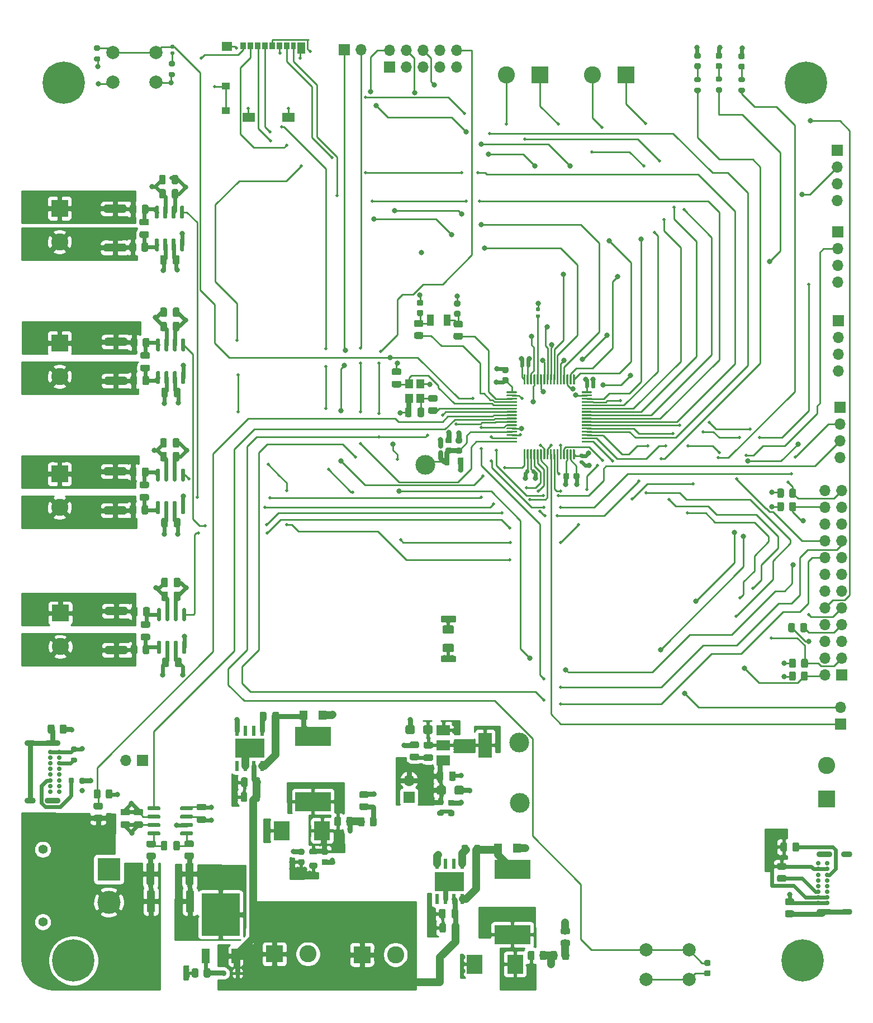
<source format=gtl>
%TF.GenerationSoftware,KiCad,Pcbnew,(5.1.10)-1*%
%TF.CreationDate,2021-09-21T14:48:15-05:00*%
%TF.ProjectId,SkidSteer_PCB,536b6964-5374-4656-9572-5f5043422e6b,rev?*%
%TF.SameCoordinates,Original*%
%TF.FileFunction,Copper,L1,Top*%
%TF.FilePolarity,Positive*%
%FSLAX46Y46*%
G04 Gerber Fmt 4.6, Leading zero omitted, Abs format (unit mm)*
G04 Created by KiCad (PCBNEW (5.1.10)-1) date 2021-09-21 14:48:15*
%MOMM*%
%LPD*%
G01*
G04 APERTURE LIST*
%TA.AperFunction,ComponentPad*%
%ADD10C,0.600000*%
%TD*%
%TA.AperFunction,SMDPad,CuDef*%
%ADD11R,0.600000X1.550000*%
%TD*%
%TA.AperFunction,SMDPad,CuDef*%
%ADD12R,4.500000X2.950000*%
%TD*%
%TA.AperFunction,SMDPad,CuDef*%
%ADD13R,3.100000X2.600000*%
%TD*%
%TA.AperFunction,SMDPad,CuDef*%
%ADD14R,0.850000X1.100000*%
%TD*%
%TA.AperFunction,SMDPad,CuDef*%
%ADD15R,0.750000X1.100000*%
%TD*%
%TA.AperFunction,SMDPad,CuDef*%
%ADD16R,1.170000X1.800000*%
%TD*%
%TA.AperFunction,SMDPad,CuDef*%
%ADD17R,1.550000X1.350000*%
%TD*%
%TA.AperFunction,SMDPad,CuDef*%
%ADD18R,1.200000X1.000000*%
%TD*%
%TA.AperFunction,SMDPad,CuDef*%
%ADD19R,1.900000X1.350000*%
%TD*%
%TA.AperFunction,ComponentPad*%
%ADD20R,1.700000X1.700000*%
%TD*%
%TA.AperFunction,ComponentPad*%
%ADD21O,1.700000X1.700000*%
%TD*%
%TA.AperFunction,ComponentPad*%
%ADD22C,3.000000*%
%TD*%
%TA.AperFunction,ComponentPad*%
%ADD23C,3.500000*%
%TD*%
%TA.AperFunction,ComponentPad*%
%ADD24R,3.500000X3.500000*%
%TD*%
%TA.AperFunction,ComponentPad*%
%ADD25C,1.400000*%
%TD*%
%TA.AperFunction,ComponentPad*%
%ADD26R,2.600000X2.600000*%
%TD*%
%TA.AperFunction,ComponentPad*%
%ADD27C,2.600000*%
%TD*%
%TA.AperFunction,SMDPad,CuDef*%
%ADD28R,2.000000X1.500000*%
%TD*%
%TA.AperFunction,SMDPad,CuDef*%
%ADD29R,2.000000X3.800000*%
%TD*%
%TA.AperFunction,SMDPad,CuDef*%
%ADD30R,2.400000X2.900000*%
%TD*%
%TA.AperFunction,SMDPad,CuDef*%
%ADD31R,1.300000X1.400000*%
%TD*%
%TA.AperFunction,SMDPad,CuDef*%
%ADD32R,0.600000X0.450000*%
%TD*%
%TA.AperFunction,ComponentPad*%
%ADD33C,6.400000*%
%TD*%
%TA.AperFunction,ComponentPad*%
%ADD34C,0.800000*%
%TD*%
%TA.AperFunction,ComponentPad*%
%ADD35O,1.700000X0.900000*%
%TD*%
%TA.AperFunction,ComponentPad*%
%ADD36O,2.400000X0.900000*%
%TD*%
%TA.AperFunction,ComponentPad*%
%ADD37C,0.700000*%
%TD*%
%TA.AperFunction,SMDPad,CuDef*%
%ADD38R,5.400000X2.900000*%
%TD*%
%TA.AperFunction,SMDPad,CuDef*%
%ADD39R,1.200000X2.200000*%
%TD*%
%TA.AperFunction,SMDPad,CuDef*%
%ADD40R,5.800000X6.400000*%
%TD*%
%TA.AperFunction,SMDPad,CuDef*%
%ADD41R,1.200000X1.400000*%
%TD*%
%TA.AperFunction,SMDPad,CuDef*%
%ADD42R,1.000000X1.800000*%
%TD*%
%TA.AperFunction,ComponentPad*%
%ADD43C,2.000000*%
%TD*%
%TA.AperFunction,ViaPad*%
%ADD44C,0.800000*%
%TD*%
%TA.AperFunction,ViaPad*%
%ADD45C,0.500000*%
%TD*%
%TA.AperFunction,Conductor*%
%ADD46C,0.600000*%
%TD*%
%TA.AperFunction,Conductor*%
%ADD47C,0.293370*%
%TD*%
%TA.AperFunction,Conductor*%
%ADD48C,0.800000*%
%TD*%
%TA.AperFunction,Conductor*%
%ADD49C,1.200000*%
%TD*%
%TA.AperFunction,Conductor*%
%ADD50C,0.250000*%
%TD*%
%TA.AperFunction,Conductor*%
%ADD51C,0.254000*%
%TD*%
%TA.AperFunction,Conductor*%
%ADD52C,0.100000*%
%TD*%
G04 APERTURE END LIST*
%TO.P,C33,2*%
%TO.N,GND*%
%TA.AperFunction,SMDPad,CuDef*%
G36*
G01*
X99183000Y-77454000D02*
X98683000Y-77454000D01*
G75*
G02*
X98458000Y-77229000I0J225000D01*
G01*
X98458000Y-76779000D01*
G75*
G02*
X98683000Y-76554000I225000J0D01*
G01*
X99183000Y-76554000D01*
G75*
G02*
X99408000Y-76779000I0J-225000D01*
G01*
X99408000Y-77229000D01*
G75*
G02*
X99183000Y-77454000I-225000J0D01*
G01*
G37*
%TD.AperFunction*%
%TO.P,C33,1*%
%TO.N,VBAT*%
%TA.AperFunction,SMDPad,CuDef*%
G36*
G01*
X99183000Y-79004000D02*
X98683000Y-79004000D01*
G75*
G02*
X98458000Y-78779000I0J225000D01*
G01*
X98458000Y-78329000D01*
G75*
G02*
X98683000Y-78104000I225000J0D01*
G01*
X99183000Y-78104000D01*
G75*
G02*
X99408000Y-78329000I0J-225000D01*
G01*
X99408000Y-78779000D01*
G75*
G02*
X99183000Y-79004000I-225000J0D01*
G01*
G37*
%TD.AperFunction*%
%TD*%
D10*
%TO.P,U5,9*%
%TO.N,GND*%
X88696900Y-155107900D03*
X89796900Y-155107900D03*
X89796900Y-153907900D03*
X88696900Y-153907900D03*
X92296900Y-155107900D03*
X91096900Y-155107900D03*
X91096900Y-153907900D03*
X92296900Y-153907900D03*
D11*
%TO.P,U5,8*%
%TO.N,Net-(C20-Pad1)*%
X92401900Y-157207900D03*
%TO.P,U5,7*%
%TO.N,VCC*%
X91131900Y-157207900D03*
%TO.P,U5,6*%
%TO.N,GND*%
X89861900Y-157207900D03*
%TO.P,U5,5*%
%TO.N,Net-(U5-Pad5)*%
X88591900Y-157207900D03*
%TO.P,U5,4*%
%TO.N,Net-(R17-Pad2)*%
X88591900Y-151807900D03*
%TO.P,U5,3*%
%TO.N,Net-(U5-Pad3)*%
X89861900Y-151807900D03*
%TO.P,U5,2*%
%TO.N,Net-(U5-Pad2)*%
X91131900Y-151807900D03*
%TO.P,U5,1*%
%TO.N,Net-(C20-Pad2)*%
X92401900Y-151807900D03*
D12*
%TO.P,U5,9*%
%TO.N,GND*%
X90496900Y-154507900D03*
D13*
X90496900Y-154507900D03*
%TD*%
%TO.P,C20,2*%
%TO.N,Net-(C20-Pad2)*%
%TA.AperFunction,SMDPad,CuDef*%
G36*
G01*
X93298100Y-149206900D02*
X93298100Y-150156900D01*
G75*
G02*
X93048100Y-150406900I-250000J0D01*
G01*
X92548100Y-150406900D01*
G75*
G02*
X92298100Y-150156900I0J250000D01*
G01*
X92298100Y-149206900D01*
G75*
G02*
X92548100Y-148956900I250000J0D01*
G01*
X93048100Y-148956900D01*
G75*
G02*
X93298100Y-149206900I0J-250000D01*
G01*
G37*
%TD.AperFunction*%
%TO.P,C20,1*%
%TO.N,Net-(C20-Pad1)*%
%TA.AperFunction,SMDPad,CuDef*%
G36*
G01*
X95198100Y-149206900D02*
X95198100Y-150156900D01*
G75*
G02*
X94948100Y-150406900I-250000J0D01*
G01*
X94448100Y-150406900D01*
G75*
G02*
X94198100Y-150156900I0J250000D01*
G01*
X94198100Y-149206900D01*
G75*
G02*
X94448100Y-148956900I250000J0D01*
G01*
X94948100Y-148956900D01*
G75*
G02*
X95198100Y-149206900I0J-250000D01*
G01*
G37*
%TD.AperFunction*%
%TD*%
%TO.P,C19,2*%
%TO.N,GND*%
%TA.AperFunction,SMDPad,CuDef*%
G36*
G01*
X89879300Y-158910000D02*
X89879300Y-159860000D01*
G75*
G02*
X89629300Y-160110000I-250000J0D01*
G01*
X89129300Y-160110000D01*
G75*
G02*
X88879300Y-159860000I0J250000D01*
G01*
X88879300Y-158910000D01*
G75*
G02*
X89129300Y-158660000I250000J0D01*
G01*
X89629300Y-158660000D01*
G75*
G02*
X89879300Y-158910000I0J-250000D01*
G01*
G37*
%TD.AperFunction*%
%TO.P,C19,1*%
%TO.N,VCC*%
%TA.AperFunction,SMDPad,CuDef*%
G36*
G01*
X91779300Y-158910000D02*
X91779300Y-159860000D01*
G75*
G02*
X91529300Y-160110000I-250000J0D01*
G01*
X91029300Y-160110000D01*
G75*
G02*
X90779300Y-159860000I0J250000D01*
G01*
X90779300Y-158910000D01*
G75*
G02*
X91029300Y-158660000I250000J0D01*
G01*
X91529300Y-158660000D01*
G75*
G02*
X91779300Y-158910000I0J-250000D01*
G01*
G37*
%TD.AperFunction*%
%TD*%
D14*
%TO.P,J11,1*%
%TO.N,SDIO_D2*%
X59195000Y-27850000D03*
D15*
%TO.P,J11,8*%
%TO.N,SDIO_D1*%
X66845000Y-27850000D03*
D14*
%TO.P,J11,2*%
%TO.N,SDIO_D3*%
X60295000Y-27850000D03*
%TO.P,J11,3*%
%TO.N,SDIO_CMD*%
X61395000Y-27850000D03*
%TO.P,J11,4*%
%TO.N,+3V3*%
X62495000Y-27850000D03*
%TO.P,J11,5*%
%TO.N,SDIO_CK*%
X63595000Y-27850000D03*
%TO.P,J11,6*%
%TO.N,GND*%
X64695000Y-27850000D03*
%TO.P,J11,7*%
%TO.N,SDIO_D0*%
X65795000Y-27850000D03*
D16*
%TO.P,J11,11*%
%TO.N,GND*%
X68055000Y-28200000D03*
D17*
X56735000Y-27975000D03*
D18*
%TO.P,J11,10*%
%TO.N,SD_Detect*%
X56560000Y-37700000D03*
%TO.P,J11,9*%
X56560000Y-34000000D03*
D19*
%TO.P,J11,11*%
%TO.N,GND*%
X60060000Y-38675000D03*
X66030000Y-38675000D03*
%TD*%
%TO.P,U3,1*%
%TO.N,VBAT*%
%TA.AperFunction,SMDPad,CuDef*%
G36*
G01*
X99130800Y-80428600D02*
X99130800Y-80278600D01*
G75*
G02*
X99205800Y-80203600I75000J0D01*
G01*
X100605800Y-80203600D01*
G75*
G02*
X100680800Y-80278600I0J-75000D01*
G01*
X100680800Y-80428600D01*
G75*
G02*
X100605800Y-80503600I-75000J0D01*
G01*
X99205800Y-80503600D01*
G75*
G02*
X99130800Y-80428600I0J75000D01*
G01*
G37*
%TD.AperFunction*%
%TO.P,U3,2*%
%TO.N,PC13*%
%TA.AperFunction,SMDPad,CuDef*%
G36*
G01*
X99130800Y-80928600D02*
X99130800Y-80778600D01*
G75*
G02*
X99205800Y-80703600I75000J0D01*
G01*
X100605800Y-80703600D01*
G75*
G02*
X100680800Y-80778600I0J-75000D01*
G01*
X100680800Y-80928600D01*
G75*
G02*
X100605800Y-81003600I-75000J0D01*
G01*
X99205800Y-81003600D01*
G75*
G02*
X99130800Y-80928600I0J75000D01*
G01*
G37*
%TD.AperFunction*%
%TO.P,U3,3*%
%TO.N,LSE_OSC_IN*%
%TA.AperFunction,SMDPad,CuDef*%
G36*
G01*
X99130800Y-81428600D02*
X99130800Y-81278600D01*
G75*
G02*
X99205800Y-81203600I75000J0D01*
G01*
X100605800Y-81203600D01*
G75*
G02*
X100680800Y-81278600I0J-75000D01*
G01*
X100680800Y-81428600D01*
G75*
G02*
X100605800Y-81503600I-75000J0D01*
G01*
X99205800Y-81503600D01*
G75*
G02*
X99130800Y-81428600I0J75000D01*
G01*
G37*
%TD.AperFunction*%
%TO.P,U3,4*%
%TO.N,LSE_OSC_OUT*%
%TA.AperFunction,SMDPad,CuDef*%
G36*
G01*
X99130800Y-81928600D02*
X99130800Y-81778600D01*
G75*
G02*
X99205800Y-81703600I75000J0D01*
G01*
X100605800Y-81703600D01*
G75*
G02*
X100680800Y-81778600I0J-75000D01*
G01*
X100680800Y-81928600D01*
G75*
G02*
X100605800Y-82003600I-75000J0D01*
G01*
X99205800Y-82003600D01*
G75*
G02*
X99130800Y-81928600I0J75000D01*
G01*
G37*
%TD.AperFunction*%
%TO.P,U3,5*%
%TO.N,HSE_OSC_IN*%
%TA.AperFunction,SMDPad,CuDef*%
G36*
G01*
X99130800Y-82428600D02*
X99130800Y-82278600D01*
G75*
G02*
X99205800Y-82203600I75000J0D01*
G01*
X100605800Y-82203600D01*
G75*
G02*
X100680800Y-82278600I0J-75000D01*
G01*
X100680800Y-82428600D01*
G75*
G02*
X100605800Y-82503600I-75000J0D01*
G01*
X99205800Y-82503600D01*
G75*
G02*
X99130800Y-82428600I0J75000D01*
G01*
G37*
%TD.AperFunction*%
%TO.P,U3,6*%
%TO.N,HSE_OSC_OUT*%
%TA.AperFunction,SMDPad,CuDef*%
G36*
G01*
X99130800Y-82928600D02*
X99130800Y-82778600D01*
G75*
G02*
X99205800Y-82703600I75000J0D01*
G01*
X100605800Y-82703600D01*
G75*
G02*
X100680800Y-82778600I0J-75000D01*
G01*
X100680800Y-82928600D01*
G75*
G02*
X100605800Y-83003600I-75000J0D01*
G01*
X99205800Y-83003600D01*
G75*
G02*
X99130800Y-82928600I0J75000D01*
G01*
G37*
%TD.AperFunction*%
%TO.P,U3,7*%
%TO.N,NRST*%
%TA.AperFunction,SMDPad,CuDef*%
G36*
G01*
X99130800Y-83428600D02*
X99130800Y-83278600D01*
G75*
G02*
X99205800Y-83203600I75000J0D01*
G01*
X100605800Y-83203600D01*
G75*
G02*
X100680800Y-83278600I0J-75000D01*
G01*
X100680800Y-83428600D01*
G75*
G02*
X100605800Y-83503600I-75000J0D01*
G01*
X99205800Y-83503600D01*
G75*
G02*
X99130800Y-83428600I0J75000D01*
G01*
G37*
%TD.AperFunction*%
%TO.P,U3,8*%
%TO.N,voltageBattery*%
%TA.AperFunction,SMDPad,CuDef*%
G36*
G01*
X99130800Y-83928600D02*
X99130800Y-83778600D01*
G75*
G02*
X99205800Y-83703600I75000J0D01*
G01*
X100605800Y-83703600D01*
G75*
G02*
X100680800Y-83778600I0J-75000D01*
G01*
X100680800Y-83928600D01*
G75*
G02*
X100605800Y-84003600I-75000J0D01*
G01*
X99205800Y-84003600D01*
G75*
G02*
X99130800Y-83928600I0J75000D01*
G01*
G37*
%TD.AperFunction*%
%TO.P,U3,9*%
%TO.N,currentBattery*%
%TA.AperFunction,SMDPad,CuDef*%
G36*
G01*
X99130800Y-84428600D02*
X99130800Y-84278600D01*
G75*
G02*
X99205800Y-84203600I75000J0D01*
G01*
X100605800Y-84203600D01*
G75*
G02*
X100680800Y-84278600I0J-75000D01*
G01*
X100680800Y-84428600D01*
G75*
G02*
X100605800Y-84503600I-75000J0D01*
G01*
X99205800Y-84503600D01*
G75*
G02*
X99130800Y-84428600I0J75000D01*
G01*
G37*
%TD.AperFunction*%
%TO.P,U3,10*%
%TO.N,SPI2_MISO*%
%TA.AperFunction,SMDPad,CuDef*%
G36*
G01*
X99130800Y-84928600D02*
X99130800Y-84778600D01*
G75*
G02*
X99205800Y-84703600I75000J0D01*
G01*
X100605800Y-84703600D01*
G75*
G02*
X100680800Y-84778600I0J-75000D01*
G01*
X100680800Y-84928600D01*
G75*
G02*
X100605800Y-85003600I-75000J0D01*
G01*
X99205800Y-85003600D01*
G75*
G02*
X99130800Y-84928600I0J75000D01*
G01*
G37*
%TD.AperFunction*%
%TO.P,U3,11*%
%TO.N,SPI2_MOSI*%
%TA.AperFunction,SMDPad,CuDef*%
G36*
G01*
X99130800Y-85428600D02*
X99130800Y-85278600D01*
G75*
G02*
X99205800Y-85203600I75000J0D01*
G01*
X100605800Y-85203600D01*
G75*
G02*
X100680800Y-85278600I0J-75000D01*
G01*
X100680800Y-85428600D01*
G75*
G02*
X100605800Y-85503600I-75000J0D01*
G01*
X99205800Y-85503600D01*
G75*
G02*
X99130800Y-85428600I0J75000D01*
G01*
G37*
%TD.AperFunction*%
%TO.P,U3,12*%
%TO.N,GND*%
%TA.AperFunction,SMDPad,CuDef*%
G36*
G01*
X99130800Y-85928600D02*
X99130800Y-85778600D01*
G75*
G02*
X99205800Y-85703600I75000J0D01*
G01*
X100605800Y-85703600D01*
G75*
G02*
X100680800Y-85778600I0J-75000D01*
G01*
X100680800Y-85928600D01*
G75*
G02*
X100605800Y-86003600I-75000J0D01*
G01*
X99205800Y-86003600D01*
G75*
G02*
X99130800Y-85928600I0J75000D01*
G01*
G37*
%TD.AperFunction*%
%TO.P,U3,13*%
%TO.N,VDDA*%
%TA.AperFunction,SMDPad,CuDef*%
G36*
G01*
X99130800Y-86428600D02*
X99130800Y-86278600D01*
G75*
G02*
X99205800Y-86203600I75000J0D01*
G01*
X100605800Y-86203600D01*
G75*
G02*
X100680800Y-86278600I0J-75000D01*
G01*
X100680800Y-86428600D01*
G75*
G02*
X100605800Y-86503600I-75000J0D01*
G01*
X99205800Y-86503600D01*
G75*
G02*
X99130800Y-86428600I0J75000D01*
G01*
G37*
%TD.AperFunction*%
%TO.P,U3,14*%
%TO.N,encoderAMotorBL*%
%TA.AperFunction,SMDPad,CuDef*%
G36*
G01*
X99130800Y-86928600D02*
X99130800Y-86778600D01*
G75*
G02*
X99205800Y-86703600I75000J0D01*
G01*
X100605800Y-86703600D01*
G75*
G02*
X100680800Y-86778600I0J-75000D01*
G01*
X100680800Y-86928600D01*
G75*
G02*
X100605800Y-87003600I-75000J0D01*
G01*
X99205800Y-87003600D01*
G75*
G02*
X99130800Y-86928600I0J75000D01*
G01*
G37*
%TD.AperFunction*%
%TO.P,U3,15*%
%TO.N,encoderBMotorBL*%
%TA.AperFunction,SMDPad,CuDef*%
G36*
G01*
X99130800Y-87428600D02*
X99130800Y-87278600D01*
G75*
G02*
X99205800Y-87203600I75000J0D01*
G01*
X100605800Y-87203600D01*
G75*
G02*
X100680800Y-87278600I0J-75000D01*
G01*
X100680800Y-87428600D01*
G75*
G02*
X100605800Y-87503600I-75000J0D01*
G01*
X99205800Y-87503600D01*
G75*
G02*
X99130800Y-87428600I0J75000D01*
G01*
G37*
%TD.AperFunction*%
%TO.P,U3,16*%
%TO.N,STLK_RX*%
%TA.AperFunction,SMDPad,CuDef*%
G36*
G01*
X99130800Y-87928600D02*
X99130800Y-87778600D01*
G75*
G02*
X99205800Y-87703600I75000J0D01*
G01*
X100605800Y-87703600D01*
G75*
G02*
X100680800Y-87778600I0J-75000D01*
G01*
X100680800Y-87928600D01*
G75*
G02*
X100605800Y-88003600I-75000J0D01*
G01*
X99205800Y-88003600D01*
G75*
G02*
X99130800Y-87928600I0J75000D01*
G01*
G37*
%TD.AperFunction*%
%TO.P,U3,17*%
%TO.N,STLK_TX*%
%TA.AperFunction,SMDPad,CuDef*%
G36*
G01*
X101680800Y-90478600D02*
X101680800Y-89078600D01*
G75*
G02*
X101755800Y-89003600I75000J0D01*
G01*
X101905800Y-89003600D01*
G75*
G02*
X101980800Y-89078600I0J-75000D01*
G01*
X101980800Y-90478600D01*
G75*
G02*
X101905800Y-90553600I-75000J0D01*
G01*
X101755800Y-90553600D01*
G75*
G02*
X101680800Y-90478600I0J75000D01*
G01*
G37*
%TD.AperFunction*%
%TO.P,U3,18*%
%TO.N,GND*%
%TA.AperFunction,SMDPad,CuDef*%
G36*
G01*
X102180800Y-90478600D02*
X102180800Y-89078600D01*
G75*
G02*
X102255800Y-89003600I75000J0D01*
G01*
X102405800Y-89003600D01*
G75*
G02*
X102480800Y-89078600I0J-75000D01*
G01*
X102480800Y-90478600D01*
G75*
G02*
X102405800Y-90553600I-75000J0D01*
G01*
X102255800Y-90553600D01*
G75*
G02*
X102180800Y-90478600I0J75000D01*
G01*
G37*
%TD.AperFunction*%
%TO.P,U3,19*%
%TO.N,VBAT*%
%TA.AperFunction,SMDPad,CuDef*%
G36*
G01*
X102680800Y-90478600D02*
X102680800Y-89078600D01*
G75*
G02*
X102755800Y-89003600I75000J0D01*
G01*
X102905800Y-89003600D01*
G75*
G02*
X102980800Y-89078600I0J-75000D01*
G01*
X102980800Y-90478600D01*
G75*
G02*
X102905800Y-90553600I-75000J0D01*
G01*
X102755800Y-90553600D01*
G75*
G02*
X102680800Y-90478600I0J75000D01*
G01*
G37*
%TD.AperFunction*%
%TO.P,U3,20*%
%TO.N,currentMotorFR*%
%TA.AperFunction,SMDPad,CuDef*%
G36*
G01*
X103180800Y-90478600D02*
X103180800Y-89078600D01*
G75*
G02*
X103255800Y-89003600I75000J0D01*
G01*
X103405800Y-89003600D01*
G75*
G02*
X103480800Y-89078600I0J-75000D01*
G01*
X103480800Y-90478600D01*
G75*
G02*
X103405800Y-90553600I-75000J0D01*
G01*
X103255800Y-90553600D01*
G75*
G02*
X103180800Y-90478600I0J75000D01*
G01*
G37*
%TD.AperFunction*%
%TO.P,U3,21*%
%TO.N,Net-(R19-Pad2)*%
%TA.AperFunction,SMDPad,CuDef*%
G36*
G01*
X103680800Y-90478600D02*
X103680800Y-89078600D01*
G75*
G02*
X103755800Y-89003600I75000J0D01*
G01*
X103905800Y-89003600D01*
G75*
G02*
X103980800Y-89078600I0J-75000D01*
G01*
X103980800Y-90478600D01*
G75*
G02*
X103905800Y-90553600I-75000J0D01*
G01*
X103755800Y-90553600D01*
G75*
G02*
X103680800Y-90478600I0J75000D01*
G01*
G37*
%TD.AperFunction*%
%TO.P,U3,22*%
%TO.N,currentMotorFL*%
%TA.AperFunction,SMDPad,CuDef*%
G36*
G01*
X104180800Y-90478600D02*
X104180800Y-89078600D01*
G75*
G02*
X104255800Y-89003600I75000J0D01*
G01*
X104405800Y-89003600D01*
G75*
G02*
X104480800Y-89078600I0J-75000D01*
G01*
X104480800Y-90478600D01*
G75*
G02*
X104405800Y-90553600I-75000J0D01*
G01*
X104255800Y-90553600D01*
G75*
G02*
X104180800Y-90478600I0J75000D01*
G01*
G37*
%TD.AperFunction*%
%TO.P,U3,23*%
%TO.N,currentMotorBR*%
%TA.AperFunction,SMDPad,CuDef*%
G36*
G01*
X104680800Y-90478600D02*
X104680800Y-89078600D01*
G75*
G02*
X104755800Y-89003600I75000J0D01*
G01*
X104905800Y-89003600D01*
G75*
G02*
X104980800Y-89078600I0J-75000D01*
G01*
X104980800Y-90478600D01*
G75*
G02*
X104905800Y-90553600I-75000J0D01*
G01*
X104755800Y-90553600D01*
G75*
G02*
X104680800Y-90478600I0J75000D01*
G01*
G37*
%TD.AperFunction*%
%TO.P,U3,24*%
%TO.N,Net-(R21-Pad2)*%
%TA.AperFunction,SMDPad,CuDef*%
G36*
G01*
X105180800Y-90478600D02*
X105180800Y-89078600D01*
G75*
G02*
X105255800Y-89003600I75000J0D01*
G01*
X105405800Y-89003600D01*
G75*
G02*
X105480800Y-89078600I0J-75000D01*
G01*
X105480800Y-90478600D01*
G75*
G02*
X105405800Y-90553600I-75000J0D01*
G01*
X105255800Y-90553600D01*
G75*
G02*
X105180800Y-90478600I0J75000D01*
G01*
G37*
%TD.AperFunction*%
%TO.P,U3,25*%
%TO.N,SCB_TX*%
%TA.AperFunction,SMDPad,CuDef*%
G36*
G01*
X105680800Y-90478600D02*
X105680800Y-89078600D01*
G75*
G02*
X105755800Y-89003600I75000J0D01*
G01*
X105905800Y-89003600D01*
G75*
G02*
X105980800Y-89078600I0J-75000D01*
G01*
X105980800Y-90478600D01*
G75*
G02*
X105905800Y-90553600I-75000J0D01*
G01*
X105755800Y-90553600D01*
G75*
G02*
X105680800Y-90478600I0J75000D01*
G01*
G37*
%TD.AperFunction*%
%TO.P,U3,26*%
%TO.N,currentMotorBL*%
%TA.AperFunction,SMDPad,CuDef*%
G36*
G01*
X106180800Y-90478600D02*
X106180800Y-89078600D01*
G75*
G02*
X106255800Y-89003600I75000J0D01*
G01*
X106405800Y-89003600D01*
G75*
G02*
X106480800Y-89078600I0J-75000D01*
G01*
X106480800Y-90478600D01*
G75*
G02*
X106405800Y-90553600I-75000J0D01*
G01*
X106255800Y-90553600D01*
G75*
G02*
X106180800Y-90478600I0J75000D01*
G01*
G37*
%TD.AperFunction*%
%TO.P,U3,27*%
%TO.N,SDIO_D2*%
%TA.AperFunction,SMDPad,CuDef*%
G36*
G01*
X106680800Y-90478600D02*
X106680800Y-89078600D01*
G75*
G02*
X106755800Y-89003600I75000J0D01*
G01*
X106905800Y-89003600D01*
G75*
G02*
X106980800Y-89078600I0J-75000D01*
G01*
X106980800Y-90478600D01*
G75*
G02*
X106905800Y-90553600I-75000J0D01*
G01*
X106755800Y-90553600D01*
G75*
G02*
X106680800Y-90478600I0J75000D01*
G01*
G37*
%TD.AperFunction*%
%TO.P,U3,28*%
%TO.N,SDIO_CK*%
%TA.AperFunction,SMDPad,CuDef*%
G36*
G01*
X107180800Y-90478600D02*
X107180800Y-89078600D01*
G75*
G02*
X107255800Y-89003600I75000J0D01*
G01*
X107405800Y-89003600D01*
G75*
G02*
X107480800Y-89078600I0J-75000D01*
G01*
X107480800Y-90478600D01*
G75*
G02*
X107405800Y-90553600I-75000J0D01*
G01*
X107255800Y-90553600D01*
G75*
G02*
X107180800Y-90478600I0J75000D01*
G01*
G37*
%TD.AperFunction*%
%TO.P,U3,29*%
%TO.N,I2C2_SCL*%
%TA.AperFunction,SMDPad,CuDef*%
G36*
G01*
X107680800Y-90478600D02*
X107680800Y-89078600D01*
G75*
G02*
X107755800Y-89003600I75000J0D01*
G01*
X107905800Y-89003600D01*
G75*
G02*
X107980800Y-89078600I0J-75000D01*
G01*
X107980800Y-90478600D01*
G75*
G02*
X107905800Y-90553600I-75000J0D01*
G01*
X107755800Y-90553600D01*
G75*
G02*
X107680800Y-90478600I0J75000D01*
G01*
G37*
%TD.AperFunction*%
%TO.P,U3,30*%
%TO.N,VBAT*%
%TA.AperFunction,SMDPad,CuDef*%
G36*
G01*
X108180800Y-90478600D02*
X108180800Y-89078600D01*
G75*
G02*
X108255800Y-89003600I75000J0D01*
G01*
X108405800Y-89003600D01*
G75*
G02*
X108480800Y-89078600I0J-75000D01*
G01*
X108480800Y-90478600D01*
G75*
G02*
X108405800Y-90553600I-75000J0D01*
G01*
X108255800Y-90553600D01*
G75*
G02*
X108180800Y-90478600I0J75000D01*
G01*
G37*
%TD.AperFunction*%
%TO.P,U3,31*%
%TO.N,GND*%
%TA.AperFunction,SMDPad,CuDef*%
G36*
G01*
X108680800Y-90478600D02*
X108680800Y-89078600D01*
G75*
G02*
X108755800Y-89003600I75000J0D01*
G01*
X108905800Y-89003600D01*
G75*
G02*
X108980800Y-89078600I0J-75000D01*
G01*
X108980800Y-90478600D01*
G75*
G02*
X108905800Y-90553600I-75000J0D01*
G01*
X108755800Y-90553600D01*
G75*
G02*
X108680800Y-90478600I0J75000D01*
G01*
G37*
%TD.AperFunction*%
%TO.P,U3,32*%
%TO.N,VBAT*%
%TA.AperFunction,SMDPad,CuDef*%
G36*
G01*
X109180800Y-90478600D02*
X109180800Y-89078600D01*
G75*
G02*
X109255800Y-89003600I75000J0D01*
G01*
X109405800Y-89003600D01*
G75*
G02*
X109480800Y-89078600I0J-75000D01*
G01*
X109480800Y-90478600D01*
G75*
G02*
X109405800Y-90553600I-75000J0D01*
G01*
X109255800Y-90553600D01*
G75*
G02*
X109180800Y-90478600I0J75000D01*
G01*
G37*
%TD.AperFunction*%
%TO.P,U3,33*%
%TO.N,USART3_CLK*%
%TA.AperFunction,SMDPad,CuDef*%
G36*
G01*
X110480800Y-87928600D02*
X110480800Y-87778600D01*
G75*
G02*
X110555800Y-87703600I75000J0D01*
G01*
X111955800Y-87703600D01*
G75*
G02*
X112030800Y-87778600I0J-75000D01*
G01*
X112030800Y-87928600D01*
G75*
G02*
X111955800Y-88003600I-75000J0D01*
G01*
X110555800Y-88003600D01*
G75*
G02*
X110480800Y-87928600I0J75000D01*
G01*
G37*
%TD.AperFunction*%
%TO.P,U3,34*%
%TO.N,SPI2_SCK*%
%TA.AperFunction,SMDPad,CuDef*%
G36*
G01*
X110480800Y-87428600D02*
X110480800Y-87278600D01*
G75*
G02*
X110555800Y-87203600I75000J0D01*
G01*
X111955800Y-87203600D01*
G75*
G02*
X112030800Y-87278600I0J-75000D01*
G01*
X112030800Y-87428600D01*
G75*
G02*
X111955800Y-87503600I-75000J0D01*
G01*
X110555800Y-87503600D01*
G75*
G02*
X110480800Y-87428600I0J75000D01*
G01*
G37*
%TD.AperFunction*%
%TO.P,U3,35*%
%TO.N,PB14*%
%TA.AperFunction,SMDPad,CuDef*%
G36*
G01*
X110480800Y-86928600D02*
X110480800Y-86778600D01*
G75*
G02*
X110555800Y-86703600I75000J0D01*
G01*
X111955800Y-86703600D01*
G75*
G02*
X112030800Y-86778600I0J-75000D01*
G01*
X112030800Y-86928600D01*
G75*
G02*
X111955800Y-87003600I-75000J0D01*
G01*
X110555800Y-87003600D01*
G75*
G02*
X110480800Y-86928600I0J75000D01*
G01*
G37*
%TD.AperFunction*%
%TO.P,U3,36*%
%TO.N,SD_Detect*%
%TA.AperFunction,SMDPad,CuDef*%
G36*
G01*
X110480800Y-86428600D02*
X110480800Y-86278600D01*
G75*
G02*
X110555800Y-86203600I75000J0D01*
G01*
X111955800Y-86203600D01*
G75*
G02*
X112030800Y-86278600I0J-75000D01*
G01*
X112030800Y-86428600D01*
G75*
G02*
X111955800Y-86503600I-75000J0D01*
G01*
X110555800Y-86503600D01*
G75*
G02*
X110480800Y-86428600I0J75000D01*
G01*
G37*
%TD.AperFunction*%
%TO.P,U3,37*%
%TO.N,encoderAMotorFL*%
%TA.AperFunction,SMDPad,CuDef*%
G36*
G01*
X110480800Y-85928600D02*
X110480800Y-85778600D01*
G75*
G02*
X110555800Y-85703600I75000J0D01*
G01*
X111955800Y-85703600D01*
G75*
G02*
X112030800Y-85778600I0J-75000D01*
G01*
X112030800Y-85928600D01*
G75*
G02*
X111955800Y-86003600I-75000J0D01*
G01*
X110555800Y-86003600D01*
G75*
G02*
X110480800Y-85928600I0J75000D01*
G01*
G37*
%TD.AperFunction*%
%TO.P,U3,38*%
%TO.N,encoderBMotorFL*%
%TA.AperFunction,SMDPad,CuDef*%
G36*
G01*
X110480800Y-85428600D02*
X110480800Y-85278600D01*
G75*
G02*
X110555800Y-85203600I75000J0D01*
G01*
X111955800Y-85203600D01*
G75*
G02*
X112030800Y-85278600I0J-75000D01*
G01*
X112030800Y-85428600D01*
G75*
G02*
X111955800Y-85503600I-75000J0D01*
G01*
X110555800Y-85503600D01*
G75*
G02*
X110480800Y-85428600I0J75000D01*
G01*
G37*
%TD.AperFunction*%
%TO.P,U3,39*%
%TO.N,SDIO_D0*%
%TA.AperFunction,SMDPad,CuDef*%
G36*
G01*
X110480800Y-84928600D02*
X110480800Y-84778600D01*
G75*
G02*
X110555800Y-84703600I75000J0D01*
G01*
X111955800Y-84703600D01*
G75*
G02*
X112030800Y-84778600I0J-75000D01*
G01*
X112030800Y-84928600D01*
G75*
G02*
X111955800Y-85003600I-75000J0D01*
G01*
X110555800Y-85003600D01*
G75*
G02*
X110480800Y-84928600I0J75000D01*
G01*
G37*
%TD.AperFunction*%
%TO.P,U3,40*%
%TO.N,SDIO_D1*%
%TA.AperFunction,SMDPad,CuDef*%
G36*
G01*
X110480800Y-84428600D02*
X110480800Y-84278600D01*
G75*
G02*
X110555800Y-84203600I75000J0D01*
G01*
X111955800Y-84203600D01*
G75*
G02*
X112030800Y-84278600I0J-75000D01*
G01*
X112030800Y-84428600D01*
G75*
G02*
X111955800Y-84503600I-75000J0D01*
G01*
X110555800Y-84503600D01*
G75*
G02*
X110480800Y-84428600I0J75000D01*
G01*
G37*
%TD.AperFunction*%
%TO.P,U3,41*%
%TO.N,pwmMotorFR*%
%TA.AperFunction,SMDPad,CuDef*%
G36*
G01*
X110480800Y-83928600D02*
X110480800Y-83778600D01*
G75*
G02*
X110555800Y-83703600I75000J0D01*
G01*
X111955800Y-83703600D01*
G75*
G02*
X112030800Y-83778600I0J-75000D01*
G01*
X112030800Y-83928600D01*
G75*
G02*
X111955800Y-84003600I-75000J0D01*
G01*
X110555800Y-84003600D01*
G75*
G02*
X110480800Y-83928600I0J75000D01*
G01*
G37*
%TD.AperFunction*%
%TO.P,U3,42*%
%TO.N,pwmMotorFL*%
%TA.AperFunction,SMDPad,CuDef*%
G36*
G01*
X110480800Y-83428600D02*
X110480800Y-83278600D01*
G75*
G02*
X110555800Y-83203600I75000J0D01*
G01*
X111955800Y-83203600D01*
G75*
G02*
X112030800Y-83278600I0J-75000D01*
G01*
X112030800Y-83428600D01*
G75*
G02*
X111955800Y-83503600I-75000J0D01*
G01*
X110555800Y-83503600D01*
G75*
G02*
X110480800Y-83428600I0J75000D01*
G01*
G37*
%TD.AperFunction*%
%TO.P,U3,43*%
%TO.N,pwmMotorBL*%
%TA.AperFunction,SMDPad,CuDef*%
G36*
G01*
X110480800Y-82928600D02*
X110480800Y-82778600D01*
G75*
G02*
X110555800Y-82703600I75000J0D01*
G01*
X111955800Y-82703600D01*
G75*
G02*
X112030800Y-82778600I0J-75000D01*
G01*
X112030800Y-82928600D01*
G75*
G02*
X111955800Y-83003600I-75000J0D01*
G01*
X110555800Y-83003600D01*
G75*
G02*
X110480800Y-82928600I0J75000D01*
G01*
G37*
%TD.AperFunction*%
%TO.P,U3,44*%
%TO.N,pwmMotorBR*%
%TA.AperFunction,SMDPad,CuDef*%
G36*
G01*
X110480800Y-82428600D02*
X110480800Y-82278600D01*
G75*
G02*
X110555800Y-82203600I75000J0D01*
G01*
X111955800Y-82203600D01*
G75*
G02*
X112030800Y-82278600I0J-75000D01*
G01*
X112030800Y-82428600D01*
G75*
G02*
X111955800Y-82503600I-75000J0D01*
G01*
X110555800Y-82503600D01*
G75*
G02*
X110480800Y-82428600I0J75000D01*
G01*
G37*
%TD.AperFunction*%
%TO.P,U3,45*%
%TO.N,CAN1_RX*%
%TA.AperFunction,SMDPad,CuDef*%
G36*
G01*
X110480800Y-81928600D02*
X110480800Y-81778600D01*
G75*
G02*
X110555800Y-81703600I75000J0D01*
G01*
X111955800Y-81703600D01*
G75*
G02*
X112030800Y-81778600I0J-75000D01*
G01*
X112030800Y-81928600D01*
G75*
G02*
X111955800Y-82003600I-75000J0D01*
G01*
X110555800Y-82003600D01*
G75*
G02*
X110480800Y-81928600I0J75000D01*
G01*
G37*
%TD.AperFunction*%
%TO.P,U3,46*%
%TO.N,TMS*%
%TA.AperFunction,SMDPad,CuDef*%
G36*
G01*
X110480800Y-81428600D02*
X110480800Y-81278600D01*
G75*
G02*
X110555800Y-81203600I75000J0D01*
G01*
X111955800Y-81203600D01*
G75*
G02*
X112030800Y-81278600I0J-75000D01*
G01*
X112030800Y-81428600D01*
G75*
G02*
X111955800Y-81503600I-75000J0D01*
G01*
X110555800Y-81503600D01*
G75*
G02*
X110480800Y-81428600I0J75000D01*
G01*
G37*
%TD.AperFunction*%
%TO.P,U3,47*%
%TO.N,GND*%
%TA.AperFunction,SMDPad,CuDef*%
G36*
G01*
X110480800Y-80928600D02*
X110480800Y-80778600D01*
G75*
G02*
X110555800Y-80703600I75000J0D01*
G01*
X111955800Y-80703600D01*
G75*
G02*
X112030800Y-80778600I0J-75000D01*
G01*
X112030800Y-80928600D01*
G75*
G02*
X111955800Y-81003600I-75000J0D01*
G01*
X110555800Y-81003600D01*
G75*
G02*
X110480800Y-80928600I0J75000D01*
G01*
G37*
%TD.AperFunction*%
%TO.P,U3,48*%
%TO.N,VBAT*%
%TA.AperFunction,SMDPad,CuDef*%
G36*
G01*
X110480800Y-80428600D02*
X110480800Y-80278600D01*
G75*
G02*
X110555800Y-80203600I75000J0D01*
G01*
X111955800Y-80203600D01*
G75*
G02*
X112030800Y-80278600I0J-75000D01*
G01*
X112030800Y-80428600D01*
G75*
G02*
X111955800Y-80503600I-75000J0D01*
G01*
X110555800Y-80503600D01*
G75*
G02*
X110480800Y-80428600I0J75000D01*
G01*
G37*
%TD.AperFunction*%
%TO.P,U3,49*%
%TO.N,TCK*%
%TA.AperFunction,SMDPad,CuDef*%
G36*
G01*
X109180800Y-79128600D02*
X109180800Y-77728600D01*
G75*
G02*
X109255800Y-77653600I75000J0D01*
G01*
X109405800Y-77653600D01*
G75*
G02*
X109480800Y-77728600I0J-75000D01*
G01*
X109480800Y-79128600D01*
G75*
G02*
X109405800Y-79203600I-75000J0D01*
G01*
X109255800Y-79203600D01*
G75*
G02*
X109180800Y-79128600I0J75000D01*
G01*
G37*
%TD.AperFunction*%
%TO.P,U3,50*%
%TO.N,encoderAMotorFR*%
%TA.AperFunction,SMDPad,CuDef*%
G36*
G01*
X108680800Y-79128600D02*
X108680800Y-77728600D01*
G75*
G02*
X108755800Y-77653600I75000J0D01*
G01*
X108905800Y-77653600D01*
G75*
G02*
X108980800Y-77728600I0J-75000D01*
G01*
X108980800Y-79128600D01*
G75*
G02*
X108905800Y-79203600I-75000J0D01*
G01*
X108755800Y-79203600D01*
G75*
G02*
X108680800Y-79128600I0J75000D01*
G01*
G37*
%TD.AperFunction*%
%TO.P,U3,51*%
%TO.N,SCB_RX*%
%TA.AperFunction,SMDPad,CuDef*%
G36*
G01*
X108180800Y-79128600D02*
X108180800Y-77728600D01*
G75*
G02*
X108255800Y-77653600I75000J0D01*
G01*
X108405800Y-77653600D01*
G75*
G02*
X108480800Y-77728600I0J-75000D01*
G01*
X108480800Y-79128600D01*
G75*
G02*
X108405800Y-79203600I-75000J0D01*
G01*
X108255800Y-79203600D01*
G75*
G02*
X108180800Y-79128600I0J75000D01*
G01*
G37*
%TD.AperFunction*%
%TO.P,U3,52*%
%TO.N,SDIO_D3*%
%TA.AperFunction,SMDPad,CuDef*%
G36*
G01*
X107680800Y-79128600D02*
X107680800Y-77728600D01*
G75*
G02*
X107755800Y-77653600I75000J0D01*
G01*
X107905800Y-77653600D01*
G75*
G02*
X107980800Y-77728600I0J-75000D01*
G01*
X107980800Y-79128600D01*
G75*
G02*
X107905800Y-79203600I-75000J0D01*
G01*
X107755800Y-79203600D01*
G75*
G02*
X107680800Y-79128600I0J75000D01*
G01*
G37*
%TD.AperFunction*%
%TO.P,U3,53*%
%TO.N,I2C2_SDA*%
%TA.AperFunction,SMDPad,CuDef*%
G36*
G01*
X107180800Y-79128600D02*
X107180800Y-77728600D01*
G75*
G02*
X107255800Y-77653600I75000J0D01*
G01*
X107405800Y-77653600D01*
G75*
G02*
X107480800Y-77728600I0J-75000D01*
G01*
X107480800Y-79128600D01*
G75*
G02*
X107405800Y-79203600I-75000J0D01*
G01*
X107255800Y-79203600D01*
G75*
G02*
X107180800Y-79128600I0J75000D01*
G01*
G37*
%TD.AperFunction*%
%TO.P,U3,54*%
%TO.N,SDIO_CMD*%
%TA.AperFunction,SMDPad,CuDef*%
G36*
G01*
X106680800Y-79128600D02*
X106680800Y-77728600D01*
G75*
G02*
X106755800Y-77653600I75000J0D01*
G01*
X106905800Y-77653600D01*
G75*
G02*
X106980800Y-77728600I0J-75000D01*
G01*
X106980800Y-79128600D01*
G75*
G02*
X106905800Y-79203600I-75000J0D01*
G01*
X106755800Y-79203600D01*
G75*
G02*
X106680800Y-79128600I0J75000D01*
G01*
G37*
%TD.AperFunction*%
%TO.P,U3,55*%
%TO.N,SWO*%
%TA.AperFunction,SMDPad,CuDef*%
G36*
G01*
X106180800Y-79128600D02*
X106180800Y-77728600D01*
G75*
G02*
X106255800Y-77653600I75000J0D01*
G01*
X106405800Y-77653600D01*
G75*
G02*
X106480800Y-77728600I0J-75000D01*
G01*
X106480800Y-79128600D01*
G75*
G02*
X106405800Y-79203600I-75000J0D01*
G01*
X106255800Y-79203600D01*
G75*
G02*
X106180800Y-79128600I0J75000D01*
G01*
G37*
%TD.AperFunction*%
%TO.P,U3,56*%
%TO.N,PB4*%
%TA.AperFunction,SMDPad,CuDef*%
G36*
G01*
X105680800Y-79128600D02*
X105680800Y-77728600D01*
G75*
G02*
X105755800Y-77653600I75000J0D01*
G01*
X105905800Y-77653600D01*
G75*
G02*
X105980800Y-77728600I0J-75000D01*
G01*
X105980800Y-79128600D01*
G75*
G02*
X105905800Y-79203600I-75000J0D01*
G01*
X105755800Y-79203600D01*
G75*
G02*
X105680800Y-79128600I0J75000D01*
G01*
G37*
%TD.AperFunction*%
%TO.P,U3,57*%
%TO.N,PB5*%
%TA.AperFunction,SMDPad,CuDef*%
G36*
G01*
X105180800Y-79128600D02*
X105180800Y-77728600D01*
G75*
G02*
X105255800Y-77653600I75000J0D01*
G01*
X105405800Y-77653600D01*
G75*
G02*
X105480800Y-77728600I0J-75000D01*
G01*
X105480800Y-79128600D01*
G75*
G02*
X105405800Y-79203600I-75000J0D01*
G01*
X105255800Y-79203600D01*
G75*
G02*
X105180800Y-79128600I0J75000D01*
G01*
G37*
%TD.AperFunction*%
%TO.P,U3,58*%
%TO.N,encoderAMotorBR*%
%TA.AperFunction,SMDPad,CuDef*%
G36*
G01*
X104680800Y-79128600D02*
X104680800Y-77728600D01*
G75*
G02*
X104755800Y-77653600I75000J0D01*
G01*
X104905800Y-77653600D01*
G75*
G02*
X104980800Y-77728600I0J-75000D01*
G01*
X104980800Y-79128600D01*
G75*
G02*
X104905800Y-79203600I-75000J0D01*
G01*
X104755800Y-79203600D01*
G75*
G02*
X104680800Y-79128600I0J75000D01*
G01*
G37*
%TD.AperFunction*%
%TO.P,U3,59*%
%TO.N,encoderBMotorBR*%
%TA.AperFunction,SMDPad,CuDef*%
G36*
G01*
X104180800Y-79128600D02*
X104180800Y-77728600D01*
G75*
G02*
X104255800Y-77653600I75000J0D01*
G01*
X104405800Y-77653600D01*
G75*
G02*
X104480800Y-77728600I0J-75000D01*
G01*
X104480800Y-79128600D01*
G75*
G02*
X104405800Y-79203600I-75000J0D01*
G01*
X104255800Y-79203600D01*
G75*
G02*
X104180800Y-79128600I0J75000D01*
G01*
G37*
%TD.AperFunction*%
%TO.P,U3,60*%
%TO.N,Net-(R18-Pad1)*%
%TA.AperFunction,SMDPad,CuDef*%
G36*
G01*
X103680800Y-79128600D02*
X103680800Y-77728600D01*
G75*
G02*
X103755800Y-77653600I75000J0D01*
G01*
X103905800Y-77653600D01*
G75*
G02*
X103980800Y-77728600I0J-75000D01*
G01*
X103980800Y-79128600D01*
G75*
G02*
X103905800Y-79203600I-75000J0D01*
G01*
X103755800Y-79203600D01*
G75*
G02*
X103680800Y-79128600I0J75000D01*
G01*
G37*
%TD.AperFunction*%
%TO.P,U3,61*%
%TO.N,CAN1_TX*%
%TA.AperFunction,SMDPad,CuDef*%
G36*
G01*
X103180800Y-79128600D02*
X103180800Y-77728600D01*
G75*
G02*
X103255800Y-77653600I75000J0D01*
G01*
X103405800Y-77653600D01*
G75*
G02*
X103480800Y-77728600I0J-75000D01*
G01*
X103480800Y-79128600D01*
G75*
G02*
X103405800Y-79203600I-75000J0D01*
G01*
X103255800Y-79203600D01*
G75*
G02*
X103180800Y-79128600I0J75000D01*
G01*
G37*
%TD.AperFunction*%
%TO.P,U3,62*%
%TO.N,encoderBMotorFR*%
%TA.AperFunction,SMDPad,CuDef*%
G36*
G01*
X102680800Y-79128600D02*
X102680800Y-77728600D01*
G75*
G02*
X102755800Y-77653600I75000J0D01*
G01*
X102905800Y-77653600D01*
G75*
G02*
X102980800Y-77728600I0J-75000D01*
G01*
X102980800Y-79128600D01*
G75*
G02*
X102905800Y-79203600I-75000J0D01*
G01*
X102755800Y-79203600D01*
G75*
G02*
X102680800Y-79128600I0J75000D01*
G01*
G37*
%TD.AperFunction*%
%TO.P,U3,63*%
%TO.N,GND*%
%TA.AperFunction,SMDPad,CuDef*%
G36*
G01*
X102180800Y-79128600D02*
X102180800Y-77728600D01*
G75*
G02*
X102255800Y-77653600I75000J0D01*
G01*
X102405800Y-77653600D01*
G75*
G02*
X102480800Y-77728600I0J-75000D01*
G01*
X102480800Y-79128600D01*
G75*
G02*
X102405800Y-79203600I-75000J0D01*
G01*
X102255800Y-79203600D01*
G75*
G02*
X102180800Y-79128600I0J75000D01*
G01*
G37*
%TD.AperFunction*%
%TO.P,U3,64*%
%TO.N,VBAT*%
%TA.AperFunction,SMDPad,CuDef*%
G36*
G01*
X101680800Y-79128600D02*
X101680800Y-77728600D01*
G75*
G02*
X101755800Y-77653600I75000J0D01*
G01*
X101905800Y-77653600D01*
G75*
G02*
X101980800Y-77728600I0J-75000D01*
G01*
X101980800Y-79128600D01*
G75*
G02*
X101905800Y-79203600I-75000J0D01*
G01*
X101755800Y-79203600D01*
G75*
G02*
X101680800Y-79128600I0J75000D01*
G01*
G37*
%TD.AperFunction*%
%TD*%
D20*
%TO.P,J4,1*%
%TO.N,GND*%
X149905720Y-123210320D03*
D21*
%TO.P,J4,2*%
%TO.N,I2C2_SDA*%
X147365720Y-123210320D03*
%TO.P,J4,3*%
%TO.N,I2C2_SCL*%
X149905720Y-120670320D03*
%TO.P,J4,4*%
%TO.N,GND*%
X147365720Y-120670320D03*
%TO.P,J4,5*%
X149905720Y-118130320D03*
%TO.P,J4,6*%
X147365720Y-118130320D03*
%TO.P,J4,7*%
%TO.N,Net-(J4-Pad7)*%
X149905720Y-115590320D03*
%TO.P,J4,8*%
%TO.N,PB14*%
X147365720Y-115590320D03*
%TO.P,J4,9*%
%TO.N,USART3_CLK*%
X149905720Y-113050320D03*
%TO.P,J4,10*%
%TO.N,PB5*%
X147365720Y-113050320D03*
%TO.P,J4,11*%
%TO.N,GND*%
X149905720Y-110510320D03*
%TO.P,J4,12*%
X147365720Y-110510320D03*
%TO.P,J4,13*%
%TO.N,+5V*%
X149905720Y-107970320D03*
%TO.P,J4,14*%
%TO.N,+3V3*%
X147365720Y-107970320D03*
%TO.P,J4,15*%
%TO.N,PC13*%
X149905720Y-105430320D03*
%TO.P,J4,16*%
%TO.N,SPI2_MISO*%
X147365720Y-105430320D03*
%TO.P,J4,17*%
%TO.N,SPI2_MOSI*%
X149905720Y-102890320D03*
%TO.P,J4,18*%
%TO.N,SPI2_SCK*%
X147365720Y-102890320D03*
%TO.P,J4,19*%
%TO.N,+5V*%
X149905720Y-100350320D03*
%TO.P,J4,20*%
X147365720Y-100350320D03*
%TO.P,J4,21*%
%TO.N,+3V3*%
X149905720Y-97810320D03*
%TO.P,J4,22*%
%TO.N,CAN1_TX*%
X147365720Y-97810320D03*
%TO.P,J4,23*%
%TO.N,CAN1_RX*%
X149905720Y-95270320D03*
%TO.P,J4,24*%
%TO.N,+3V3*%
X147365720Y-95270320D03*
%TD*%
D20*
%TO.P,J16,1*%
%TO.N,+5V*%
X149651720Y-82633820D03*
D21*
%TO.P,J16,2*%
%TO.N,encoderAMotorBL*%
X149651720Y-85173820D03*
%TO.P,J16,3*%
%TO.N,encoderBMotorBL*%
X149651720Y-87713820D03*
%TO.P,J16,4*%
%TO.N,GND*%
X149651720Y-90253820D03*
%TD*%
%TO.P,J15,4*%
%TO.N,GND*%
X149397720Y-77172820D03*
%TO.P,J15,3*%
%TO.N,encoderBMotorBR*%
X149397720Y-74632820D03*
%TO.P,J15,2*%
%TO.N,encoderAMotorBR*%
X149397720Y-72092820D03*
D20*
%TO.P,J15,1*%
%TO.N,+5V*%
X149397720Y-69552820D03*
%TD*%
D21*
%TO.P,J14,4*%
%TO.N,GND*%
X149270720Y-63710820D03*
%TO.P,J14,3*%
%TO.N,encoderBMotorFL*%
X149270720Y-61170820D03*
%TO.P,J14,2*%
%TO.N,encoderAMotorFL*%
X149270720Y-58630820D03*
D20*
%TO.P,J14,1*%
%TO.N,+5V*%
X149270720Y-56090820D03*
%TD*%
D22*
%TO.P,TP5,1*%
%TO.N,VDDA*%
X86844000Y-91382000D03*
%TD*%
D20*
%TO.P,J12,1*%
%TO.N,VBAT*%
X81400000Y-31100000D03*
D21*
%TO.P,J12,2*%
%TO.N,TMS*%
X81400000Y-28560000D03*
%TO.P,J12,3*%
%TO.N,GND*%
X83940000Y-31100000D03*
%TO.P,J12,4*%
%TO.N,TCK*%
X83940000Y-28560000D03*
%TO.P,J12,5*%
%TO.N,GND*%
X86480000Y-31100000D03*
%TO.P,J12,6*%
%TO.N,SWO*%
X86480000Y-28560000D03*
%TO.P,J12,7*%
%TO.N,Net-(J12-Pad7)*%
X89020000Y-31100000D03*
%TO.P,J12,8*%
%TO.N,Net-(J12-Pad8)*%
X89020000Y-28560000D03*
%TO.P,J12,9*%
%TO.N,GND*%
X91560000Y-31100000D03*
%TO.P,J12,10*%
%TO.N,NRST*%
X91560000Y-28560000D03*
%TD*%
%TO.P,C38,2*%
%TO.N,GND*%
%TA.AperFunction,SMDPad,CuDef*%
G36*
G01*
X109258600Y-93345200D02*
X109258600Y-92845200D01*
G75*
G02*
X109483600Y-92620200I225000J0D01*
G01*
X109933600Y-92620200D01*
G75*
G02*
X110158600Y-92845200I0J-225000D01*
G01*
X110158600Y-93345200D01*
G75*
G02*
X109933600Y-93570200I-225000J0D01*
G01*
X109483600Y-93570200D01*
G75*
G02*
X109258600Y-93345200I0J225000D01*
G01*
G37*
%TD.AperFunction*%
%TO.P,C38,1*%
%TO.N,VBAT*%
%TA.AperFunction,SMDPad,CuDef*%
G36*
G01*
X107708600Y-93345200D02*
X107708600Y-92845200D01*
G75*
G02*
X107933600Y-92620200I225000J0D01*
G01*
X108383600Y-92620200D01*
G75*
G02*
X108608600Y-92845200I0J-225000D01*
G01*
X108608600Y-93345200D01*
G75*
G02*
X108383600Y-93570200I-225000J0D01*
G01*
X107933600Y-93570200D01*
G75*
G02*
X107708600Y-93345200I0J225000D01*
G01*
G37*
%TD.AperFunction*%
%TD*%
%TO.P,C24,2*%
%TO.N,GND*%
%TA.AperFunction,SMDPad,CuDef*%
G36*
G01*
X92148600Y-88136000D02*
X91648600Y-88136000D01*
G75*
G02*
X91423600Y-87911000I0J225000D01*
G01*
X91423600Y-87461000D01*
G75*
G02*
X91648600Y-87236000I225000J0D01*
G01*
X92148600Y-87236000D01*
G75*
G02*
X92373600Y-87461000I0J-225000D01*
G01*
X92373600Y-87911000D01*
G75*
G02*
X92148600Y-88136000I-225000J0D01*
G01*
G37*
%TD.AperFunction*%
%TO.P,C24,1*%
%TO.N,VDDA*%
%TA.AperFunction,SMDPad,CuDef*%
G36*
G01*
X92148600Y-89686000D02*
X91648600Y-89686000D01*
G75*
G02*
X91423600Y-89461000I0J225000D01*
G01*
X91423600Y-89011000D01*
G75*
G02*
X91648600Y-88786000I225000J0D01*
G01*
X92148600Y-88786000D01*
G75*
G02*
X92373600Y-89011000I0J-225000D01*
G01*
X92373600Y-89461000D01*
G75*
G02*
X92148600Y-89686000I-225000J0D01*
G01*
G37*
%TD.AperFunction*%
%TD*%
D22*
%TO.P,TP4,1*%
%TO.N,+3V3*%
X101000000Y-133500000D03*
%TD*%
%TO.P,TP2,1*%
%TO.N,+5V*%
X101100000Y-142600000D03*
%TD*%
D23*
%TO.P,J1,2*%
%TO.N,+BATT*%
X38862000Y-157654000D03*
D24*
%TO.P,J1,1*%
%TO.N,GND*%
X38862000Y-152654000D03*
D25*
%TO.P,J1,*%
%TO.N,*%
X28862000Y-160654000D03*
X28862000Y-149654000D03*
%TD*%
%TO.P,C26,2*%
%TO.N,GND*%
%TA.AperFunction,SMDPad,CuDef*%
G36*
G01*
X89945300Y-161069000D02*
X89945300Y-162019000D01*
G75*
G02*
X89695300Y-162269000I-250000J0D01*
G01*
X89195300Y-162269000D01*
G75*
G02*
X88945300Y-162019000I0J250000D01*
G01*
X88945300Y-161069000D01*
G75*
G02*
X89195300Y-160819000I250000J0D01*
G01*
X89695300Y-160819000D01*
G75*
G02*
X89945300Y-161069000I0J-250000D01*
G01*
G37*
%TD.AperFunction*%
%TO.P,C26,1*%
%TO.N,VCC*%
%TA.AperFunction,SMDPad,CuDef*%
G36*
G01*
X91845300Y-161069000D02*
X91845300Y-162019000D01*
G75*
G02*
X91595300Y-162269000I-250000J0D01*
G01*
X91095300Y-162269000D01*
G75*
G02*
X90845300Y-162019000I0J250000D01*
G01*
X90845300Y-161069000D01*
G75*
G02*
X91095300Y-160819000I250000J0D01*
G01*
X91595300Y-160819000D01*
G75*
G02*
X91845300Y-161069000I0J-250000D01*
G01*
G37*
%TD.AperFunction*%
%TD*%
D21*
%TO.P,J3,2*%
%TO.N,STLK_RX*%
X77040000Y-28500000D03*
D20*
%TO.P,J3,1*%
%TO.N,STLK_TX*%
X74500000Y-28500000D03*
%TD*%
D21*
%TO.P,J21,2*%
%TO.N,SCB_RX*%
X149743160Y-128127760D03*
D20*
%TO.P,J21,1*%
%TO.N,SCB_TX*%
X149743160Y-130667760D03*
%TD*%
%TO.P,D2,2*%
%TO.N,Net-(D2-Pad2)*%
%TA.AperFunction,SMDPad,CuDef*%
G36*
G01*
X127794730Y-30526820D02*
X128307230Y-30526820D01*
G75*
G02*
X128525980Y-30745570I0J-218750D01*
G01*
X128525980Y-31183070D01*
G75*
G02*
X128307230Y-31401820I-218750J0D01*
G01*
X127794730Y-31401820D01*
G75*
G02*
X127575980Y-31183070I0J218750D01*
G01*
X127575980Y-30745570D01*
G75*
G02*
X127794730Y-30526820I218750J0D01*
G01*
G37*
%TD.AperFunction*%
%TO.P,D2,1*%
%TO.N,GND*%
%TA.AperFunction,SMDPad,CuDef*%
G36*
G01*
X127794730Y-28951820D02*
X128307230Y-28951820D01*
G75*
G02*
X128525980Y-29170570I0J-218750D01*
G01*
X128525980Y-29608070D01*
G75*
G02*
X128307230Y-29826820I-218750J0D01*
G01*
X127794730Y-29826820D01*
G75*
G02*
X127575980Y-29608070I0J218750D01*
G01*
X127575980Y-29170570D01*
G75*
G02*
X127794730Y-28951820I218750J0D01*
G01*
G37*
%TD.AperFunction*%
%TD*%
%TO.P,D1,2*%
%TO.N,Net-(D1-Pad2)*%
%TA.AperFunction,SMDPad,CuDef*%
G36*
G01*
X90477850Y-143732100D02*
X90990350Y-143732100D01*
G75*
G02*
X91209100Y-143950850I0J-218750D01*
G01*
X91209100Y-144388350D01*
G75*
G02*
X90990350Y-144607100I-218750J0D01*
G01*
X90477850Y-144607100D01*
G75*
G02*
X90259100Y-144388350I0J218750D01*
G01*
X90259100Y-143950850D01*
G75*
G02*
X90477850Y-143732100I218750J0D01*
G01*
G37*
%TD.AperFunction*%
%TO.P,D1,1*%
%TO.N,GND*%
%TA.AperFunction,SMDPad,CuDef*%
G36*
G01*
X90477850Y-142157100D02*
X90990350Y-142157100D01*
G75*
G02*
X91209100Y-142375850I0J-218750D01*
G01*
X91209100Y-142813350D01*
G75*
G02*
X90990350Y-143032100I-218750J0D01*
G01*
X90477850Y-143032100D01*
G75*
G02*
X90259100Y-142813350I0J218750D01*
G01*
X90259100Y-142375850D01*
G75*
G02*
X90477850Y-142157100I218750J0D01*
G01*
G37*
%TD.AperFunction*%
%TD*%
%TO.P,R6,2*%
%TO.N,/BatterySensor/I_Load*%
%TA.AperFunction,SMDPad,CuDef*%
G36*
G01*
X50554500Y-158946900D02*
X50554500Y-156096900D01*
G75*
G02*
X50804500Y-155846900I250000J0D01*
G01*
X51529500Y-155846900D01*
G75*
G02*
X51779500Y-156096900I0J-250000D01*
G01*
X51779500Y-158946900D01*
G75*
G02*
X51529500Y-159196900I-250000J0D01*
G01*
X50804500Y-159196900D01*
G75*
G02*
X50554500Y-158946900I0J250000D01*
G01*
G37*
%TD.AperFunction*%
%TO.P,R6,1*%
%TO.N,+BATT*%
%TA.AperFunction,SMDPad,CuDef*%
G36*
G01*
X44629500Y-158946900D02*
X44629500Y-156096900D01*
G75*
G02*
X44879500Y-155846900I250000J0D01*
G01*
X45604500Y-155846900D01*
G75*
G02*
X45854500Y-156096900I0J-250000D01*
G01*
X45854500Y-158946900D01*
G75*
G02*
X45604500Y-159196900I-250000J0D01*
G01*
X44879500Y-159196900D01*
G75*
G02*
X44629500Y-158946900I0J250000D01*
G01*
G37*
%TD.AperFunction*%
%TD*%
%TO.P,C1,1*%
%TO.N,Net-(C1-Pad1)*%
%TA.AperFunction,SMDPad,CuDef*%
G36*
G01*
X43743480Y-54088680D02*
X44693480Y-54088680D01*
G75*
G02*
X44943480Y-54338680I0J-250000D01*
G01*
X44943480Y-54838680D01*
G75*
G02*
X44693480Y-55088680I-250000J0D01*
G01*
X43743480Y-55088680D01*
G75*
G02*
X43493480Y-54838680I0J250000D01*
G01*
X43493480Y-54338680D01*
G75*
G02*
X43743480Y-54088680I250000J0D01*
G01*
G37*
%TD.AperFunction*%
%TO.P,C1,2*%
%TO.N,Net-(C1-Pad2)*%
%TA.AperFunction,SMDPad,CuDef*%
G36*
G01*
X43743480Y-55988680D02*
X44693480Y-55988680D01*
G75*
G02*
X44943480Y-56238680I0J-250000D01*
G01*
X44943480Y-56738680D01*
G75*
G02*
X44693480Y-56988680I-250000J0D01*
G01*
X43743480Y-56988680D01*
G75*
G02*
X43493480Y-56738680I0J250000D01*
G01*
X43493480Y-56238680D01*
G75*
G02*
X43743480Y-55988680I250000J0D01*
G01*
G37*
%TD.AperFunction*%
%TD*%
%TO.P,C2,2*%
%TO.N,GND*%
%TA.AperFunction,SMDPad,CuDef*%
G36*
G01*
X47654680Y-59838880D02*
X47654680Y-60788880D01*
G75*
G02*
X47404680Y-61038880I-250000J0D01*
G01*
X46904680Y-61038880D01*
G75*
G02*
X46654680Y-60788880I0J250000D01*
G01*
X46654680Y-59838880D01*
G75*
G02*
X46904680Y-59588880I250000J0D01*
G01*
X47404680Y-59588880D01*
G75*
G02*
X47654680Y-59838880I0J-250000D01*
G01*
G37*
%TD.AperFunction*%
%TO.P,C2,1*%
%TO.N,+3V3*%
%TA.AperFunction,SMDPad,CuDef*%
G36*
G01*
X49554680Y-59838880D02*
X49554680Y-60788880D01*
G75*
G02*
X49304680Y-61038880I-250000J0D01*
G01*
X48804680Y-61038880D01*
G75*
G02*
X48554680Y-60788880I0J250000D01*
G01*
X48554680Y-59838880D01*
G75*
G02*
X48804680Y-59588880I250000J0D01*
G01*
X49304680Y-59588880D01*
G75*
G02*
X49554680Y-59838880I0J-250000D01*
G01*
G37*
%TD.AperFunction*%
%TD*%
%TO.P,C3,2*%
%TO.N,GND*%
%TA.AperFunction,SMDPad,CuDef*%
G36*
G01*
X47477000Y-47679000D02*
X47477000Y-48629000D01*
G75*
G02*
X47227000Y-48879000I-250000J0D01*
G01*
X46727000Y-48879000D01*
G75*
G02*
X46477000Y-48629000I0J250000D01*
G01*
X46477000Y-47679000D01*
G75*
G02*
X46727000Y-47429000I250000J0D01*
G01*
X47227000Y-47429000D01*
G75*
G02*
X47477000Y-47679000I0J-250000D01*
G01*
G37*
%TD.AperFunction*%
%TO.P,C3,1*%
%TO.N,+3V3*%
%TA.AperFunction,SMDPad,CuDef*%
G36*
G01*
X49377000Y-47679000D02*
X49377000Y-48629000D01*
G75*
G02*
X49127000Y-48879000I-250000J0D01*
G01*
X48627000Y-48879000D01*
G75*
G02*
X48377000Y-48629000I0J250000D01*
G01*
X48377000Y-47679000D01*
G75*
G02*
X48627000Y-47429000I250000J0D01*
G01*
X49127000Y-47429000D01*
G75*
G02*
X49377000Y-47679000I0J-250000D01*
G01*
G37*
%TD.AperFunction*%
%TD*%
%TO.P,C4,2*%
%TO.N,GND*%
%TA.AperFunction,SMDPad,CuDef*%
G36*
G01*
X47502280Y-49831280D02*
X47502280Y-50781280D01*
G75*
G02*
X47252280Y-51031280I-250000J0D01*
G01*
X46752280Y-51031280D01*
G75*
G02*
X46502280Y-50781280I0J250000D01*
G01*
X46502280Y-49831280D01*
G75*
G02*
X46752280Y-49581280I250000J0D01*
G01*
X47252280Y-49581280D01*
G75*
G02*
X47502280Y-49831280I0J-250000D01*
G01*
G37*
%TD.AperFunction*%
%TO.P,C4,1*%
%TO.N,+3V3*%
%TA.AperFunction,SMDPad,CuDef*%
G36*
G01*
X49402280Y-49831280D02*
X49402280Y-50781280D01*
G75*
G02*
X49152280Y-51031280I-250000J0D01*
G01*
X48652280Y-51031280D01*
G75*
G02*
X48402280Y-50781280I0J250000D01*
G01*
X48402280Y-49831280D01*
G75*
G02*
X48652280Y-49581280I250000J0D01*
G01*
X49152280Y-49581280D01*
G75*
G02*
X49402280Y-49831280I0J-250000D01*
G01*
G37*
%TD.AperFunction*%
%TD*%
%TO.P,C6,2*%
%TO.N,GND*%
%TA.AperFunction,SMDPad,CuDef*%
G36*
G01*
X59894800Y-139000000D02*
X59894800Y-139950000D01*
G75*
G02*
X59644800Y-140200000I-250000J0D01*
G01*
X59144800Y-140200000D01*
G75*
G02*
X58894800Y-139950000I0J250000D01*
G01*
X58894800Y-139000000D01*
G75*
G02*
X59144800Y-138750000I250000J0D01*
G01*
X59644800Y-138750000D01*
G75*
G02*
X59894800Y-139000000I0J-250000D01*
G01*
G37*
%TD.AperFunction*%
%TO.P,C6,1*%
%TO.N,VCC*%
%TA.AperFunction,SMDPad,CuDef*%
G36*
G01*
X61794800Y-139000000D02*
X61794800Y-139950000D01*
G75*
G02*
X61544800Y-140200000I-250000J0D01*
G01*
X61044800Y-140200000D01*
G75*
G02*
X60794800Y-139950000I0J250000D01*
G01*
X60794800Y-139000000D01*
G75*
G02*
X61044800Y-138750000I250000J0D01*
G01*
X61544800Y-138750000D01*
G75*
G02*
X61794800Y-139000000I0J-250000D01*
G01*
G37*
%TD.AperFunction*%
%TD*%
%TO.P,C8,1*%
%TO.N,Net-(C8-Pad1)*%
%TA.AperFunction,SMDPad,CuDef*%
G36*
G01*
X64639600Y-129043200D02*
X64639600Y-129993200D01*
G75*
G02*
X64389600Y-130243200I-250000J0D01*
G01*
X63889600Y-130243200D01*
G75*
G02*
X63639600Y-129993200I0J250000D01*
G01*
X63639600Y-129043200D01*
G75*
G02*
X63889600Y-128793200I250000J0D01*
G01*
X64389600Y-128793200D01*
G75*
G02*
X64639600Y-129043200I0J-250000D01*
G01*
G37*
%TD.AperFunction*%
%TO.P,C8,2*%
%TO.N,Net-(C8-Pad2)*%
%TA.AperFunction,SMDPad,CuDef*%
G36*
G01*
X62739600Y-129043200D02*
X62739600Y-129993200D01*
G75*
G02*
X62489600Y-130243200I-250000J0D01*
G01*
X61989600Y-130243200D01*
G75*
G02*
X61739600Y-129993200I0J250000D01*
G01*
X61739600Y-129043200D01*
G75*
G02*
X61989600Y-128793200I250000J0D01*
G01*
X62489600Y-128793200D01*
G75*
G02*
X62739600Y-129043200I0J-250000D01*
G01*
G37*
%TD.AperFunction*%
%TD*%
%TO.P,C9,2*%
%TO.N,GND*%
%TA.AperFunction,SMDPad,CuDef*%
G36*
G01*
X82925000Y-77760800D02*
X81975000Y-77760800D01*
G75*
G02*
X81725000Y-77510800I0J250000D01*
G01*
X81725000Y-77010800D01*
G75*
G02*
X81975000Y-76760800I250000J0D01*
G01*
X82925000Y-76760800D01*
G75*
G02*
X83175000Y-77010800I0J-250000D01*
G01*
X83175000Y-77510800D01*
G75*
G02*
X82925000Y-77760800I-250000J0D01*
G01*
G37*
%TD.AperFunction*%
%TO.P,C9,1*%
%TO.N,HSE_OSC_IN*%
%TA.AperFunction,SMDPad,CuDef*%
G36*
G01*
X82925000Y-79660800D02*
X81975000Y-79660800D01*
G75*
G02*
X81725000Y-79410800I0J250000D01*
G01*
X81725000Y-78910800D01*
G75*
G02*
X81975000Y-78660800I250000J0D01*
G01*
X82925000Y-78660800D01*
G75*
G02*
X83175000Y-78910800I0J-250000D01*
G01*
X83175000Y-79410800D01*
G75*
G02*
X82925000Y-79660800I-250000J0D01*
G01*
G37*
%TD.AperFunction*%
%TD*%
%TO.P,C13,2*%
%TO.N,GND*%
%TA.AperFunction,SMDPad,CuDef*%
G36*
G01*
X84734600Y-82942800D02*
X84734600Y-83892800D01*
G75*
G02*
X84484600Y-84142800I-250000J0D01*
G01*
X83984600Y-84142800D01*
G75*
G02*
X83734600Y-83892800I0J250000D01*
G01*
X83734600Y-82942800D01*
G75*
G02*
X83984600Y-82692800I250000J0D01*
G01*
X84484600Y-82692800D01*
G75*
G02*
X84734600Y-82942800I0J-250000D01*
G01*
G37*
%TD.AperFunction*%
%TO.P,C13,1*%
%TO.N,Net-(C13-Pad1)*%
%TA.AperFunction,SMDPad,CuDef*%
G36*
G01*
X86634600Y-82942800D02*
X86634600Y-83892800D01*
G75*
G02*
X86384600Y-84142800I-250000J0D01*
G01*
X85884600Y-84142800D01*
G75*
G02*
X85634600Y-83892800I0J250000D01*
G01*
X85634600Y-82942800D01*
G75*
G02*
X85884600Y-82692800I250000J0D01*
G01*
X86384600Y-82692800D01*
G75*
G02*
X86634600Y-82942800I0J-250000D01*
G01*
G37*
%TD.AperFunction*%
%TD*%
%TO.P,C16,1*%
%TO.N,Net-(C16-Pad1)*%
%TA.AperFunction,SMDPad,CuDef*%
G36*
G01*
X88522100Y-139031100D02*
X88522100Y-138081100D01*
G75*
G02*
X88772100Y-137831100I250000J0D01*
G01*
X89272100Y-137831100D01*
G75*
G02*
X89522100Y-138081100I0J-250000D01*
G01*
X89522100Y-139031100D01*
G75*
G02*
X89272100Y-139281100I-250000J0D01*
G01*
X88772100Y-139281100D01*
G75*
G02*
X88522100Y-139031100I0J250000D01*
G01*
G37*
%TD.AperFunction*%
%TO.P,C16,2*%
%TO.N,GND*%
%TA.AperFunction,SMDPad,CuDef*%
G36*
G01*
X90422100Y-139031100D02*
X90422100Y-138081100D01*
G75*
G02*
X90672100Y-137831100I250000J0D01*
G01*
X91172100Y-137831100D01*
G75*
G02*
X91422100Y-138081100I0J-250000D01*
G01*
X91422100Y-139031100D01*
G75*
G02*
X91172100Y-139281100I-250000J0D01*
G01*
X90672100Y-139281100D01*
G75*
G02*
X90422100Y-139031100I0J250000D01*
G01*
G37*
%TD.AperFunction*%
%TD*%
%TO.P,C44,1*%
%TO.N,Net-(C44-Pad1)*%
%TA.AperFunction,SMDPad,CuDef*%
G36*
G01*
X46739260Y-149564100D02*
X46739260Y-148614100D01*
G75*
G02*
X46989260Y-148364100I250000J0D01*
G01*
X47489260Y-148364100D01*
G75*
G02*
X47739260Y-148614100I0J-250000D01*
G01*
X47739260Y-149564100D01*
G75*
G02*
X47489260Y-149814100I-250000J0D01*
G01*
X46989260Y-149814100D01*
G75*
G02*
X46739260Y-149564100I0J250000D01*
G01*
G37*
%TD.AperFunction*%
%TO.P,C44,2*%
%TO.N,Net-(C44-Pad2)*%
%TA.AperFunction,SMDPad,CuDef*%
G36*
G01*
X48639260Y-149564100D02*
X48639260Y-148614100D01*
G75*
G02*
X48889260Y-148364100I250000J0D01*
G01*
X49389260Y-148364100D01*
G75*
G02*
X49639260Y-148614100I0J-250000D01*
G01*
X49639260Y-149564100D01*
G75*
G02*
X49389260Y-149814100I-250000J0D01*
G01*
X48889260Y-149814100D01*
G75*
G02*
X48639260Y-149564100I0J250000D01*
G01*
G37*
%TD.AperFunction*%
%TD*%
%TO.P,C45,1*%
%TO.N,+3V3*%
%TA.AperFunction,SMDPad,CuDef*%
G36*
G01*
X53378500Y-145636900D02*
X52428500Y-145636900D01*
G75*
G02*
X52178500Y-145386900I0J250000D01*
G01*
X52178500Y-144886900D01*
G75*
G02*
X52428500Y-144636900I250000J0D01*
G01*
X53378500Y-144636900D01*
G75*
G02*
X53628500Y-144886900I0J-250000D01*
G01*
X53628500Y-145386900D01*
G75*
G02*
X53378500Y-145636900I-250000J0D01*
G01*
G37*
%TD.AperFunction*%
%TO.P,C45,2*%
%TO.N,GND*%
%TA.AperFunction,SMDPad,CuDef*%
G36*
G01*
X53378500Y-143736900D02*
X52428500Y-143736900D01*
G75*
G02*
X52178500Y-143486900I0J250000D01*
G01*
X52178500Y-142986900D01*
G75*
G02*
X52428500Y-142736900I250000J0D01*
G01*
X53378500Y-142736900D01*
G75*
G02*
X53628500Y-142986900I0J-250000D01*
G01*
X53628500Y-143486900D01*
G75*
G02*
X53378500Y-143736900I-250000J0D01*
G01*
G37*
%TD.AperFunction*%
%TD*%
%TO.P,C46,2*%
%TO.N,GND*%
%TA.AperFunction,SMDPad,CuDef*%
G36*
G01*
X40881660Y-145398900D02*
X41831660Y-145398900D01*
G75*
G02*
X42081660Y-145648900I0J-250000D01*
G01*
X42081660Y-146148900D01*
G75*
G02*
X41831660Y-146398900I-250000J0D01*
G01*
X40881660Y-146398900D01*
G75*
G02*
X40631660Y-146148900I0J250000D01*
G01*
X40631660Y-145648900D01*
G75*
G02*
X40881660Y-145398900I250000J0D01*
G01*
G37*
%TD.AperFunction*%
%TO.P,C46,1*%
%TO.N,+3V3*%
%TA.AperFunction,SMDPad,CuDef*%
G36*
G01*
X40881660Y-143498900D02*
X41831660Y-143498900D01*
G75*
G02*
X42081660Y-143748900I0J-250000D01*
G01*
X42081660Y-144248900D01*
G75*
G02*
X41831660Y-144498900I-250000J0D01*
G01*
X40881660Y-144498900D01*
G75*
G02*
X40631660Y-144248900I0J250000D01*
G01*
X40631660Y-143748900D01*
G75*
G02*
X40881660Y-143498900I250000J0D01*
G01*
G37*
%TD.AperFunction*%
%TD*%
%TO.P,C47,2*%
%TO.N,GND*%
%TA.AperFunction,SMDPad,CuDef*%
G36*
G01*
X42862860Y-145398900D02*
X43812860Y-145398900D01*
G75*
G02*
X44062860Y-145648900I0J-250000D01*
G01*
X44062860Y-146148900D01*
G75*
G02*
X43812860Y-146398900I-250000J0D01*
G01*
X42862860Y-146398900D01*
G75*
G02*
X42612860Y-146148900I0J250000D01*
G01*
X42612860Y-145648900D01*
G75*
G02*
X42862860Y-145398900I250000J0D01*
G01*
G37*
%TD.AperFunction*%
%TO.P,C47,1*%
%TO.N,+3V3*%
%TA.AperFunction,SMDPad,CuDef*%
G36*
G01*
X42862860Y-143498900D02*
X43812860Y-143498900D01*
G75*
G02*
X44062860Y-143748900I0J-250000D01*
G01*
X44062860Y-144248900D01*
G75*
G02*
X43812860Y-144498900I-250000J0D01*
G01*
X42862860Y-144498900D01*
G75*
G02*
X42612860Y-144248900I0J250000D01*
G01*
X42612860Y-143748900D01*
G75*
G02*
X42862860Y-143498900I250000J0D01*
G01*
G37*
%TD.AperFunction*%
%TD*%
%TO.P,C49,1*%
%TO.N,Net-(C49-Pad1)*%
%TA.AperFunction,SMDPad,CuDef*%
G36*
G01*
X43881078Y-74299382D02*
X44831078Y-74299382D01*
G75*
G02*
X45081078Y-74549382I0J-250000D01*
G01*
X45081078Y-75049382D01*
G75*
G02*
X44831078Y-75299382I-250000J0D01*
G01*
X43881078Y-75299382D01*
G75*
G02*
X43631078Y-75049382I0J250000D01*
G01*
X43631078Y-74549382D01*
G75*
G02*
X43881078Y-74299382I250000J0D01*
G01*
G37*
%TD.AperFunction*%
%TO.P,C49,2*%
%TO.N,Net-(C49-Pad2)*%
%TA.AperFunction,SMDPad,CuDef*%
G36*
G01*
X43881078Y-76199382D02*
X44831078Y-76199382D01*
G75*
G02*
X45081078Y-76449382I0J-250000D01*
G01*
X45081078Y-76949382D01*
G75*
G02*
X44831078Y-77199382I-250000J0D01*
G01*
X43881078Y-77199382D01*
G75*
G02*
X43631078Y-76949382I0J250000D01*
G01*
X43631078Y-76449382D01*
G75*
G02*
X43881078Y-76199382I250000J0D01*
G01*
G37*
%TD.AperFunction*%
%TD*%
%TO.P,C50,2*%
%TO.N,GND*%
%TA.AperFunction,SMDPad,CuDef*%
G36*
G01*
X47815278Y-79945582D02*
X47815278Y-80895582D01*
G75*
G02*
X47565278Y-81145582I-250000J0D01*
G01*
X47065278Y-81145582D01*
G75*
G02*
X46815278Y-80895582I0J250000D01*
G01*
X46815278Y-79945582D01*
G75*
G02*
X47065278Y-79695582I250000J0D01*
G01*
X47565278Y-79695582D01*
G75*
G02*
X47815278Y-79945582I0J-250000D01*
G01*
G37*
%TD.AperFunction*%
%TO.P,C50,1*%
%TO.N,+3V3*%
%TA.AperFunction,SMDPad,CuDef*%
G36*
G01*
X49715278Y-79945582D02*
X49715278Y-80895582D01*
G75*
G02*
X49465278Y-81145582I-250000J0D01*
G01*
X48965278Y-81145582D01*
G75*
G02*
X48715278Y-80895582I0J250000D01*
G01*
X48715278Y-79945582D01*
G75*
G02*
X48965278Y-79695582I250000J0D01*
G01*
X49465278Y-79695582D01*
G75*
G02*
X49715278Y-79945582I0J-250000D01*
G01*
G37*
%TD.AperFunction*%
%TD*%
%TO.P,C51,2*%
%TO.N,GND*%
%TA.AperFunction,SMDPad,CuDef*%
G36*
G01*
X47662878Y-67775000D02*
X47662878Y-68725000D01*
G75*
G02*
X47412878Y-68975000I-250000J0D01*
G01*
X46912878Y-68975000D01*
G75*
G02*
X46662878Y-68725000I0J250000D01*
G01*
X46662878Y-67775000D01*
G75*
G02*
X46912878Y-67525000I250000J0D01*
G01*
X47412878Y-67525000D01*
G75*
G02*
X47662878Y-67775000I0J-250000D01*
G01*
G37*
%TD.AperFunction*%
%TO.P,C51,1*%
%TO.N,+3V3*%
%TA.AperFunction,SMDPad,CuDef*%
G36*
G01*
X49562878Y-67775000D02*
X49562878Y-68725000D01*
G75*
G02*
X49312878Y-68975000I-250000J0D01*
G01*
X48812878Y-68975000D01*
G75*
G02*
X48562878Y-68725000I0J250000D01*
G01*
X48562878Y-67775000D01*
G75*
G02*
X48812878Y-67525000I250000J0D01*
G01*
X49312878Y-67525000D01*
G75*
G02*
X49562878Y-67775000I0J-250000D01*
G01*
G37*
%TD.AperFunction*%
%TD*%
%TO.P,C52,2*%
%TO.N,GND*%
%TA.AperFunction,SMDPad,CuDef*%
G36*
G01*
X47662878Y-69937982D02*
X47662878Y-70887982D01*
G75*
G02*
X47412878Y-71137982I-250000J0D01*
G01*
X46912878Y-71137982D01*
G75*
G02*
X46662878Y-70887982I0J250000D01*
G01*
X46662878Y-69937982D01*
G75*
G02*
X46912878Y-69687982I250000J0D01*
G01*
X47412878Y-69687982D01*
G75*
G02*
X47662878Y-69937982I0J-250000D01*
G01*
G37*
%TD.AperFunction*%
%TO.P,C52,1*%
%TO.N,+3V3*%
%TA.AperFunction,SMDPad,CuDef*%
G36*
G01*
X49562878Y-69937982D02*
X49562878Y-70887982D01*
G75*
G02*
X49312878Y-71137982I-250000J0D01*
G01*
X48812878Y-71137982D01*
G75*
G02*
X48562878Y-70887982I0J250000D01*
G01*
X48562878Y-69937982D01*
G75*
G02*
X48812878Y-69687982I250000J0D01*
G01*
X49312878Y-69687982D01*
G75*
G02*
X49562878Y-69937982I0J-250000D01*
G01*
G37*
%TD.AperFunction*%
%TD*%
%TO.P,C54,1*%
%TO.N,Net-(C54-Pad1)*%
%TA.AperFunction,SMDPad,CuDef*%
G36*
G01*
X43766478Y-93910082D02*
X44716478Y-93910082D01*
G75*
G02*
X44966478Y-94160082I0J-250000D01*
G01*
X44966478Y-94660082D01*
G75*
G02*
X44716478Y-94910082I-250000J0D01*
G01*
X43766478Y-94910082D01*
G75*
G02*
X43516478Y-94660082I0J250000D01*
G01*
X43516478Y-94160082D01*
G75*
G02*
X43766478Y-93910082I250000J0D01*
G01*
G37*
%TD.AperFunction*%
%TO.P,C54,2*%
%TO.N,Net-(C54-Pad2)*%
%TA.AperFunction,SMDPad,CuDef*%
G36*
G01*
X43766478Y-95810082D02*
X44716478Y-95810082D01*
G75*
G02*
X44966478Y-96060082I0J-250000D01*
G01*
X44966478Y-96560082D01*
G75*
G02*
X44716478Y-96810082I-250000J0D01*
G01*
X43766478Y-96810082D01*
G75*
G02*
X43516478Y-96560082I0J250000D01*
G01*
X43516478Y-96060082D01*
G75*
G02*
X43766478Y-95810082I250000J0D01*
G01*
G37*
%TD.AperFunction*%
%TD*%
%TO.P,C55,2*%
%TO.N,GND*%
%TA.AperFunction,SMDPad,CuDef*%
G36*
G01*
X47804678Y-99660282D02*
X47804678Y-100610282D01*
G75*
G02*
X47554678Y-100860282I-250000J0D01*
G01*
X47054678Y-100860282D01*
G75*
G02*
X46804678Y-100610282I0J250000D01*
G01*
X46804678Y-99660282D01*
G75*
G02*
X47054678Y-99410282I250000J0D01*
G01*
X47554678Y-99410282D01*
G75*
G02*
X47804678Y-99660282I0J-250000D01*
G01*
G37*
%TD.AperFunction*%
%TO.P,C55,1*%
%TO.N,+3V3*%
%TA.AperFunction,SMDPad,CuDef*%
G36*
G01*
X49704678Y-99660282D02*
X49704678Y-100610282D01*
G75*
G02*
X49454678Y-100860282I-250000J0D01*
G01*
X48954678Y-100860282D01*
G75*
G02*
X48704678Y-100610282I0J250000D01*
G01*
X48704678Y-99660282D01*
G75*
G02*
X48954678Y-99410282I250000J0D01*
G01*
X49454678Y-99410282D01*
G75*
G02*
X49704678Y-99660282I0J-250000D01*
G01*
G37*
%TD.AperFunction*%
%TD*%
%TO.P,C56,2*%
%TO.N,GND*%
%TA.AperFunction,SMDPad,CuDef*%
G36*
G01*
X47652278Y-87579000D02*
X47652278Y-88529000D01*
G75*
G02*
X47402278Y-88779000I-250000J0D01*
G01*
X46902278Y-88779000D01*
G75*
G02*
X46652278Y-88529000I0J250000D01*
G01*
X46652278Y-87579000D01*
G75*
G02*
X46902278Y-87329000I250000J0D01*
G01*
X47402278Y-87329000D01*
G75*
G02*
X47652278Y-87579000I0J-250000D01*
G01*
G37*
%TD.AperFunction*%
%TO.P,C56,1*%
%TO.N,+3V3*%
%TA.AperFunction,SMDPad,CuDef*%
G36*
G01*
X49552278Y-87579000D02*
X49552278Y-88529000D01*
G75*
G02*
X49302278Y-88779000I-250000J0D01*
G01*
X48802278Y-88779000D01*
G75*
G02*
X48552278Y-88529000I0J250000D01*
G01*
X48552278Y-87579000D01*
G75*
G02*
X48802278Y-87329000I250000J0D01*
G01*
X49302278Y-87329000D01*
G75*
G02*
X49552278Y-87579000I0J-250000D01*
G01*
G37*
%TD.AperFunction*%
%TD*%
%TO.P,C57,2*%
%TO.N,GND*%
%TA.AperFunction,SMDPad,CuDef*%
G36*
G01*
X47652278Y-89652682D02*
X47652278Y-90602682D01*
G75*
G02*
X47402278Y-90852682I-250000J0D01*
G01*
X46902278Y-90852682D01*
G75*
G02*
X46652278Y-90602682I0J250000D01*
G01*
X46652278Y-89652682D01*
G75*
G02*
X46902278Y-89402682I250000J0D01*
G01*
X47402278Y-89402682D01*
G75*
G02*
X47652278Y-89652682I0J-250000D01*
G01*
G37*
%TD.AperFunction*%
%TO.P,C57,1*%
%TO.N,+3V3*%
%TA.AperFunction,SMDPad,CuDef*%
G36*
G01*
X49552278Y-89652682D02*
X49552278Y-90602682D01*
G75*
G02*
X49302278Y-90852682I-250000J0D01*
G01*
X48802278Y-90852682D01*
G75*
G02*
X48552278Y-90602682I0J250000D01*
G01*
X48552278Y-89652682D01*
G75*
G02*
X48802278Y-89402682I250000J0D01*
G01*
X49302278Y-89402682D01*
G75*
G02*
X49552278Y-89652682I0J-250000D01*
G01*
G37*
%TD.AperFunction*%
%TD*%
%TO.P,C59,1*%
%TO.N,Net-(C59-Pad1)*%
%TA.AperFunction,SMDPad,CuDef*%
G36*
G01*
X43931878Y-115070582D02*
X44881878Y-115070582D01*
G75*
G02*
X45131878Y-115320582I0J-250000D01*
G01*
X45131878Y-115820582D01*
G75*
G02*
X44881878Y-116070582I-250000J0D01*
G01*
X43931878Y-116070582D01*
G75*
G02*
X43681878Y-115820582I0J250000D01*
G01*
X43681878Y-115320582D01*
G75*
G02*
X43931878Y-115070582I250000J0D01*
G01*
G37*
%TD.AperFunction*%
%TO.P,C59,2*%
%TO.N,Net-(C59-Pad2)*%
%TA.AperFunction,SMDPad,CuDef*%
G36*
G01*
X43931878Y-116970582D02*
X44881878Y-116970582D01*
G75*
G02*
X45131878Y-117220582I0J-250000D01*
G01*
X45131878Y-117720582D01*
G75*
G02*
X44881878Y-117970582I-250000J0D01*
G01*
X43931878Y-117970582D01*
G75*
G02*
X43681878Y-117720582I0J250000D01*
G01*
X43681878Y-117220582D01*
G75*
G02*
X43931878Y-116970582I250000J0D01*
G01*
G37*
%TD.AperFunction*%
%TD*%
%TO.P,C60,1*%
%TO.N,+3V3*%
%TA.AperFunction,SMDPad,CuDef*%
G36*
G01*
X49870078Y-120820782D02*
X49870078Y-121770782D01*
G75*
G02*
X49620078Y-122020782I-250000J0D01*
G01*
X49120078Y-122020782D01*
G75*
G02*
X48870078Y-121770782I0J250000D01*
G01*
X48870078Y-120820782D01*
G75*
G02*
X49120078Y-120570782I250000J0D01*
G01*
X49620078Y-120570782D01*
G75*
G02*
X49870078Y-120820782I0J-250000D01*
G01*
G37*
%TD.AperFunction*%
%TO.P,C60,2*%
%TO.N,GND*%
%TA.AperFunction,SMDPad,CuDef*%
G36*
G01*
X47970078Y-120820782D02*
X47970078Y-121770782D01*
G75*
G02*
X47720078Y-122020782I-250000J0D01*
G01*
X47220078Y-122020782D01*
G75*
G02*
X46970078Y-121770782I0J250000D01*
G01*
X46970078Y-120820782D01*
G75*
G02*
X47220078Y-120570782I250000J0D01*
G01*
X47720078Y-120570782D01*
G75*
G02*
X47970078Y-120820782I0J-250000D01*
G01*
G37*
%TD.AperFunction*%
%TD*%
%TO.P,C61,1*%
%TO.N,+3V3*%
%TA.AperFunction,SMDPad,CuDef*%
G36*
G01*
X49704000Y-108731000D02*
X49704000Y-109681000D01*
G75*
G02*
X49454000Y-109931000I-250000J0D01*
G01*
X48954000Y-109931000D01*
G75*
G02*
X48704000Y-109681000I0J250000D01*
G01*
X48704000Y-108731000D01*
G75*
G02*
X48954000Y-108481000I250000J0D01*
G01*
X49454000Y-108481000D01*
G75*
G02*
X49704000Y-108731000I0J-250000D01*
G01*
G37*
%TD.AperFunction*%
%TO.P,C61,2*%
%TO.N,GND*%
%TA.AperFunction,SMDPad,CuDef*%
G36*
G01*
X47804000Y-108731000D02*
X47804000Y-109681000D01*
G75*
G02*
X47554000Y-109931000I-250000J0D01*
G01*
X47054000Y-109931000D01*
G75*
G02*
X46804000Y-109681000I0J250000D01*
G01*
X46804000Y-108731000D01*
G75*
G02*
X47054000Y-108481000I250000J0D01*
G01*
X47554000Y-108481000D01*
G75*
G02*
X47804000Y-108731000I0J-250000D01*
G01*
G37*
%TD.AperFunction*%
%TD*%
%TO.P,C62,2*%
%TO.N,GND*%
%TA.AperFunction,SMDPad,CuDef*%
G36*
G01*
X47817678Y-110813182D02*
X47817678Y-111763182D01*
G75*
G02*
X47567678Y-112013182I-250000J0D01*
G01*
X47067678Y-112013182D01*
G75*
G02*
X46817678Y-111763182I0J250000D01*
G01*
X46817678Y-110813182D01*
G75*
G02*
X47067678Y-110563182I250000J0D01*
G01*
X47567678Y-110563182D01*
G75*
G02*
X47817678Y-110813182I0J-250000D01*
G01*
G37*
%TD.AperFunction*%
%TO.P,C62,1*%
%TO.N,+3V3*%
%TA.AperFunction,SMDPad,CuDef*%
G36*
G01*
X49717678Y-110813182D02*
X49717678Y-111763182D01*
G75*
G02*
X49467678Y-112013182I-250000J0D01*
G01*
X48967678Y-112013182D01*
G75*
G02*
X48717678Y-111763182I0J250000D01*
G01*
X48717678Y-110813182D01*
G75*
G02*
X48967678Y-110563182I250000J0D01*
G01*
X49467678Y-110563182D01*
G75*
G02*
X49717678Y-110813182I0J-250000D01*
G01*
G37*
%TD.AperFunction*%
%TD*%
D26*
%TO.P,J5,1*%
%TO.N,MotorFR+*%
X31400000Y-52500000D03*
D27*
%TO.P,J5,2*%
%TO.N,MotorFR-*%
X31400000Y-57580000D03*
%TD*%
%TO.P,J6,2*%
%TO.N,MotorFL-*%
X31400000Y-77980000D03*
D26*
%TO.P,J6,1*%
%TO.N,MotorFL+*%
X31400000Y-72900000D03*
%TD*%
%TO.P,J7,1*%
%TO.N,MotorBR+*%
X31400000Y-92766280D03*
D27*
%TO.P,J7,2*%
%TO.N,MotorBR-*%
X31400000Y-97846280D03*
%TD*%
%TO.P,J8,2*%
%TO.N,MotorBL-*%
X31500000Y-118935480D03*
D26*
%TO.P,J8,1*%
%TO.N,MotorBL+*%
X31500000Y-113855480D03*
%TD*%
D27*
%TO.P,J9,2*%
%TO.N,pwmMotorFR*%
X99120000Y-32300000D03*
D26*
%TO.P,J9,1*%
%TO.N,pwmMotorFL*%
X104200000Y-32300000D03*
%TD*%
D27*
%TO.P,J10,2*%
%TO.N,pwmMotorBR*%
X112120000Y-32300000D03*
D26*
%TO.P,J10,1*%
%TO.N,pwmMotorBL*%
X117200000Y-32300000D03*
%TD*%
D20*
%TO.P,J13,1*%
%TO.N,+5V*%
X149207220Y-43708320D03*
D21*
%TO.P,J13,2*%
%TO.N,encoderAMotorFR*%
X149207220Y-46248320D03*
%TO.P,J13,3*%
%TO.N,encoderBMotorFR*%
X149207220Y-48788320D03*
%TO.P,J13,4*%
%TO.N,GND*%
X149207220Y-51328320D03*
%TD*%
D26*
%TO.P,J17,1*%
%TO.N,VCC*%
X63957200Y-165500000D03*
D27*
%TO.P,J17,2*%
%TO.N,GND*%
X69037200Y-165500000D03*
%TD*%
%TO.P,J18,2*%
%TO.N,GND*%
X82296000Y-165608000D03*
D26*
%TO.P,J18,1*%
%TO.N,VCC*%
X77216000Y-165608000D03*
%TD*%
%TO.P,R1,2*%
%TO.N,+BATT*%
%TA.AperFunction,SMDPad,CuDef*%
G36*
G01*
X36799999Y-144400000D02*
X37700001Y-144400000D01*
G75*
G02*
X37950000Y-144649999I0J-249999D01*
G01*
X37950000Y-145175001D01*
G75*
G02*
X37700001Y-145425000I-249999J0D01*
G01*
X36799999Y-145425000D01*
G75*
G02*
X36550000Y-145175001I0J249999D01*
G01*
X36550000Y-144649999D01*
G75*
G02*
X36799999Y-144400000I249999J0D01*
G01*
G37*
%TD.AperFunction*%
%TO.P,R1,1*%
%TO.N,voltageBattery*%
%TA.AperFunction,SMDPad,CuDef*%
G36*
G01*
X36799999Y-142575000D02*
X37700001Y-142575000D01*
G75*
G02*
X37950000Y-142824999I0J-249999D01*
G01*
X37950000Y-143350001D01*
G75*
G02*
X37700001Y-143600000I-249999J0D01*
G01*
X36799999Y-143600000D01*
G75*
G02*
X36550000Y-143350001I0J249999D01*
G01*
X36550000Y-142824999D01*
G75*
G02*
X36799999Y-142575000I249999J0D01*
G01*
G37*
%TD.AperFunction*%
%TD*%
%TO.P,R2,1*%
%TO.N,GND*%
%TA.AperFunction,SMDPad,CuDef*%
G36*
G01*
X39425000Y-140799999D02*
X39425000Y-141700001D01*
G75*
G02*
X39175001Y-141950000I-249999J0D01*
G01*
X38649999Y-141950000D01*
G75*
G02*
X38400000Y-141700001I0J249999D01*
G01*
X38400000Y-140799999D01*
G75*
G02*
X38649999Y-140550000I249999J0D01*
G01*
X39175001Y-140550000D01*
G75*
G02*
X39425000Y-140799999I0J-249999D01*
G01*
G37*
%TD.AperFunction*%
%TO.P,R2,2*%
%TO.N,voltageBattery*%
%TA.AperFunction,SMDPad,CuDef*%
G36*
G01*
X37600000Y-140799999D02*
X37600000Y-141700001D01*
G75*
G02*
X37350001Y-141950000I-249999J0D01*
G01*
X36824999Y-141950000D01*
G75*
G02*
X36575000Y-141700001I0J249999D01*
G01*
X36575000Y-140799999D01*
G75*
G02*
X36824999Y-140550000I249999J0D01*
G01*
X37350001Y-140550000D01*
G75*
G02*
X37600000Y-140799999I0J-249999D01*
G01*
G37*
%TD.AperFunction*%
%TD*%
%TO.P,R3,2*%
%TO.N,MotorFR-*%
%TA.AperFunction,SMDPad,CuDef*%
G36*
G01*
X38379681Y-57853679D02*
X41229681Y-57853679D01*
G75*
G02*
X41479681Y-58103679I0J-250000D01*
G01*
X41479681Y-58828679D01*
G75*
G02*
X41229681Y-59078679I-250000J0D01*
G01*
X38379681Y-59078679D01*
G75*
G02*
X38129681Y-58828679I0J250000D01*
G01*
X38129681Y-58103679D01*
G75*
G02*
X38379681Y-57853679I250000J0D01*
G01*
G37*
%TD.AperFunction*%
%TO.P,R3,1*%
%TO.N,MotorFR+*%
%TA.AperFunction,SMDPad,CuDef*%
G36*
G01*
X38379681Y-51928679D02*
X41229681Y-51928679D01*
G75*
G02*
X41479681Y-52178679I0J-250000D01*
G01*
X41479681Y-52903679D01*
G75*
G02*
X41229681Y-53153679I-250000J0D01*
G01*
X38379681Y-53153679D01*
G75*
G02*
X38129681Y-52903679I0J250000D01*
G01*
X38129681Y-52178679D01*
G75*
G02*
X38379681Y-51928679I250000J0D01*
G01*
G37*
%TD.AperFunction*%
%TD*%
%TO.P,R4,1*%
%TO.N,Net-(C1-Pad1)*%
%TA.AperFunction,SMDPad,CuDef*%
G36*
G01*
X44881480Y-52193079D02*
X44881480Y-53093081D01*
G75*
G02*
X44631481Y-53343080I-249999J0D01*
G01*
X44106479Y-53343080D01*
G75*
G02*
X43856480Y-53093081I0J249999D01*
G01*
X43856480Y-52193079D01*
G75*
G02*
X44106479Y-51943080I249999J0D01*
G01*
X44631481Y-51943080D01*
G75*
G02*
X44881480Y-52193079I0J-249999D01*
G01*
G37*
%TD.AperFunction*%
%TO.P,R4,2*%
%TO.N,MotorFR+*%
%TA.AperFunction,SMDPad,CuDef*%
G36*
G01*
X43056480Y-52193079D02*
X43056480Y-53093081D01*
G75*
G02*
X42806481Y-53343080I-249999J0D01*
G01*
X42281479Y-53343080D01*
G75*
G02*
X42031480Y-53093081I0J249999D01*
G01*
X42031480Y-52193079D01*
G75*
G02*
X42281479Y-51943080I249999J0D01*
G01*
X42806481Y-51943080D01*
G75*
G02*
X43056480Y-52193079I0J-249999D01*
G01*
G37*
%TD.AperFunction*%
%TD*%
%TO.P,R5,2*%
%TO.N,Net-(C1-Pad2)*%
%TA.AperFunction,SMDPad,CuDef*%
G36*
G01*
X43805680Y-58833481D02*
X43805680Y-57933479D01*
G75*
G02*
X44055679Y-57683480I249999J0D01*
G01*
X44580681Y-57683480D01*
G75*
G02*
X44830680Y-57933479I0J-249999D01*
G01*
X44830680Y-58833481D01*
G75*
G02*
X44580681Y-59083480I-249999J0D01*
G01*
X44055679Y-59083480D01*
G75*
G02*
X43805680Y-58833481I0J249999D01*
G01*
G37*
%TD.AperFunction*%
%TO.P,R5,1*%
%TO.N,MotorFR-*%
%TA.AperFunction,SMDPad,CuDef*%
G36*
G01*
X41980680Y-58833481D02*
X41980680Y-57933479D01*
G75*
G02*
X42230679Y-57683480I249999J0D01*
G01*
X42755681Y-57683480D01*
G75*
G02*
X43005680Y-57933479I0J-249999D01*
G01*
X43005680Y-58833481D01*
G75*
G02*
X42755681Y-59083480I-249999J0D01*
G01*
X42230679Y-59083480D01*
G75*
G02*
X41980680Y-58833481I0J249999D01*
G01*
G37*
%TD.AperFunction*%
%TD*%
%TO.P,R7,1*%
%TO.N,HSE_OSC_OUT*%
%TA.AperFunction,SMDPad,CuDef*%
G36*
G01*
X88403201Y-83649000D02*
X87503199Y-83649000D01*
G75*
G02*
X87253200Y-83399001I0J249999D01*
G01*
X87253200Y-82873999D01*
G75*
G02*
X87503199Y-82624000I249999J0D01*
G01*
X88403201Y-82624000D01*
G75*
G02*
X88653200Y-82873999I0J-249999D01*
G01*
X88653200Y-83399001D01*
G75*
G02*
X88403201Y-83649000I-249999J0D01*
G01*
G37*
%TD.AperFunction*%
%TO.P,R7,2*%
%TO.N,Net-(C13-Pad1)*%
%TA.AperFunction,SMDPad,CuDef*%
G36*
G01*
X88403201Y-81824000D02*
X87503199Y-81824000D01*
G75*
G02*
X87253200Y-81574001I0J249999D01*
G01*
X87253200Y-81048999D01*
G75*
G02*
X87503199Y-80799000I249999J0D01*
G01*
X88403201Y-80799000D01*
G75*
G02*
X88653200Y-81048999I0J-249999D01*
G01*
X88653200Y-81574001D01*
G75*
G02*
X88403201Y-81824000I-249999J0D01*
G01*
G37*
%TD.AperFunction*%
%TD*%
%TO.P,R8,2*%
%TO.N,CAN1_RX*%
%TA.AperFunction,SMDPad,CuDef*%
G36*
G01*
X141944200Y-96123561D02*
X141944200Y-95223559D01*
G75*
G02*
X142194199Y-94973560I249999J0D01*
G01*
X142719201Y-94973560D01*
G75*
G02*
X142969200Y-95223559I0J-249999D01*
G01*
X142969200Y-96123561D01*
G75*
G02*
X142719201Y-96373560I-249999J0D01*
G01*
X142194199Y-96373560D01*
G75*
G02*
X141944200Y-96123561I0J249999D01*
G01*
G37*
%TD.AperFunction*%
%TO.P,R8,1*%
%TO.N,+3V3*%
%TA.AperFunction,SMDPad,CuDef*%
G36*
G01*
X140119200Y-96123561D02*
X140119200Y-95223559D01*
G75*
G02*
X140369199Y-94973560I249999J0D01*
G01*
X140894201Y-94973560D01*
G75*
G02*
X141144200Y-95223559I0J-249999D01*
G01*
X141144200Y-96123561D01*
G75*
G02*
X140894201Y-96373560I-249999J0D01*
G01*
X140369199Y-96373560D01*
G75*
G02*
X140119200Y-96123561I0J249999D01*
G01*
G37*
%TD.AperFunction*%
%TD*%
%TO.P,R9,1*%
%TO.N,Net-(R16-Pad2)*%
%TA.AperFunction,SMDPad,CuDef*%
G36*
G01*
X76572800Y-145916201D02*
X76572800Y-145016199D01*
G75*
G02*
X76822799Y-144766200I249999J0D01*
G01*
X77347801Y-144766200D01*
G75*
G02*
X77597800Y-145016199I0J-249999D01*
G01*
X77597800Y-145916201D01*
G75*
G02*
X77347801Y-146166200I-249999J0D01*
G01*
X76822799Y-146166200D01*
G75*
G02*
X76572800Y-145916201I0J249999D01*
G01*
G37*
%TD.AperFunction*%
%TO.P,R9,2*%
%TO.N,Net-(R12-Pad1)*%
%TA.AperFunction,SMDPad,CuDef*%
G36*
G01*
X78397800Y-145916201D02*
X78397800Y-145016199D01*
G75*
G02*
X78647799Y-144766200I249999J0D01*
G01*
X79172801Y-144766200D01*
G75*
G02*
X79422800Y-145016199I0J-249999D01*
G01*
X79422800Y-145916201D01*
G75*
G02*
X79172801Y-146166200I-249999J0D01*
G01*
X78647799Y-146166200D01*
G75*
G02*
X78397800Y-145916201I0J249999D01*
G01*
G37*
%TD.AperFunction*%
%TD*%
%TO.P,R10,2*%
%TO.N,Net-(C12-Pad1)*%
%TA.AperFunction,SMDPad,CuDef*%
G36*
G01*
X86256901Y-70470200D02*
X85356899Y-70470200D01*
G75*
G02*
X85106900Y-70220201I0J249999D01*
G01*
X85106900Y-69695199D01*
G75*
G02*
X85356899Y-69445200I249999J0D01*
G01*
X86256901Y-69445200D01*
G75*
G02*
X86506900Y-69695199I0J-249999D01*
G01*
X86506900Y-70220201D01*
G75*
G02*
X86256901Y-70470200I-249999J0D01*
G01*
G37*
%TD.AperFunction*%
%TO.P,R10,1*%
%TO.N,LSE_OSC_OUT*%
%TA.AperFunction,SMDPad,CuDef*%
G36*
G01*
X86256901Y-72295200D02*
X85356899Y-72295200D01*
G75*
G02*
X85106900Y-72045201I0J249999D01*
G01*
X85106900Y-71520199D01*
G75*
G02*
X85356899Y-71270200I249999J0D01*
G01*
X86256901Y-71270200D01*
G75*
G02*
X86506900Y-71520199I0J-249999D01*
G01*
X86506900Y-72045201D01*
G75*
G02*
X86256901Y-72295200I-249999J0D01*
G01*
G37*
%TD.AperFunction*%
%TD*%
%TO.P,R11,1*%
%TO.N,+3V3*%
%TA.AperFunction,SMDPad,CuDef*%
G36*
G01*
X141925000Y-121900001D02*
X141925000Y-120999999D01*
G75*
G02*
X142174999Y-120750000I249999J0D01*
G01*
X142700001Y-120750000D01*
G75*
G02*
X142950000Y-120999999I0J-249999D01*
G01*
X142950000Y-121900001D01*
G75*
G02*
X142700001Y-122150000I-249999J0D01*
G01*
X142174999Y-122150000D01*
G75*
G02*
X141925000Y-121900001I0J249999D01*
G01*
G37*
%TD.AperFunction*%
%TO.P,R11,2*%
%TO.N,I2C2_SCL*%
%TA.AperFunction,SMDPad,CuDef*%
G36*
G01*
X143750000Y-121900001D02*
X143750000Y-120999999D01*
G75*
G02*
X143999999Y-120750000I249999J0D01*
G01*
X144525001Y-120750000D01*
G75*
G02*
X144775000Y-120999999I0J-249999D01*
G01*
X144775000Y-121900001D01*
G75*
G02*
X144525001Y-122150000I-249999J0D01*
G01*
X143999999Y-122150000D01*
G75*
G02*
X143750000Y-121900001I0J249999D01*
G01*
G37*
%TD.AperFunction*%
%TD*%
%TO.P,R12,2*%
%TO.N,GND*%
%TA.AperFunction,SMDPad,CuDef*%
G36*
G01*
X77965201Y-141869000D02*
X77065199Y-141869000D01*
G75*
G02*
X76815200Y-141619001I0J249999D01*
G01*
X76815200Y-141093999D01*
G75*
G02*
X77065199Y-140844000I249999J0D01*
G01*
X77965201Y-140844000D01*
G75*
G02*
X78215200Y-141093999I0J-249999D01*
G01*
X78215200Y-141619001D01*
G75*
G02*
X77965201Y-141869000I-249999J0D01*
G01*
G37*
%TD.AperFunction*%
%TO.P,R12,1*%
%TO.N,Net-(R12-Pad1)*%
%TA.AperFunction,SMDPad,CuDef*%
G36*
G01*
X77965201Y-143694000D02*
X77065199Y-143694000D01*
G75*
G02*
X76815200Y-143444001I0J249999D01*
G01*
X76815200Y-142918999D01*
G75*
G02*
X77065199Y-142669000I249999J0D01*
G01*
X77965201Y-142669000D01*
G75*
G02*
X78215200Y-142918999I0J-249999D01*
G01*
X78215200Y-143444001D01*
G75*
G02*
X77965201Y-143694000I-249999J0D01*
G01*
G37*
%TD.AperFunction*%
%TD*%
%TO.P,R16,1*%
%TO.N,Net-(C10-Pad1)*%
%TA.AperFunction,SMDPad,CuDef*%
G36*
G01*
X73016800Y-145852701D02*
X73016800Y-144952699D01*
G75*
G02*
X73266799Y-144702700I249999J0D01*
G01*
X73791801Y-144702700D01*
G75*
G02*
X74041800Y-144952699I0J-249999D01*
G01*
X74041800Y-145852701D01*
G75*
G02*
X73791801Y-146102700I-249999J0D01*
G01*
X73266799Y-146102700D01*
G75*
G02*
X73016800Y-145852701I0J249999D01*
G01*
G37*
%TD.AperFunction*%
%TO.P,R16,2*%
%TO.N,Net-(R16-Pad2)*%
%TA.AperFunction,SMDPad,CuDef*%
G36*
G01*
X74841800Y-145852701D02*
X74841800Y-144952699D01*
G75*
G02*
X75091799Y-144702700I249999J0D01*
G01*
X75616801Y-144702700D01*
G75*
G02*
X75866800Y-144952699I0J-249999D01*
G01*
X75866800Y-145852701D01*
G75*
G02*
X75616801Y-146102700I-249999J0D01*
G01*
X75091799Y-146102700D01*
G75*
G02*
X74841800Y-145852701I0J249999D01*
G01*
G37*
%TD.AperFunction*%
%TD*%
%TO.P,R17,2*%
%TO.N,Net-(R17-Pad2)*%
%TA.AperFunction,SMDPad,CuDef*%
G36*
G01*
X104155700Y-166184701D02*
X104155700Y-165284699D01*
G75*
G02*
X104405699Y-165034700I249999J0D01*
G01*
X104930701Y-165034700D01*
G75*
G02*
X105180700Y-165284699I0J-249999D01*
G01*
X105180700Y-166184701D01*
G75*
G02*
X104930701Y-166434700I-249999J0D01*
G01*
X104405699Y-166434700D01*
G75*
G02*
X104155700Y-166184701I0J249999D01*
G01*
G37*
%TD.AperFunction*%
%TO.P,R17,1*%
%TO.N,VDD_SBC*%
%TA.AperFunction,SMDPad,CuDef*%
G36*
G01*
X102330700Y-166184701D02*
X102330700Y-165284699D01*
G75*
G02*
X102580699Y-165034700I249999J0D01*
G01*
X103105701Y-165034700D01*
G75*
G02*
X103355700Y-165284699I0J-249999D01*
G01*
X103355700Y-166184701D01*
G75*
G02*
X103105701Y-166434700I-249999J0D01*
G01*
X102580699Y-166434700D01*
G75*
G02*
X102330700Y-166184701I0J249999D01*
G01*
G37*
%TD.AperFunction*%
%TD*%
%TO.P,R22,1*%
%TO.N,+BATT*%
%TA.AperFunction,SMDPad,CuDef*%
G36*
G01*
X44563460Y-154806700D02*
X44563460Y-151956700D01*
G75*
G02*
X44813460Y-151706700I250000J0D01*
G01*
X45538460Y-151706700D01*
G75*
G02*
X45788460Y-151956700I0J-250000D01*
G01*
X45788460Y-154806700D01*
G75*
G02*
X45538460Y-155056700I-250000J0D01*
G01*
X44813460Y-155056700D01*
G75*
G02*
X44563460Y-154806700I0J250000D01*
G01*
G37*
%TD.AperFunction*%
%TO.P,R22,2*%
%TO.N,/BatterySensor/I_Load*%
%TA.AperFunction,SMDPad,CuDef*%
G36*
G01*
X50488460Y-154806700D02*
X50488460Y-151956700D01*
G75*
G02*
X50738460Y-151706700I250000J0D01*
G01*
X51463460Y-151706700D01*
G75*
G02*
X51713460Y-151956700I0J-250000D01*
G01*
X51713460Y-154806700D01*
G75*
G02*
X51463460Y-155056700I-250000J0D01*
G01*
X50738460Y-155056700D01*
G75*
G02*
X50488460Y-154806700I0J250000D01*
G01*
G37*
%TD.AperFunction*%
%TD*%
%TO.P,R23,1*%
%TO.N,Net-(C44-Pad1)*%
%TA.AperFunction,SMDPad,CuDef*%
G36*
G01*
X44818259Y-148324500D02*
X45718261Y-148324500D01*
G75*
G02*
X45968260Y-148574499I0J-249999D01*
G01*
X45968260Y-149099501D01*
G75*
G02*
X45718261Y-149349500I-249999J0D01*
G01*
X44818259Y-149349500D01*
G75*
G02*
X44568260Y-149099501I0J249999D01*
G01*
X44568260Y-148574499D01*
G75*
G02*
X44818259Y-148324500I249999J0D01*
G01*
G37*
%TD.AperFunction*%
%TO.P,R23,2*%
%TO.N,+BATT*%
%TA.AperFunction,SMDPad,CuDef*%
G36*
G01*
X44818259Y-150149500D02*
X45718261Y-150149500D01*
G75*
G02*
X45968260Y-150399499I0J-249999D01*
G01*
X45968260Y-150924501D01*
G75*
G02*
X45718261Y-151174500I-249999J0D01*
G01*
X44818259Y-151174500D01*
G75*
G02*
X44568260Y-150924501I0J249999D01*
G01*
X44568260Y-150399499D01*
G75*
G02*
X44818259Y-150149500I249999J0D01*
G01*
G37*
%TD.AperFunction*%
%TD*%
%TO.P,R24,2*%
%TO.N,Net-(C44-Pad2)*%
%TA.AperFunction,SMDPad,CuDef*%
G36*
G01*
X51484061Y-149324100D02*
X50584059Y-149324100D01*
G75*
G02*
X50334060Y-149074101I0J249999D01*
G01*
X50334060Y-148549099D01*
G75*
G02*
X50584059Y-148299100I249999J0D01*
G01*
X51484061Y-148299100D01*
G75*
G02*
X51734060Y-148549099I0J-249999D01*
G01*
X51734060Y-149074101D01*
G75*
G02*
X51484061Y-149324100I-249999J0D01*
G01*
G37*
%TD.AperFunction*%
%TO.P,R24,1*%
%TO.N,/BatterySensor/I_Load*%
%TA.AperFunction,SMDPad,CuDef*%
G36*
G01*
X51484061Y-151149100D02*
X50584059Y-151149100D01*
G75*
G02*
X50334060Y-150899101I0J249999D01*
G01*
X50334060Y-150374099D01*
G75*
G02*
X50584059Y-150124100I249999J0D01*
G01*
X51484061Y-150124100D01*
G75*
G02*
X51734060Y-150374099I0J-249999D01*
G01*
X51734060Y-150899101D01*
G75*
G02*
X51484061Y-151149100I-249999J0D01*
G01*
G37*
%TD.AperFunction*%
%TD*%
%TO.P,R26,2*%
%TO.N,MotorFL-*%
%TA.AperFunction,SMDPad,CuDef*%
G36*
G01*
X38517279Y-78042000D02*
X41367279Y-78042000D01*
G75*
G02*
X41617279Y-78292000I0J-250000D01*
G01*
X41617279Y-79017000D01*
G75*
G02*
X41367279Y-79267000I-250000J0D01*
G01*
X38517279Y-79267000D01*
G75*
G02*
X38267279Y-79017000I0J250000D01*
G01*
X38267279Y-78292000D01*
G75*
G02*
X38517279Y-78042000I250000J0D01*
G01*
G37*
%TD.AperFunction*%
%TO.P,R26,1*%
%TO.N,MotorFL+*%
%TA.AperFunction,SMDPad,CuDef*%
G36*
G01*
X38517279Y-72117000D02*
X41367279Y-72117000D01*
G75*
G02*
X41617279Y-72367000I0J-250000D01*
G01*
X41617279Y-73092000D01*
G75*
G02*
X41367279Y-73342000I-250000J0D01*
G01*
X38517279Y-73342000D01*
G75*
G02*
X38267279Y-73092000I0J250000D01*
G01*
X38267279Y-72367000D01*
G75*
G02*
X38517279Y-72117000I250000J0D01*
G01*
G37*
%TD.AperFunction*%
%TD*%
%TO.P,R27,2*%
%TO.N,MotorFL+*%
%TA.AperFunction,SMDPad,CuDef*%
G36*
G01*
X43194078Y-72403781D02*
X43194078Y-73303783D01*
G75*
G02*
X42944079Y-73553782I-249999J0D01*
G01*
X42419077Y-73553782D01*
G75*
G02*
X42169078Y-73303783I0J249999D01*
G01*
X42169078Y-72403781D01*
G75*
G02*
X42419077Y-72153782I249999J0D01*
G01*
X42944079Y-72153782D01*
G75*
G02*
X43194078Y-72403781I0J-249999D01*
G01*
G37*
%TD.AperFunction*%
%TO.P,R27,1*%
%TO.N,Net-(C49-Pad1)*%
%TA.AperFunction,SMDPad,CuDef*%
G36*
G01*
X45019078Y-72403781D02*
X45019078Y-73303783D01*
G75*
G02*
X44769079Y-73553782I-249999J0D01*
G01*
X44244077Y-73553782D01*
G75*
G02*
X43994078Y-73303783I0J249999D01*
G01*
X43994078Y-72403781D01*
G75*
G02*
X44244077Y-72153782I249999J0D01*
G01*
X44769079Y-72153782D01*
G75*
G02*
X45019078Y-72403781I0J-249999D01*
G01*
G37*
%TD.AperFunction*%
%TD*%
%TO.P,R28,1*%
%TO.N,MotorFL-*%
%TA.AperFunction,SMDPad,CuDef*%
G36*
G01*
X42118278Y-79044183D02*
X42118278Y-78144181D01*
G75*
G02*
X42368277Y-77894182I249999J0D01*
G01*
X42893279Y-77894182D01*
G75*
G02*
X43143278Y-78144181I0J-249999D01*
G01*
X43143278Y-79044183D01*
G75*
G02*
X42893279Y-79294182I-249999J0D01*
G01*
X42368277Y-79294182D01*
G75*
G02*
X42118278Y-79044183I0J249999D01*
G01*
G37*
%TD.AperFunction*%
%TO.P,R28,2*%
%TO.N,Net-(C49-Pad2)*%
%TA.AperFunction,SMDPad,CuDef*%
G36*
G01*
X43943278Y-79044183D02*
X43943278Y-78144181D01*
G75*
G02*
X44193277Y-77894182I249999J0D01*
G01*
X44718279Y-77894182D01*
G75*
G02*
X44968278Y-78144181I0J-249999D01*
G01*
X44968278Y-79044183D01*
G75*
G02*
X44718279Y-79294182I-249999J0D01*
G01*
X44193277Y-79294182D01*
G75*
G02*
X43943278Y-79044183I0J249999D01*
G01*
G37*
%TD.AperFunction*%
%TD*%
%TO.P,R30,2*%
%TO.N,MotorBR-*%
%TA.AperFunction,SMDPad,CuDef*%
G36*
G01*
X38402679Y-97675081D02*
X41252679Y-97675081D01*
G75*
G02*
X41502679Y-97925081I0J-250000D01*
G01*
X41502679Y-98650081D01*
G75*
G02*
X41252679Y-98900081I-250000J0D01*
G01*
X38402679Y-98900081D01*
G75*
G02*
X38152679Y-98650081I0J250000D01*
G01*
X38152679Y-97925081D01*
G75*
G02*
X38402679Y-97675081I250000J0D01*
G01*
G37*
%TD.AperFunction*%
%TO.P,R30,1*%
%TO.N,MotorBR+*%
%TA.AperFunction,SMDPad,CuDef*%
G36*
G01*
X38402679Y-91750081D02*
X41252679Y-91750081D01*
G75*
G02*
X41502679Y-92000081I0J-250000D01*
G01*
X41502679Y-92725081D01*
G75*
G02*
X41252679Y-92975081I-250000J0D01*
G01*
X38402679Y-92975081D01*
G75*
G02*
X38152679Y-92725081I0J250000D01*
G01*
X38152679Y-92000081D01*
G75*
G02*
X38402679Y-91750081I250000J0D01*
G01*
G37*
%TD.AperFunction*%
%TD*%
%TO.P,R31,1*%
%TO.N,Net-(C54-Pad1)*%
%TA.AperFunction,SMDPad,CuDef*%
G36*
G01*
X44904478Y-92014481D02*
X44904478Y-92914483D01*
G75*
G02*
X44654479Y-93164482I-249999J0D01*
G01*
X44129477Y-93164482D01*
G75*
G02*
X43879478Y-92914483I0J249999D01*
G01*
X43879478Y-92014481D01*
G75*
G02*
X44129477Y-91764482I249999J0D01*
G01*
X44654479Y-91764482D01*
G75*
G02*
X44904478Y-92014481I0J-249999D01*
G01*
G37*
%TD.AperFunction*%
%TO.P,R31,2*%
%TO.N,MotorBR+*%
%TA.AperFunction,SMDPad,CuDef*%
G36*
G01*
X43079478Y-92014481D02*
X43079478Y-92914483D01*
G75*
G02*
X42829479Y-93164482I-249999J0D01*
G01*
X42304477Y-93164482D01*
G75*
G02*
X42054478Y-92914483I0J249999D01*
G01*
X42054478Y-92014481D01*
G75*
G02*
X42304477Y-91764482I249999J0D01*
G01*
X42829479Y-91764482D01*
G75*
G02*
X43079478Y-92014481I0J-249999D01*
G01*
G37*
%TD.AperFunction*%
%TD*%
%TO.P,R32,1*%
%TO.N,MotorBR-*%
%TA.AperFunction,SMDPad,CuDef*%
G36*
G01*
X42003678Y-98654883D02*
X42003678Y-97754881D01*
G75*
G02*
X42253677Y-97504882I249999J0D01*
G01*
X42778679Y-97504882D01*
G75*
G02*
X43028678Y-97754881I0J-249999D01*
G01*
X43028678Y-98654883D01*
G75*
G02*
X42778679Y-98904882I-249999J0D01*
G01*
X42253677Y-98904882D01*
G75*
G02*
X42003678Y-98654883I0J249999D01*
G01*
G37*
%TD.AperFunction*%
%TO.P,R32,2*%
%TO.N,Net-(C54-Pad2)*%
%TA.AperFunction,SMDPad,CuDef*%
G36*
G01*
X43828678Y-98654883D02*
X43828678Y-97754881D01*
G75*
G02*
X44078677Y-97504882I249999J0D01*
G01*
X44603679Y-97504882D01*
G75*
G02*
X44853678Y-97754881I0J-249999D01*
G01*
X44853678Y-98654883D01*
G75*
G02*
X44603679Y-98904882I-249999J0D01*
G01*
X44078677Y-98904882D01*
G75*
G02*
X43828678Y-98654883I0J249999D01*
G01*
G37*
%TD.AperFunction*%
%TD*%
%TO.P,R34,1*%
%TO.N,MotorBL+*%
%TA.AperFunction,SMDPad,CuDef*%
G36*
G01*
X38568079Y-112910581D02*
X41418079Y-112910581D01*
G75*
G02*
X41668079Y-113160581I0J-250000D01*
G01*
X41668079Y-113885581D01*
G75*
G02*
X41418079Y-114135581I-250000J0D01*
G01*
X38568079Y-114135581D01*
G75*
G02*
X38318079Y-113885581I0J250000D01*
G01*
X38318079Y-113160581D01*
G75*
G02*
X38568079Y-112910581I250000J0D01*
G01*
G37*
%TD.AperFunction*%
%TO.P,R34,2*%
%TO.N,MotorBL-*%
%TA.AperFunction,SMDPad,CuDef*%
G36*
G01*
X38568079Y-118835581D02*
X41418079Y-118835581D01*
G75*
G02*
X41668079Y-119085581I0J-250000D01*
G01*
X41668079Y-119810581D01*
G75*
G02*
X41418079Y-120060581I-250000J0D01*
G01*
X38568079Y-120060581D01*
G75*
G02*
X38318079Y-119810581I0J250000D01*
G01*
X38318079Y-119085581D01*
G75*
G02*
X38568079Y-118835581I250000J0D01*
G01*
G37*
%TD.AperFunction*%
%TD*%
%TO.P,R35,2*%
%TO.N,MotorBL+*%
%TA.AperFunction,SMDPad,CuDef*%
G36*
G01*
X43244878Y-113174981D02*
X43244878Y-114074983D01*
G75*
G02*
X42994879Y-114324982I-249999J0D01*
G01*
X42469877Y-114324982D01*
G75*
G02*
X42219878Y-114074983I0J249999D01*
G01*
X42219878Y-113174981D01*
G75*
G02*
X42469877Y-112924982I249999J0D01*
G01*
X42994879Y-112924982D01*
G75*
G02*
X43244878Y-113174981I0J-249999D01*
G01*
G37*
%TD.AperFunction*%
%TO.P,R35,1*%
%TO.N,Net-(C59-Pad1)*%
%TA.AperFunction,SMDPad,CuDef*%
G36*
G01*
X45069878Y-113174981D02*
X45069878Y-114074983D01*
G75*
G02*
X44819879Y-114324982I-249999J0D01*
G01*
X44294877Y-114324982D01*
G75*
G02*
X44044878Y-114074983I0J249999D01*
G01*
X44044878Y-113174981D01*
G75*
G02*
X44294877Y-112924982I249999J0D01*
G01*
X44819879Y-112924982D01*
G75*
G02*
X45069878Y-113174981I0J-249999D01*
G01*
G37*
%TD.AperFunction*%
%TD*%
%TO.P,R36,1*%
%TO.N,MotorBL-*%
%TA.AperFunction,SMDPad,CuDef*%
G36*
G01*
X42169078Y-119815383D02*
X42169078Y-118915381D01*
G75*
G02*
X42419077Y-118665382I249999J0D01*
G01*
X42944079Y-118665382D01*
G75*
G02*
X43194078Y-118915381I0J-249999D01*
G01*
X43194078Y-119815383D01*
G75*
G02*
X42944079Y-120065382I-249999J0D01*
G01*
X42419077Y-120065382D01*
G75*
G02*
X42169078Y-119815383I0J249999D01*
G01*
G37*
%TD.AperFunction*%
%TO.P,R36,2*%
%TO.N,Net-(C59-Pad2)*%
%TA.AperFunction,SMDPad,CuDef*%
G36*
G01*
X43994078Y-119815383D02*
X43994078Y-118915381D01*
G75*
G02*
X44244077Y-118665382I249999J0D01*
G01*
X44769079Y-118665382D01*
G75*
G02*
X45019078Y-118915381I0J-249999D01*
G01*
X45019078Y-119815383D01*
G75*
G02*
X44769079Y-120065382I-249999J0D01*
G01*
X44244077Y-120065382D01*
G75*
G02*
X43994078Y-119815383I0J249999D01*
G01*
G37*
%TD.AperFunction*%
%TD*%
%TO.P,U1,8*%
%TO.N,Net-(C1-Pad1)*%
%TA.AperFunction,SMDPad,CuDef*%
G36*
G01*
X46298880Y-54064080D02*
X45998880Y-54064080D01*
G75*
G02*
X45848880Y-53914080I0J150000D01*
G01*
X45848880Y-52264080D01*
G75*
G02*
X45998880Y-52114080I150000J0D01*
G01*
X46298880Y-52114080D01*
G75*
G02*
X46448880Y-52264080I0J-150000D01*
G01*
X46448880Y-53914080D01*
G75*
G02*
X46298880Y-54064080I-150000J0D01*
G01*
G37*
%TD.AperFunction*%
%TO.P,U1,7*%
%TO.N,GND*%
%TA.AperFunction,SMDPad,CuDef*%
G36*
G01*
X47568880Y-54064080D02*
X47268880Y-54064080D01*
G75*
G02*
X47118880Y-53914080I0J150000D01*
G01*
X47118880Y-52264080D01*
G75*
G02*
X47268880Y-52114080I150000J0D01*
G01*
X47568880Y-52114080D01*
G75*
G02*
X47718880Y-52264080I0J-150000D01*
G01*
X47718880Y-53914080D01*
G75*
G02*
X47568880Y-54064080I-150000J0D01*
G01*
G37*
%TD.AperFunction*%
%TO.P,U1,6*%
%TO.N,+3V3*%
%TA.AperFunction,SMDPad,CuDef*%
G36*
G01*
X48838880Y-54064080D02*
X48538880Y-54064080D01*
G75*
G02*
X48388880Y-53914080I0J150000D01*
G01*
X48388880Y-52264080D01*
G75*
G02*
X48538880Y-52114080I150000J0D01*
G01*
X48838880Y-52114080D01*
G75*
G02*
X48988880Y-52264080I0J-150000D01*
G01*
X48988880Y-53914080D01*
G75*
G02*
X48838880Y-54064080I-150000J0D01*
G01*
G37*
%TD.AperFunction*%
%TO.P,U1,5*%
%TO.N,currentMotorFR*%
%TA.AperFunction,SMDPad,CuDef*%
G36*
G01*
X50108880Y-54064080D02*
X49808880Y-54064080D01*
G75*
G02*
X49658880Y-53914080I0J150000D01*
G01*
X49658880Y-52264080D01*
G75*
G02*
X49808880Y-52114080I150000J0D01*
G01*
X50108880Y-52114080D01*
G75*
G02*
X50258880Y-52264080I0J-150000D01*
G01*
X50258880Y-53914080D01*
G75*
G02*
X50108880Y-54064080I-150000J0D01*
G01*
G37*
%TD.AperFunction*%
%TO.P,U1,4*%
%TO.N,GND*%
%TA.AperFunction,SMDPad,CuDef*%
G36*
G01*
X50108880Y-59014080D02*
X49808880Y-59014080D01*
G75*
G02*
X49658880Y-58864080I0J150000D01*
G01*
X49658880Y-57214080D01*
G75*
G02*
X49808880Y-57064080I150000J0D01*
G01*
X50108880Y-57064080D01*
G75*
G02*
X50258880Y-57214080I0J-150000D01*
G01*
X50258880Y-58864080D01*
G75*
G02*
X50108880Y-59014080I-150000J0D01*
G01*
G37*
%TD.AperFunction*%
%TO.P,U1,3*%
%TO.N,+3V3*%
%TA.AperFunction,SMDPad,CuDef*%
G36*
G01*
X48838880Y-59014080D02*
X48538880Y-59014080D01*
G75*
G02*
X48388880Y-58864080I0J150000D01*
G01*
X48388880Y-57214080D01*
G75*
G02*
X48538880Y-57064080I150000J0D01*
G01*
X48838880Y-57064080D01*
G75*
G02*
X48988880Y-57214080I0J-150000D01*
G01*
X48988880Y-58864080D01*
G75*
G02*
X48838880Y-59014080I-150000J0D01*
G01*
G37*
%TD.AperFunction*%
%TO.P,U1,2*%
%TO.N,GND*%
%TA.AperFunction,SMDPad,CuDef*%
G36*
G01*
X47568880Y-59014080D02*
X47268880Y-59014080D01*
G75*
G02*
X47118880Y-58864080I0J150000D01*
G01*
X47118880Y-57214080D01*
G75*
G02*
X47268880Y-57064080I150000J0D01*
G01*
X47568880Y-57064080D01*
G75*
G02*
X47718880Y-57214080I0J-150000D01*
G01*
X47718880Y-58864080D01*
G75*
G02*
X47568880Y-59014080I-150000J0D01*
G01*
G37*
%TD.AperFunction*%
%TO.P,U1,1*%
%TO.N,Net-(C1-Pad2)*%
%TA.AperFunction,SMDPad,CuDef*%
G36*
G01*
X46298880Y-59014080D02*
X45998880Y-59014080D01*
G75*
G02*
X45848880Y-58864080I0J150000D01*
G01*
X45848880Y-57214080D01*
G75*
G02*
X45998880Y-57064080I150000J0D01*
G01*
X46298880Y-57064080D01*
G75*
G02*
X46448880Y-57214080I0J-150000D01*
G01*
X46448880Y-58864080D01*
G75*
G02*
X46298880Y-59014080I-150000J0D01*
G01*
G37*
%TD.AperFunction*%
%TD*%
D28*
%TO.P,U4,1*%
%TO.N,GND*%
X89560000Y-131558000D03*
%TO.P,U4,3*%
%TO.N,Net-(C16-Pad1)*%
X89560000Y-136158000D03*
%TO.P,U4,2*%
%TO.N,+3V3*%
X89560000Y-133858000D03*
D29*
X95860000Y-133858000D03*
%TD*%
%TO.P,U7,1*%
%TO.N,Net-(C44-Pad2)*%
%TA.AperFunction,SMDPad,CuDef*%
G36*
G01*
X51608400Y-147093800D02*
X51608400Y-147393800D01*
G75*
G02*
X51458400Y-147543800I-150000J0D01*
G01*
X49808400Y-147543800D01*
G75*
G02*
X49658400Y-147393800I0J150000D01*
G01*
X49658400Y-147093800D01*
G75*
G02*
X49808400Y-146943800I150000J0D01*
G01*
X51458400Y-146943800D01*
G75*
G02*
X51608400Y-147093800I0J-150000D01*
G01*
G37*
%TD.AperFunction*%
%TO.P,U7,2*%
%TO.N,GND*%
%TA.AperFunction,SMDPad,CuDef*%
G36*
G01*
X51608400Y-145823800D02*
X51608400Y-146123800D01*
G75*
G02*
X51458400Y-146273800I-150000J0D01*
G01*
X49808400Y-146273800D01*
G75*
G02*
X49658400Y-146123800I0J150000D01*
G01*
X49658400Y-145823800D01*
G75*
G02*
X49808400Y-145673800I150000J0D01*
G01*
X51458400Y-145673800D01*
G75*
G02*
X51608400Y-145823800I0J-150000D01*
G01*
G37*
%TD.AperFunction*%
%TO.P,U7,3*%
%TO.N,+3V3*%
%TA.AperFunction,SMDPad,CuDef*%
G36*
G01*
X51608400Y-144553800D02*
X51608400Y-144853800D01*
G75*
G02*
X51458400Y-145003800I-150000J0D01*
G01*
X49808400Y-145003800D01*
G75*
G02*
X49658400Y-144853800I0J150000D01*
G01*
X49658400Y-144553800D01*
G75*
G02*
X49808400Y-144403800I150000J0D01*
G01*
X51458400Y-144403800D01*
G75*
G02*
X51608400Y-144553800I0J-150000D01*
G01*
G37*
%TD.AperFunction*%
%TO.P,U7,4*%
%TO.N,GND*%
%TA.AperFunction,SMDPad,CuDef*%
G36*
G01*
X51608400Y-143283800D02*
X51608400Y-143583800D01*
G75*
G02*
X51458400Y-143733800I-150000J0D01*
G01*
X49808400Y-143733800D01*
G75*
G02*
X49658400Y-143583800I0J150000D01*
G01*
X49658400Y-143283800D01*
G75*
G02*
X49808400Y-143133800I150000J0D01*
G01*
X51458400Y-143133800D01*
G75*
G02*
X51608400Y-143283800I0J-150000D01*
G01*
G37*
%TD.AperFunction*%
%TO.P,U7,5*%
%TO.N,currentBattery*%
%TA.AperFunction,SMDPad,CuDef*%
G36*
G01*
X46658400Y-143283800D02*
X46658400Y-143583800D01*
G75*
G02*
X46508400Y-143733800I-150000J0D01*
G01*
X44858400Y-143733800D01*
G75*
G02*
X44708400Y-143583800I0J150000D01*
G01*
X44708400Y-143283800D01*
G75*
G02*
X44858400Y-143133800I150000J0D01*
G01*
X46508400Y-143133800D01*
G75*
G02*
X46658400Y-143283800I0J-150000D01*
G01*
G37*
%TD.AperFunction*%
%TO.P,U7,6*%
%TO.N,+3V3*%
%TA.AperFunction,SMDPad,CuDef*%
G36*
G01*
X46658400Y-144553800D02*
X46658400Y-144853800D01*
G75*
G02*
X46508400Y-145003800I-150000J0D01*
G01*
X44858400Y-145003800D01*
G75*
G02*
X44708400Y-144853800I0J150000D01*
G01*
X44708400Y-144553800D01*
G75*
G02*
X44858400Y-144403800I150000J0D01*
G01*
X46508400Y-144403800D01*
G75*
G02*
X46658400Y-144553800I0J-150000D01*
G01*
G37*
%TD.AperFunction*%
%TO.P,U7,7*%
%TO.N,GND*%
%TA.AperFunction,SMDPad,CuDef*%
G36*
G01*
X46658400Y-145823800D02*
X46658400Y-146123800D01*
G75*
G02*
X46508400Y-146273800I-150000J0D01*
G01*
X44858400Y-146273800D01*
G75*
G02*
X44708400Y-146123800I0J150000D01*
G01*
X44708400Y-145823800D01*
G75*
G02*
X44858400Y-145673800I150000J0D01*
G01*
X46508400Y-145673800D01*
G75*
G02*
X46658400Y-145823800I0J-150000D01*
G01*
G37*
%TD.AperFunction*%
%TO.P,U7,8*%
%TO.N,Net-(C44-Pad1)*%
%TA.AperFunction,SMDPad,CuDef*%
G36*
G01*
X46658400Y-147093800D02*
X46658400Y-147393800D01*
G75*
G02*
X46508400Y-147543800I-150000J0D01*
G01*
X44858400Y-147543800D01*
G75*
G02*
X44708400Y-147393800I0J150000D01*
G01*
X44708400Y-147093800D01*
G75*
G02*
X44858400Y-146943800I150000J0D01*
G01*
X46508400Y-146943800D01*
G75*
G02*
X46658400Y-147093800I0J-150000D01*
G01*
G37*
%TD.AperFunction*%
%TD*%
%TO.P,U8,8*%
%TO.N,Net-(C49-Pad1)*%
%TA.AperFunction,SMDPad,CuDef*%
G36*
G01*
X46459478Y-74170782D02*
X46159478Y-74170782D01*
G75*
G02*
X46009478Y-74020782I0J150000D01*
G01*
X46009478Y-72370782D01*
G75*
G02*
X46159478Y-72220782I150000J0D01*
G01*
X46459478Y-72220782D01*
G75*
G02*
X46609478Y-72370782I0J-150000D01*
G01*
X46609478Y-74020782D01*
G75*
G02*
X46459478Y-74170782I-150000J0D01*
G01*
G37*
%TD.AperFunction*%
%TO.P,U8,7*%
%TO.N,GND*%
%TA.AperFunction,SMDPad,CuDef*%
G36*
G01*
X47729478Y-74170782D02*
X47429478Y-74170782D01*
G75*
G02*
X47279478Y-74020782I0J150000D01*
G01*
X47279478Y-72370782D01*
G75*
G02*
X47429478Y-72220782I150000J0D01*
G01*
X47729478Y-72220782D01*
G75*
G02*
X47879478Y-72370782I0J-150000D01*
G01*
X47879478Y-74020782D01*
G75*
G02*
X47729478Y-74170782I-150000J0D01*
G01*
G37*
%TD.AperFunction*%
%TO.P,U8,6*%
%TO.N,+3V3*%
%TA.AperFunction,SMDPad,CuDef*%
G36*
G01*
X48999478Y-74170782D02*
X48699478Y-74170782D01*
G75*
G02*
X48549478Y-74020782I0J150000D01*
G01*
X48549478Y-72370782D01*
G75*
G02*
X48699478Y-72220782I150000J0D01*
G01*
X48999478Y-72220782D01*
G75*
G02*
X49149478Y-72370782I0J-150000D01*
G01*
X49149478Y-74020782D01*
G75*
G02*
X48999478Y-74170782I-150000J0D01*
G01*
G37*
%TD.AperFunction*%
%TO.P,U8,5*%
%TO.N,currentMotorFL*%
%TA.AperFunction,SMDPad,CuDef*%
G36*
G01*
X50269478Y-74170782D02*
X49969478Y-74170782D01*
G75*
G02*
X49819478Y-74020782I0J150000D01*
G01*
X49819478Y-72370782D01*
G75*
G02*
X49969478Y-72220782I150000J0D01*
G01*
X50269478Y-72220782D01*
G75*
G02*
X50419478Y-72370782I0J-150000D01*
G01*
X50419478Y-74020782D01*
G75*
G02*
X50269478Y-74170782I-150000J0D01*
G01*
G37*
%TD.AperFunction*%
%TO.P,U8,4*%
%TO.N,GND*%
%TA.AperFunction,SMDPad,CuDef*%
G36*
G01*
X50269478Y-79120782D02*
X49969478Y-79120782D01*
G75*
G02*
X49819478Y-78970782I0J150000D01*
G01*
X49819478Y-77320782D01*
G75*
G02*
X49969478Y-77170782I150000J0D01*
G01*
X50269478Y-77170782D01*
G75*
G02*
X50419478Y-77320782I0J-150000D01*
G01*
X50419478Y-78970782D01*
G75*
G02*
X50269478Y-79120782I-150000J0D01*
G01*
G37*
%TD.AperFunction*%
%TO.P,U8,3*%
%TO.N,+3V3*%
%TA.AperFunction,SMDPad,CuDef*%
G36*
G01*
X48999478Y-79120782D02*
X48699478Y-79120782D01*
G75*
G02*
X48549478Y-78970782I0J150000D01*
G01*
X48549478Y-77320782D01*
G75*
G02*
X48699478Y-77170782I150000J0D01*
G01*
X48999478Y-77170782D01*
G75*
G02*
X49149478Y-77320782I0J-150000D01*
G01*
X49149478Y-78970782D01*
G75*
G02*
X48999478Y-79120782I-150000J0D01*
G01*
G37*
%TD.AperFunction*%
%TO.P,U8,2*%
%TO.N,GND*%
%TA.AperFunction,SMDPad,CuDef*%
G36*
G01*
X47729478Y-79120782D02*
X47429478Y-79120782D01*
G75*
G02*
X47279478Y-78970782I0J150000D01*
G01*
X47279478Y-77320782D01*
G75*
G02*
X47429478Y-77170782I150000J0D01*
G01*
X47729478Y-77170782D01*
G75*
G02*
X47879478Y-77320782I0J-150000D01*
G01*
X47879478Y-78970782D01*
G75*
G02*
X47729478Y-79120782I-150000J0D01*
G01*
G37*
%TD.AperFunction*%
%TO.P,U8,1*%
%TO.N,Net-(C49-Pad2)*%
%TA.AperFunction,SMDPad,CuDef*%
G36*
G01*
X46459478Y-79120782D02*
X46159478Y-79120782D01*
G75*
G02*
X46009478Y-78970782I0J150000D01*
G01*
X46009478Y-77320782D01*
G75*
G02*
X46159478Y-77170782I150000J0D01*
G01*
X46459478Y-77170782D01*
G75*
G02*
X46609478Y-77320782I0J-150000D01*
G01*
X46609478Y-78970782D01*
G75*
G02*
X46459478Y-79120782I-150000J0D01*
G01*
G37*
%TD.AperFunction*%
%TD*%
%TO.P,U9,1*%
%TO.N,Net-(C54-Pad2)*%
%TA.AperFunction,SMDPad,CuDef*%
G36*
G01*
X46448878Y-98835482D02*
X46148878Y-98835482D01*
G75*
G02*
X45998878Y-98685482I0J150000D01*
G01*
X45998878Y-97035482D01*
G75*
G02*
X46148878Y-96885482I150000J0D01*
G01*
X46448878Y-96885482D01*
G75*
G02*
X46598878Y-97035482I0J-150000D01*
G01*
X46598878Y-98685482D01*
G75*
G02*
X46448878Y-98835482I-150000J0D01*
G01*
G37*
%TD.AperFunction*%
%TO.P,U9,2*%
%TO.N,GND*%
%TA.AperFunction,SMDPad,CuDef*%
G36*
G01*
X47718878Y-98835482D02*
X47418878Y-98835482D01*
G75*
G02*
X47268878Y-98685482I0J150000D01*
G01*
X47268878Y-97035482D01*
G75*
G02*
X47418878Y-96885482I150000J0D01*
G01*
X47718878Y-96885482D01*
G75*
G02*
X47868878Y-97035482I0J-150000D01*
G01*
X47868878Y-98685482D01*
G75*
G02*
X47718878Y-98835482I-150000J0D01*
G01*
G37*
%TD.AperFunction*%
%TO.P,U9,3*%
%TO.N,+3V3*%
%TA.AperFunction,SMDPad,CuDef*%
G36*
G01*
X48988878Y-98835482D02*
X48688878Y-98835482D01*
G75*
G02*
X48538878Y-98685482I0J150000D01*
G01*
X48538878Y-97035482D01*
G75*
G02*
X48688878Y-96885482I150000J0D01*
G01*
X48988878Y-96885482D01*
G75*
G02*
X49138878Y-97035482I0J-150000D01*
G01*
X49138878Y-98685482D01*
G75*
G02*
X48988878Y-98835482I-150000J0D01*
G01*
G37*
%TD.AperFunction*%
%TO.P,U9,4*%
%TO.N,GND*%
%TA.AperFunction,SMDPad,CuDef*%
G36*
G01*
X50258878Y-98835482D02*
X49958878Y-98835482D01*
G75*
G02*
X49808878Y-98685482I0J150000D01*
G01*
X49808878Y-97035482D01*
G75*
G02*
X49958878Y-96885482I150000J0D01*
G01*
X50258878Y-96885482D01*
G75*
G02*
X50408878Y-97035482I0J-150000D01*
G01*
X50408878Y-98685482D01*
G75*
G02*
X50258878Y-98835482I-150000J0D01*
G01*
G37*
%TD.AperFunction*%
%TO.P,U9,5*%
%TO.N,currentMotorBR*%
%TA.AperFunction,SMDPad,CuDef*%
G36*
G01*
X50258878Y-93885482D02*
X49958878Y-93885482D01*
G75*
G02*
X49808878Y-93735482I0J150000D01*
G01*
X49808878Y-92085482D01*
G75*
G02*
X49958878Y-91935482I150000J0D01*
G01*
X50258878Y-91935482D01*
G75*
G02*
X50408878Y-92085482I0J-150000D01*
G01*
X50408878Y-93735482D01*
G75*
G02*
X50258878Y-93885482I-150000J0D01*
G01*
G37*
%TD.AperFunction*%
%TO.P,U9,6*%
%TO.N,+3V3*%
%TA.AperFunction,SMDPad,CuDef*%
G36*
G01*
X48988878Y-93885482D02*
X48688878Y-93885482D01*
G75*
G02*
X48538878Y-93735482I0J150000D01*
G01*
X48538878Y-92085482D01*
G75*
G02*
X48688878Y-91935482I150000J0D01*
G01*
X48988878Y-91935482D01*
G75*
G02*
X49138878Y-92085482I0J-150000D01*
G01*
X49138878Y-93735482D01*
G75*
G02*
X48988878Y-93885482I-150000J0D01*
G01*
G37*
%TD.AperFunction*%
%TO.P,U9,7*%
%TO.N,GND*%
%TA.AperFunction,SMDPad,CuDef*%
G36*
G01*
X47718878Y-93885482D02*
X47418878Y-93885482D01*
G75*
G02*
X47268878Y-93735482I0J150000D01*
G01*
X47268878Y-92085482D01*
G75*
G02*
X47418878Y-91935482I150000J0D01*
G01*
X47718878Y-91935482D01*
G75*
G02*
X47868878Y-92085482I0J-150000D01*
G01*
X47868878Y-93735482D01*
G75*
G02*
X47718878Y-93885482I-150000J0D01*
G01*
G37*
%TD.AperFunction*%
%TO.P,U9,8*%
%TO.N,Net-(C54-Pad1)*%
%TA.AperFunction,SMDPad,CuDef*%
G36*
G01*
X46448878Y-93885482D02*
X46148878Y-93885482D01*
G75*
G02*
X45998878Y-93735482I0J150000D01*
G01*
X45998878Y-92085482D01*
G75*
G02*
X46148878Y-91935482I150000J0D01*
G01*
X46448878Y-91935482D01*
G75*
G02*
X46598878Y-92085482I0J-150000D01*
G01*
X46598878Y-93735482D01*
G75*
G02*
X46448878Y-93885482I-150000J0D01*
G01*
G37*
%TD.AperFunction*%
%TD*%
%TO.P,U10,8*%
%TO.N,Net-(C59-Pad1)*%
%TA.AperFunction,SMDPad,CuDef*%
G36*
G01*
X46614278Y-115045982D02*
X46314278Y-115045982D01*
G75*
G02*
X46164278Y-114895982I0J150000D01*
G01*
X46164278Y-113245982D01*
G75*
G02*
X46314278Y-113095982I150000J0D01*
G01*
X46614278Y-113095982D01*
G75*
G02*
X46764278Y-113245982I0J-150000D01*
G01*
X46764278Y-114895982D01*
G75*
G02*
X46614278Y-115045982I-150000J0D01*
G01*
G37*
%TD.AperFunction*%
%TO.P,U10,7*%
%TO.N,GND*%
%TA.AperFunction,SMDPad,CuDef*%
G36*
G01*
X47884278Y-115045982D02*
X47584278Y-115045982D01*
G75*
G02*
X47434278Y-114895982I0J150000D01*
G01*
X47434278Y-113245982D01*
G75*
G02*
X47584278Y-113095982I150000J0D01*
G01*
X47884278Y-113095982D01*
G75*
G02*
X48034278Y-113245982I0J-150000D01*
G01*
X48034278Y-114895982D01*
G75*
G02*
X47884278Y-115045982I-150000J0D01*
G01*
G37*
%TD.AperFunction*%
%TO.P,U10,6*%
%TO.N,+3V3*%
%TA.AperFunction,SMDPad,CuDef*%
G36*
G01*
X49154278Y-115045982D02*
X48854278Y-115045982D01*
G75*
G02*
X48704278Y-114895982I0J150000D01*
G01*
X48704278Y-113245982D01*
G75*
G02*
X48854278Y-113095982I150000J0D01*
G01*
X49154278Y-113095982D01*
G75*
G02*
X49304278Y-113245982I0J-150000D01*
G01*
X49304278Y-114895982D01*
G75*
G02*
X49154278Y-115045982I-150000J0D01*
G01*
G37*
%TD.AperFunction*%
%TO.P,U10,5*%
%TO.N,currentMotorBL*%
%TA.AperFunction,SMDPad,CuDef*%
G36*
G01*
X50424278Y-115045982D02*
X50124278Y-115045982D01*
G75*
G02*
X49974278Y-114895982I0J150000D01*
G01*
X49974278Y-113245982D01*
G75*
G02*
X50124278Y-113095982I150000J0D01*
G01*
X50424278Y-113095982D01*
G75*
G02*
X50574278Y-113245982I0J-150000D01*
G01*
X50574278Y-114895982D01*
G75*
G02*
X50424278Y-115045982I-150000J0D01*
G01*
G37*
%TD.AperFunction*%
%TO.P,U10,4*%
%TO.N,GND*%
%TA.AperFunction,SMDPad,CuDef*%
G36*
G01*
X50424278Y-119995982D02*
X50124278Y-119995982D01*
G75*
G02*
X49974278Y-119845982I0J150000D01*
G01*
X49974278Y-118195982D01*
G75*
G02*
X50124278Y-118045982I150000J0D01*
G01*
X50424278Y-118045982D01*
G75*
G02*
X50574278Y-118195982I0J-150000D01*
G01*
X50574278Y-119845982D01*
G75*
G02*
X50424278Y-119995982I-150000J0D01*
G01*
G37*
%TD.AperFunction*%
%TO.P,U10,3*%
%TO.N,+3V3*%
%TA.AperFunction,SMDPad,CuDef*%
G36*
G01*
X49154278Y-119995982D02*
X48854278Y-119995982D01*
G75*
G02*
X48704278Y-119845982I0J150000D01*
G01*
X48704278Y-118195982D01*
G75*
G02*
X48854278Y-118045982I150000J0D01*
G01*
X49154278Y-118045982D01*
G75*
G02*
X49304278Y-118195982I0J-150000D01*
G01*
X49304278Y-119845982D01*
G75*
G02*
X49154278Y-119995982I-150000J0D01*
G01*
G37*
%TD.AperFunction*%
%TO.P,U10,2*%
%TO.N,GND*%
%TA.AperFunction,SMDPad,CuDef*%
G36*
G01*
X47884278Y-119995982D02*
X47584278Y-119995982D01*
G75*
G02*
X47434278Y-119845982I0J150000D01*
G01*
X47434278Y-118195982D01*
G75*
G02*
X47584278Y-118045982I150000J0D01*
G01*
X47884278Y-118045982D01*
G75*
G02*
X48034278Y-118195982I0J-150000D01*
G01*
X48034278Y-119845982D01*
G75*
G02*
X47884278Y-119995982I-150000J0D01*
G01*
G37*
%TD.AperFunction*%
%TO.P,U10,1*%
%TO.N,Net-(C59-Pad2)*%
%TA.AperFunction,SMDPad,CuDef*%
G36*
G01*
X46614278Y-119995982D02*
X46314278Y-119995982D01*
G75*
G02*
X46164278Y-119845982I0J150000D01*
G01*
X46164278Y-118195982D01*
G75*
G02*
X46314278Y-118045982I150000J0D01*
G01*
X46614278Y-118045982D01*
G75*
G02*
X46764278Y-118195982I0J-150000D01*
G01*
X46764278Y-119845982D01*
G75*
G02*
X46614278Y-119995982I-150000J0D01*
G01*
G37*
%TD.AperFunction*%
%TD*%
%TO.P,C5,2*%
%TO.N,Net-(C5-Pad2)*%
%TA.AperFunction,SMDPad,CuDef*%
G36*
G01*
X86792000Y-135259600D02*
X87742000Y-135259600D01*
G75*
G02*
X87992000Y-135509600I0J-250000D01*
G01*
X87992000Y-136009600D01*
G75*
G02*
X87742000Y-136259600I-250000J0D01*
G01*
X86792000Y-136259600D01*
G75*
G02*
X86542000Y-136009600I0J250000D01*
G01*
X86542000Y-135509600D01*
G75*
G02*
X86792000Y-135259600I250000J0D01*
G01*
G37*
%TD.AperFunction*%
%TO.P,C5,1*%
%TO.N,+3V3*%
%TA.AperFunction,SMDPad,CuDef*%
G36*
G01*
X86792000Y-133359600D02*
X87742000Y-133359600D01*
G75*
G02*
X87992000Y-133609600I0J-250000D01*
G01*
X87992000Y-134109600D01*
G75*
G02*
X87742000Y-134359600I-250000J0D01*
G01*
X86792000Y-134359600D01*
G75*
G02*
X86542000Y-134109600I0J250000D01*
G01*
X86542000Y-133609600D01*
G75*
G02*
X86792000Y-133359600I250000J0D01*
G01*
G37*
%TD.AperFunction*%
%TD*%
%TO.P,C7,1*%
%TO.N,Net-(C7-Pad1)*%
%TA.AperFunction,SMDPad,CuDef*%
G36*
G01*
X91898900Y-68932900D02*
X91398900Y-68932900D01*
G75*
G02*
X91173900Y-68707900I0J225000D01*
G01*
X91173900Y-68257900D01*
G75*
G02*
X91398900Y-68032900I225000J0D01*
G01*
X91898900Y-68032900D01*
G75*
G02*
X92123900Y-68257900I0J-225000D01*
G01*
X92123900Y-68707900D01*
G75*
G02*
X91898900Y-68932900I-225000J0D01*
G01*
G37*
%TD.AperFunction*%
%TO.P,C7,2*%
%TO.N,GND*%
%TA.AperFunction,SMDPad,CuDef*%
G36*
G01*
X91898900Y-67382900D02*
X91398900Y-67382900D01*
G75*
G02*
X91173900Y-67157900I0J225000D01*
G01*
X91173900Y-66707900D01*
G75*
G02*
X91398900Y-66482900I225000J0D01*
G01*
X91898900Y-66482900D01*
G75*
G02*
X92123900Y-66707900I0J-225000D01*
G01*
X92123900Y-67157900D01*
G75*
G02*
X91898900Y-67382900I-225000J0D01*
G01*
G37*
%TD.AperFunction*%
%TD*%
D30*
%TO.P,C10,1*%
%TO.N,Net-(C10-Pad1)*%
X71167200Y-146800000D03*
%TO.P,C10,2*%
%TO.N,GND*%
X65067200Y-146800000D03*
%TD*%
%TO.P,C11,1*%
%TO.N,NRST*%
%TA.AperFunction,SMDPad,CuDef*%
G36*
G01*
X129290000Y-166415000D02*
X129790000Y-166415000D01*
G75*
G02*
X130015000Y-166640000I0J-225000D01*
G01*
X130015000Y-167090000D01*
G75*
G02*
X129790000Y-167315000I-225000J0D01*
G01*
X129290000Y-167315000D01*
G75*
G02*
X129065000Y-167090000I0J225000D01*
G01*
X129065000Y-166640000D01*
G75*
G02*
X129290000Y-166415000I225000J0D01*
G01*
G37*
%TD.AperFunction*%
%TO.P,C11,2*%
%TO.N,GND*%
%TA.AperFunction,SMDPad,CuDef*%
G36*
G01*
X129290000Y-167965000D02*
X129790000Y-167965000D01*
G75*
G02*
X130015000Y-168190000I0J-225000D01*
G01*
X130015000Y-168640000D01*
G75*
G02*
X129790000Y-168865000I-225000J0D01*
G01*
X129290000Y-168865000D01*
G75*
G02*
X129065000Y-168640000I0J225000D01*
G01*
X129065000Y-168190000D01*
G75*
G02*
X129290000Y-167965000I225000J0D01*
G01*
G37*
%TD.AperFunction*%
%TD*%
%TO.P,C12,2*%
%TO.N,GND*%
%TA.AperFunction,SMDPad,CuDef*%
G36*
G01*
X86260100Y-67281300D02*
X85760100Y-67281300D01*
G75*
G02*
X85535100Y-67056300I0J225000D01*
G01*
X85535100Y-66606300D01*
G75*
G02*
X85760100Y-66381300I225000J0D01*
G01*
X86260100Y-66381300D01*
G75*
G02*
X86485100Y-66606300I0J-225000D01*
G01*
X86485100Y-67056300D01*
G75*
G02*
X86260100Y-67281300I-225000J0D01*
G01*
G37*
%TD.AperFunction*%
%TO.P,C12,1*%
%TO.N,Net-(C12-Pad1)*%
%TA.AperFunction,SMDPad,CuDef*%
G36*
G01*
X86260100Y-68831300D02*
X85760100Y-68831300D01*
G75*
G02*
X85535100Y-68606300I0J225000D01*
G01*
X85535100Y-68156300D01*
G75*
G02*
X85760100Y-67931300I225000J0D01*
G01*
X86260100Y-67931300D01*
G75*
G02*
X86485100Y-68156300I0J-225000D01*
G01*
X86485100Y-68606300D01*
G75*
G02*
X86260100Y-68831300I-225000J0D01*
G01*
G37*
%TD.AperFunction*%
%TD*%
%TO.P,C14,1*%
%TO.N,Net-(C14-Pad1)*%
%TA.AperFunction,SMDPad,CuDef*%
G36*
G01*
X48670000Y-29260000D02*
X48330000Y-29260000D01*
G75*
G02*
X48190000Y-29120000I0J140000D01*
G01*
X48190000Y-28840000D01*
G75*
G02*
X48330000Y-28700000I140000J0D01*
G01*
X48670000Y-28700000D01*
G75*
G02*
X48810000Y-28840000I0J-140000D01*
G01*
X48810000Y-29120000D01*
G75*
G02*
X48670000Y-29260000I-140000J0D01*
G01*
G37*
%TD.AperFunction*%
%TO.P,C14,2*%
%TO.N,PC13*%
%TA.AperFunction,SMDPad,CuDef*%
G36*
G01*
X48670000Y-28300000D02*
X48330000Y-28300000D01*
G75*
G02*
X48190000Y-28160000I0J140000D01*
G01*
X48190000Y-27880000D01*
G75*
G02*
X48330000Y-27740000I140000J0D01*
G01*
X48670000Y-27740000D01*
G75*
G02*
X48810000Y-27880000I0J-140000D01*
G01*
X48810000Y-28160000D01*
G75*
G02*
X48670000Y-28300000I-140000J0D01*
G01*
G37*
%TD.AperFunction*%
%TD*%
%TO.P,C17,2*%
%TO.N,GND*%
%TA.AperFunction,SMDPad,CuDef*%
G36*
G01*
X59844000Y-141235200D02*
X59844000Y-142185200D01*
G75*
G02*
X59594000Y-142435200I-250000J0D01*
G01*
X59094000Y-142435200D01*
G75*
G02*
X58844000Y-142185200I0J250000D01*
G01*
X58844000Y-141235200D01*
G75*
G02*
X59094000Y-140985200I250000J0D01*
G01*
X59594000Y-140985200D01*
G75*
G02*
X59844000Y-141235200I0J-250000D01*
G01*
G37*
%TD.AperFunction*%
%TO.P,C17,1*%
%TO.N,VCC*%
%TA.AperFunction,SMDPad,CuDef*%
G36*
G01*
X61744000Y-141235200D02*
X61744000Y-142185200D01*
G75*
G02*
X61494000Y-142435200I-250000J0D01*
G01*
X60994000Y-142435200D01*
G75*
G02*
X60744000Y-142185200I0J250000D01*
G01*
X60744000Y-141235200D01*
G75*
G02*
X60994000Y-140985200I250000J0D01*
G01*
X61494000Y-140985200D01*
G75*
G02*
X61744000Y-141235200I0J-250000D01*
G01*
G37*
%TD.AperFunction*%
%TD*%
%TO.P,C18,2*%
%TO.N,GND*%
%TA.AperFunction,SMDPad,CuDef*%
G36*
G01*
X85199400Y-131071499D02*
X85199400Y-131921501D01*
G75*
G02*
X84949401Y-132171500I-249999J0D01*
G01*
X84049399Y-132171500D01*
G75*
G02*
X83799400Y-131921501I0J249999D01*
G01*
X83799400Y-131071499D01*
G75*
G02*
X84049399Y-130821500I249999J0D01*
G01*
X84949401Y-130821500D01*
G75*
G02*
X85199400Y-131071499I0J-249999D01*
G01*
G37*
%TD.AperFunction*%
%TO.P,C18,1*%
%TO.N,+3V3*%
%TA.AperFunction,SMDPad,CuDef*%
G36*
G01*
X87899400Y-131071499D02*
X87899400Y-131921501D01*
G75*
G02*
X87649401Y-132171500I-249999J0D01*
G01*
X86749399Y-132171500D01*
G75*
G02*
X86499400Y-131921501I0J249999D01*
G01*
X86499400Y-131071499D01*
G75*
G02*
X86749399Y-130821500I249999J0D01*
G01*
X87649401Y-130821500D01*
G75*
G02*
X87899400Y-131071499I0J-249999D01*
G01*
G37*
%TD.AperFunction*%
%TD*%
%TO.P,C21,2*%
%TO.N,GND*%
X94304900Y-167055500D03*
%TO.P,C21,1*%
%TO.N,VDD_SBC*%
X100404900Y-167055500D03*
%TD*%
%TO.P,C23,1*%
%TO.N,VDDA*%
%TA.AperFunction,SMDPad,CuDef*%
G36*
G01*
X90599200Y-89660600D02*
X90099200Y-89660600D01*
G75*
G02*
X89874200Y-89435600I0J225000D01*
G01*
X89874200Y-88985600D01*
G75*
G02*
X90099200Y-88760600I225000J0D01*
G01*
X90599200Y-88760600D01*
G75*
G02*
X90824200Y-88985600I0J-225000D01*
G01*
X90824200Y-89435600D01*
G75*
G02*
X90599200Y-89660600I-225000J0D01*
G01*
G37*
%TD.AperFunction*%
%TO.P,C23,2*%
%TO.N,GND*%
%TA.AperFunction,SMDPad,CuDef*%
G36*
G01*
X90599200Y-88110600D02*
X90099200Y-88110600D01*
G75*
G02*
X89874200Y-87885600I0J225000D01*
G01*
X89874200Y-87435600D01*
G75*
G02*
X90099200Y-87210600I225000J0D01*
G01*
X90599200Y-87210600D01*
G75*
G02*
X90824200Y-87435600I0J-225000D01*
G01*
X90824200Y-87885600D01*
G75*
G02*
X90599200Y-88110600I-225000J0D01*
G01*
G37*
%TD.AperFunction*%
%TD*%
%TO.P,C25,1*%
%TO.N,Net-(C16-Pad1)*%
%TA.AperFunction,SMDPad,CuDef*%
G36*
G01*
X88531700Y-141114701D02*
X88531700Y-140264699D01*
G75*
G02*
X88781699Y-140014700I249999J0D01*
G01*
X89681701Y-140014700D01*
G75*
G02*
X89931700Y-140264699I0J-249999D01*
G01*
X89931700Y-141114701D01*
G75*
G02*
X89681701Y-141364700I-249999J0D01*
G01*
X88781699Y-141364700D01*
G75*
G02*
X88531700Y-141114701I0J249999D01*
G01*
G37*
%TD.AperFunction*%
%TO.P,C25,2*%
%TO.N,GND*%
%TA.AperFunction,SMDPad,CuDef*%
G36*
G01*
X91231700Y-141114701D02*
X91231700Y-140264699D01*
G75*
G02*
X91481699Y-140014700I249999J0D01*
G01*
X92381701Y-140014700D01*
G75*
G02*
X92631700Y-140264699I0J-249999D01*
G01*
X92631700Y-141114701D01*
G75*
G02*
X92381701Y-141364700I-249999J0D01*
G01*
X91481699Y-141364700D01*
G75*
G02*
X91231700Y-141114701I0J249999D01*
G01*
G37*
%TD.AperFunction*%
%TD*%
%TO.P,C27,2*%
%TO.N,GND*%
%TA.AperFunction,SMDPad,CuDef*%
G36*
G01*
X102148600Y-76475800D02*
X102148600Y-76135800D01*
G75*
G02*
X102288600Y-75995800I140000J0D01*
G01*
X102568600Y-75995800D01*
G75*
G02*
X102708600Y-76135800I0J-140000D01*
G01*
X102708600Y-76475800D01*
G75*
G02*
X102568600Y-76615800I-140000J0D01*
G01*
X102288600Y-76615800D01*
G75*
G02*
X102148600Y-76475800I0J140000D01*
G01*
G37*
%TD.AperFunction*%
%TO.P,C27,1*%
%TO.N,VBAT*%
%TA.AperFunction,SMDPad,CuDef*%
G36*
G01*
X101188600Y-76475800D02*
X101188600Y-76135800D01*
G75*
G02*
X101328600Y-75995800I140000J0D01*
G01*
X101608600Y-75995800D01*
G75*
G02*
X101748600Y-76135800I0J-140000D01*
G01*
X101748600Y-76475800D01*
G75*
G02*
X101608600Y-76615800I-140000J0D01*
G01*
X101328600Y-76615800D01*
G75*
G02*
X101188600Y-76475800I0J140000D01*
G01*
G37*
%TD.AperFunction*%
%TD*%
%TO.P,C28,2*%
%TO.N,GND*%
%TA.AperFunction,SMDPad,CuDef*%
G36*
G01*
X111975300Y-79650900D02*
X111975300Y-79310900D01*
G75*
G02*
X112115300Y-79170900I140000J0D01*
G01*
X112395300Y-79170900D01*
G75*
G02*
X112535300Y-79310900I0J-140000D01*
G01*
X112535300Y-79650900D01*
G75*
G02*
X112395300Y-79790900I-140000J0D01*
G01*
X112115300Y-79790900D01*
G75*
G02*
X111975300Y-79650900I0J140000D01*
G01*
G37*
%TD.AperFunction*%
%TO.P,C28,1*%
%TO.N,VBAT*%
%TA.AperFunction,SMDPad,CuDef*%
G36*
G01*
X111015300Y-79650900D02*
X111015300Y-79310900D01*
G75*
G02*
X111155300Y-79170900I140000J0D01*
G01*
X111435300Y-79170900D01*
G75*
G02*
X111575300Y-79310900I0J-140000D01*
G01*
X111575300Y-79650900D01*
G75*
G02*
X111435300Y-79790900I-140000J0D01*
G01*
X111155300Y-79790900D01*
G75*
G02*
X111015300Y-79650900I0J140000D01*
G01*
G37*
%TD.AperFunction*%
%TD*%
%TO.P,C29,2*%
%TO.N,GND*%
%TA.AperFunction,SMDPad,CuDef*%
G36*
G01*
X110313000Y-90679000D02*
X110653000Y-90679000D01*
G75*
G02*
X110793000Y-90819000I0J-140000D01*
G01*
X110793000Y-91099000D01*
G75*
G02*
X110653000Y-91239000I-140000J0D01*
G01*
X110313000Y-91239000D01*
G75*
G02*
X110173000Y-91099000I0J140000D01*
G01*
X110173000Y-90819000D01*
G75*
G02*
X110313000Y-90679000I140000J0D01*
G01*
G37*
%TD.AperFunction*%
%TO.P,C29,1*%
%TO.N,VBAT*%
%TA.AperFunction,SMDPad,CuDef*%
G36*
G01*
X110313000Y-89719000D02*
X110653000Y-89719000D01*
G75*
G02*
X110793000Y-89859000I0J-140000D01*
G01*
X110793000Y-90139000D01*
G75*
G02*
X110653000Y-90279000I-140000J0D01*
G01*
X110313000Y-90279000D01*
G75*
G02*
X110173000Y-90139000I0J140000D01*
G01*
X110173000Y-89859000D01*
G75*
G02*
X110313000Y-89719000I140000J0D01*
G01*
G37*
%TD.AperFunction*%
%TD*%
%TO.P,C30,1*%
%TO.N,VDDA*%
%TA.AperFunction,SMDPad,CuDef*%
G36*
G01*
X89300000Y-89754400D02*
X88960000Y-89754400D01*
G75*
G02*
X88820000Y-89614400I0J140000D01*
G01*
X88820000Y-89334400D01*
G75*
G02*
X88960000Y-89194400I140000J0D01*
G01*
X89300000Y-89194400D01*
G75*
G02*
X89440000Y-89334400I0J-140000D01*
G01*
X89440000Y-89614400D01*
G75*
G02*
X89300000Y-89754400I-140000J0D01*
G01*
G37*
%TD.AperFunction*%
%TO.P,C30,2*%
%TO.N,GND*%
%TA.AperFunction,SMDPad,CuDef*%
G36*
G01*
X89300000Y-88794400D02*
X88960000Y-88794400D01*
G75*
G02*
X88820000Y-88654400I0J140000D01*
G01*
X88820000Y-88374400D01*
G75*
G02*
X88960000Y-88234400I140000J0D01*
G01*
X89300000Y-88234400D01*
G75*
G02*
X89440000Y-88374400I0J-140000D01*
G01*
X89440000Y-88654400D01*
G75*
G02*
X89300000Y-88794400I-140000J0D01*
G01*
G37*
%TD.AperFunction*%
%TD*%
%TO.P,C31,1*%
%TO.N,VBAT*%
%TA.AperFunction,SMDPad,CuDef*%
G36*
G01*
X103483300Y-92226700D02*
X103483300Y-92566700D01*
G75*
G02*
X103343300Y-92706700I-140000J0D01*
G01*
X103063300Y-92706700D01*
G75*
G02*
X102923300Y-92566700I0J140000D01*
G01*
X102923300Y-92226700D01*
G75*
G02*
X103063300Y-92086700I140000J0D01*
G01*
X103343300Y-92086700D01*
G75*
G02*
X103483300Y-92226700I0J-140000D01*
G01*
G37*
%TD.AperFunction*%
%TO.P,C31,2*%
%TO.N,GND*%
%TA.AperFunction,SMDPad,CuDef*%
G36*
G01*
X102523300Y-92226700D02*
X102523300Y-92566700D01*
G75*
G02*
X102383300Y-92706700I-140000J0D01*
G01*
X102103300Y-92706700D01*
G75*
G02*
X101963300Y-92566700I0J140000D01*
G01*
X101963300Y-92226700D01*
G75*
G02*
X102103300Y-92086700I140000J0D01*
G01*
X102383300Y-92086700D01*
G75*
G02*
X102523300Y-92226700I0J-140000D01*
G01*
G37*
%TD.AperFunction*%
%TD*%
%TO.P,C32,2*%
%TO.N,GND*%
%TA.AperFunction,SMDPad,CuDef*%
G36*
G01*
X71350000Y-151125000D02*
X71850000Y-151125000D01*
G75*
G02*
X72075000Y-151350000I0J-225000D01*
G01*
X72075000Y-151800000D01*
G75*
G02*
X71850000Y-152025000I-225000J0D01*
G01*
X71350000Y-152025000D01*
G75*
G02*
X71125000Y-151800000I0J225000D01*
G01*
X71125000Y-151350000D01*
G75*
G02*
X71350000Y-151125000I225000J0D01*
G01*
G37*
%TD.AperFunction*%
%TO.P,C32,1*%
%TO.N,Net-(C10-Pad1)*%
%TA.AperFunction,SMDPad,CuDef*%
G36*
G01*
X71350000Y-149575000D02*
X71850000Y-149575000D01*
G75*
G02*
X72075000Y-149800000I0J-225000D01*
G01*
X72075000Y-150250000D01*
G75*
G02*
X71850000Y-150475000I-225000J0D01*
G01*
X71350000Y-150475000D01*
G75*
G02*
X71125000Y-150250000I0J225000D01*
G01*
X71125000Y-149800000D01*
G75*
G02*
X71350000Y-149575000I225000J0D01*
G01*
G37*
%TD.AperFunction*%
%TD*%
%TO.P,C34,2*%
%TO.N,GND*%
%TA.AperFunction,SMDPad,CuDef*%
G36*
G01*
X68265600Y-150475200D02*
X67765600Y-150475200D01*
G75*
G02*
X67540600Y-150250200I0J225000D01*
G01*
X67540600Y-149800200D01*
G75*
G02*
X67765600Y-149575200I225000J0D01*
G01*
X68265600Y-149575200D01*
G75*
G02*
X68490600Y-149800200I0J-225000D01*
G01*
X68490600Y-150250200D01*
G75*
G02*
X68265600Y-150475200I-225000J0D01*
G01*
G37*
%TD.AperFunction*%
%TO.P,C34,1*%
%TO.N,+5V*%
%TA.AperFunction,SMDPad,CuDef*%
G36*
G01*
X68265600Y-152025200D02*
X67765600Y-152025200D01*
G75*
G02*
X67540600Y-151800200I0J225000D01*
G01*
X67540600Y-151350200D01*
G75*
G02*
X67765600Y-151125200I225000J0D01*
G01*
X68265600Y-151125200D01*
G75*
G02*
X68490600Y-151350200I0J-225000D01*
G01*
X68490600Y-151800200D01*
G75*
G02*
X68265600Y-152025200I-225000J0D01*
G01*
G37*
%TD.AperFunction*%
%TD*%
%TO.P,D3,1*%
%TO.N,GND*%
%TA.AperFunction,SMDPad,CuDef*%
G36*
G01*
X131033230Y-28939120D02*
X131545730Y-28939120D01*
G75*
G02*
X131764480Y-29157870I0J-218750D01*
G01*
X131764480Y-29595370D01*
G75*
G02*
X131545730Y-29814120I-218750J0D01*
G01*
X131033230Y-29814120D01*
G75*
G02*
X130814480Y-29595370I0J218750D01*
G01*
X130814480Y-29157870D01*
G75*
G02*
X131033230Y-28939120I218750J0D01*
G01*
G37*
%TD.AperFunction*%
%TO.P,D3,2*%
%TO.N,Net-(D3-Pad2)*%
%TA.AperFunction,SMDPad,CuDef*%
G36*
G01*
X131033230Y-30514120D02*
X131545730Y-30514120D01*
G75*
G02*
X131764480Y-30732870I0J-218750D01*
G01*
X131764480Y-31170370D01*
G75*
G02*
X131545730Y-31389120I-218750J0D01*
G01*
X131033230Y-31389120D01*
G75*
G02*
X130814480Y-31170370I0J218750D01*
G01*
X130814480Y-30732870D01*
G75*
G02*
X131033230Y-30514120I218750J0D01*
G01*
G37*
%TD.AperFunction*%
%TD*%
%TO.P,D4,2*%
%TO.N,Net-(D4-Pad2)*%
%TA.AperFunction,SMDPad,CuDef*%
G36*
G01*
X134467310Y-30590320D02*
X134979810Y-30590320D01*
G75*
G02*
X135198560Y-30809070I0J-218750D01*
G01*
X135198560Y-31246570D01*
G75*
G02*
X134979810Y-31465320I-218750J0D01*
G01*
X134467310Y-31465320D01*
G75*
G02*
X134248560Y-31246570I0J218750D01*
G01*
X134248560Y-30809070D01*
G75*
G02*
X134467310Y-30590320I218750J0D01*
G01*
G37*
%TD.AperFunction*%
%TO.P,D4,1*%
%TO.N,GND*%
%TA.AperFunction,SMDPad,CuDef*%
G36*
G01*
X134467310Y-29015320D02*
X134979810Y-29015320D01*
G75*
G02*
X135198560Y-29234070I0J-218750D01*
G01*
X135198560Y-29671570D01*
G75*
G02*
X134979810Y-29890320I-218750J0D01*
G01*
X134467310Y-29890320D01*
G75*
G02*
X134248560Y-29671570I0J218750D01*
G01*
X134248560Y-29234070D01*
G75*
G02*
X134467310Y-29015320I218750J0D01*
G01*
G37*
%TD.AperFunction*%
%TD*%
D31*
%TO.P,D5,1*%
%TO.N,Net-(C8-Pad1)*%
X68343600Y-129315000D03*
%TO.P,D5,2*%
%TO.N,GND*%
X71243600Y-129315000D03*
%TD*%
%TO.P,D6,2*%
%TO.N,GND*%
X100735300Y-149478700D03*
%TO.P,D6,1*%
%TO.N,Net-(C20-Pad1)*%
X97835300Y-149478700D03*
%TD*%
D32*
%TO.P,D7,1*%
%TO.N,VCC*%
X58362400Y-168420800D03*
%TO.P,D7,2*%
%TO.N,Net-(D7-Pad2)*%
X56262400Y-168420800D03*
%TD*%
%TO.P,F1,2*%
%TO.N,+3V3*%
%TA.AperFunction,SMDPad,CuDef*%
G36*
G01*
X89646600Y-118504000D02*
X90896600Y-118504000D01*
G75*
G02*
X91146600Y-118754000I0J-250000D01*
G01*
X91146600Y-119504000D01*
G75*
G02*
X90896600Y-119754000I-250000J0D01*
G01*
X89646600Y-119754000D01*
G75*
G02*
X89396600Y-119504000I0J250000D01*
G01*
X89396600Y-118754000D01*
G75*
G02*
X89646600Y-118504000I250000J0D01*
G01*
G37*
%TD.AperFunction*%
%TO.P,F1,1*%
%TO.N,VBAT*%
%TA.AperFunction,SMDPad,CuDef*%
G36*
G01*
X89646600Y-115704000D02*
X90896600Y-115704000D01*
G75*
G02*
X91146600Y-115954000I0J-250000D01*
G01*
X91146600Y-116704000D01*
G75*
G02*
X90896600Y-116954000I-250000J0D01*
G01*
X89646600Y-116954000D01*
G75*
G02*
X89396600Y-116704000I0J250000D01*
G01*
X89396600Y-115954000D01*
G75*
G02*
X89646600Y-115704000I250000J0D01*
G01*
G37*
%TD.AperFunction*%
%TD*%
%TO.P,FB1,2*%
%TO.N,VBAT*%
%TA.AperFunction,SMDPad,CuDef*%
G36*
G01*
X91736200Y-91229850D02*
X91736200Y-90467350D01*
G75*
G02*
X91954950Y-90248600I218750J0D01*
G01*
X92392450Y-90248600D01*
G75*
G02*
X92611200Y-90467350I0J-218750D01*
G01*
X92611200Y-91229850D01*
G75*
G02*
X92392450Y-91448600I-218750J0D01*
G01*
X91954950Y-91448600D01*
G75*
G02*
X91736200Y-91229850I0J218750D01*
G01*
G37*
%TD.AperFunction*%
%TO.P,FB1,1*%
%TO.N,VDDA*%
%TA.AperFunction,SMDPad,CuDef*%
G36*
G01*
X89611200Y-91229850D02*
X89611200Y-90467350D01*
G75*
G02*
X89829950Y-90248600I218750J0D01*
G01*
X90267450Y-90248600D01*
G75*
G02*
X90486200Y-90467350I0J-218750D01*
G01*
X90486200Y-91229850D01*
G75*
G02*
X90267450Y-91448600I-218750J0D01*
G01*
X89829950Y-91448600D01*
G75*
G02*
X89611200Y-91229850I0J218750D01*
G01*
G37*
%TD.AperFunction*%
%TD*%
%TO.P,FB2,1*%
%TO.N,+5V*%
%TA.AperFunction,SMDPad,CuDef*%
G36*
G01*
X70225650Y-152554200D02*
X69463150Y-152554200D01*
G75*
G02*
X69244400Y-152335450I0J218750D01*
G01*
X69244400Y-151897950D01*
G75*
G02*
X69463150Y-151679200I218750J0D01*
G01*
X70225650Y-151679200D01*
G75*
G02*
X70444400Y-151897950I0J-218750D01*
G01*
X70444400Y-152335450D01*
G75*
G02*
X70225650Y-152554200I-218750J0D01*
G01*
G37*
%TD.AperFunction*%
%TO.P,FB2,2*%
%TO.N,Net-(C10-Pad1)*%
%TA.AperFunction,SMDPad,CuDef*%
G36*
G01*
X70225650Y-150429200D02*
X69463150Y-150429200D01*
G75*
G02*
X69244400Y-150210450I0J218750D01*
G01*
X69244400Y-149772950D01*
G75*
G02*
X69463150Y-149554200I218750J0D01*
G01*
X70225650Y-149554200D01*
G75*
G02*
X70444400Y-149772950I0J-218750D01*
G01*
X70444400Y-150210450D01*
G75*
G02*
X70225650Y-150429200I-218750J0D01*
G01*
G37*
%TD.AperFunction*%
%TD*%
D33*
%TO.P,H1,1*%
%TO.N,GND*%
X33500000Y-166500000D03*
D34*
X35900000Y-166500000D03*
X35197056Y-168197056D03*
X33500000Y-168900000D03*
X31802944Y-168197056D03*
X31100000Y-166500000D03*
X31802944Y-164802944D03*
X33500000Y-164100000D03*
X35197056Y-164802944D03*
%TD*%
D33*
%TO.P,H2,1*%
%TO.N,GND*%
X144000000Y-166500000D03*
D34*
X146400000Y-166500000D03*
X145697056Y-168197056D03*
X144000000Y-168900000D03*
X142302944Y-168197056D03*
X141600000Y-166500000D03*
X142302944Y-164802944D03*
X144000000Y-164100000D03*
X145697056Y-164802944D03*
%TD*%
D33*
%TO.P,H3,1*%
%TO.N,GND*%
X144500000Y-33500000D03*
D34*
X146900000Y-33500000D03*
X146197056Y-35197056D03*
X144500000Y-35900000D03*
X142802944Y-35197056D03*
X142100000Y-33500000D03*
X142802944Y-31802944D03*
X144500000Y-31100000D03*
X146197056Y-31802944D03*
%TD*%
%TO.P,H4,1*%
%TO.N,GND*%
X33697056Y-31802944D03*
X32000000Y-31100000D03*
X30302944Y-31802944D03*
X29600000Y-33500000D03*
X30302944Y-35197056D03*
X32000000Y-35900000D03*
X33697056Y-35197056D03*
X34400000Y-33500000D03*
D33*
X32000000Y-33500000D03*
%TD*%
D35*
%TO.P,J19,S1*%
%TO.N,Net-(J19-PadS1)*%
X150664000Y-150434000D03*
X150664000Y-159084000D03*
D36*
X147284000Y-150434000D03*
X147284000Y-159084000D03*
D37*
%TO.P,J19,B6*%
%TO.N,Net-(J19-PadB6)*%
X147654000Y-154334000D03*
%TO.P,J19,B1*%
%TO.N,GND*%
X147654000Y-151784000D03*
%TO.P,J19,B4*%
%TO.N,VDD_SBC*%
X147654000Y-152634000D03*
%TO.P,J19,B5*%
%TO.N,Net-(J19-PadB5)*%
X147654000Y-153484000D03*
%TO.P,J19,B12*%
%TO.N,GND*%
X147654000Y-157734000D03*
%TO.P,J19,B8*%
%TO.N,Net-(J19-PadB8)*%
X147654000Y-156034000D03*
%TO.P,J19,B7*%
%TO.N,Net-(J19-PadB7)*%
X147654000Y-155184000D03*
%TO.P,J19,B9*%
%TO.N,VDD_SBC*%
X147654000Y-156884000D03*
%TO.P,J19,A12*%
%TO.N,GND*%
X146304000Y-151784000D03*
%TO.P,J19,A9*%
%TO.N,VDD_SBC*%
X146304000Y-152634000D03*
%TO.P,J19,A8*%
%TO.N,Net-(J19-PadA8)*%
X146304000Y-153484000D03*
%TO.P,J19,A7*%
%TO.N,Net-(J19-PadA7)*%
X146304000Y-154334000D03*
%TO.P,J19,A6*%
%TO.N,Net-(J19-PadA6)*%
X146304000Y-155184000D03*
%TO.P,J19,A5*%
%TO.N,Net-(J19-PadA5)*%
X146304000Y-156034000D03*
%TO.P,J19,A4*%
%TO.N,VDD_SBC*%
X146304000Y-156884000D03*
%TO.P,J19,A1*%
%TO.N,GND*%
X146304000Y-157734000D03*
%TD*%
%TO.P,J20,A1*%
%TO.N,GND*%
X31343600Y-134924800D03*
%TO.P,J20,A4*%
%TO.N,Net-(J20-PadA4)*%
X31343600Y-135774800D03*
%TO.P,J20,A5*%
%TO.N,Net-(J20-PadA5)*%
X31343600Y-136624800D03*
%TO.P,J20,A6*%
%TO.N,Net-(J20-PadA6)*%
X31343600Y-137474800D03*
%TO.P,J20,A7*%
%TO.N,Net-(J20-PadA7)*%
X31343600Y-138324800D03*
%TO.P,J20,A8*%
%TO.N,Net-(J20-PadA8)*%
X31343600Y-139174800D03*
%TO.P,J20,A9*%
%TO.N,Net-(J20-PadA4)*%
X31343600Y-140024800D03*
%TO.P,J20,A12*%
%TO.N,GND*%
X31343600Y-140874800D03*
%TO.P,J20,B9*%
%TO.N,Net-(J20-PadA4)*%
X29993600Y-135774800D03*
%TO.P,J20,B7*%
%TO.N,Net-(J20-PadB7)*%
X29993600Y-137474800D03*
%TO.P,J20,B8*%
%TO.N,Net-(J20-PadB8)*%
X29993600Y-136624800D03*
%TO.P,J20,B12*%
%TO.N,GND*%
X29993600Y-134924800D03*
%TO.P,J20,B5*%
%TO.N,Net-(J20-PadB5)*%
X29993600Y-139174800D03*
%TO.P,J20,B4*%
%TO.N,Net-(J20-PadA4)*%
X29993600Y-140024800D03*
%TO.P,J20,B1*%
%TO.N,GND*%
X29993600Y-140874800D03*
%TO.P,J20,B6*%
%TO.N,Net-(J20-PadB6)*%
X29993600Y-138324800D03*
D36*
%TO.P,J20,S1*%
%TO.N,Net-(J20-PadS1)*%
X30363600Y-133574800D03*
X30363600Y-142224800D03*
D35*
X26983600Y-133574800D03*
X26983600Y-142224800D03*
%TD*%
D20*
%TO.P,JP1,1*%
%TO.N,+5V*%
X84328000Y-141732000D03*
D21*
%TO.P,JP1,2*%
%TO.N,Net-(C16-Pad1)*%
X84328000Y-139192000D03*
%TD*%
%TO.P,JP2,2*%
%TO.N,Net-(J20-PadA4)*%
X41402000Y-136144000D03*
D20*
%TO.P,JP2,1*%
%TO.N,+5V*%
X43942000Y-136144000D03*
%TD*%
D38*
%TO.P,L1,1*%
%TO.N,Net-(C8-Pad1)*%
X69793600Y-132493000D03*
%TO.P,L1,2*%
%TO.N,Net-(C10-Pad1)*%
X69793600Y-142393000D03*
%TD*%
%TO.P,L2,2*%
%TO.N,VDD_SBC*%
X100000000Y-162556700D03*
%TO.P,L2,1*%
%TO.N,Net-(C20-Pad1)*%
X100000000Y-152656700D03*
%TD*%
D39*
%TO.P,Q1,1*%
%TO.N,Net-(D7-Pad2)*%
X53508400Y-165813600D03*
%TO.P,Q1,3*%
%TO.N,VCC*%
X58068400Y-165813600D03*
D40*
%TO.P,Q1,2*%
%TO.N,/BatterySensor/I_Load*%
X55788400Y-159513600D03*
%TD*%
%TO.P,R13,2*%
%TO.N,Net-(C14-Pad1)*%
%TA.AperFunction,SMDPad,CuDef*%
G36*
G01*
X48680360Y-30975000D02*
X48130360Y-30975000D01*
G75*
G02*
X47930360Y-30775000I0J200000D01*
G01*
X47930360Y-30375000D01*
G75*
G02*
X48130360Y-30175000I200000J0D01*
G01*
X48680360Y-30175000D01*
G75*
G02*
X48880360Y-30375000I0J-200000D01*
G01*
X48880360Y-30775000D01*
G75*
G02*
X48680360Y-30975000I-200000J0D01*
G01*
G37*
%TD.AperFunction*%
%TO.P,R13,1*%
%TO.N,GND*%
%TA.AperFunction,SMDPad,CuDef*%
G36*
G01*
X48680360Y-32625000D02*
X48130360Y-32625000D01*
G75*
G02*
X47930360Y-32425000I0J200000D01*
G01*
X47930360Y-32025000D01*
G75*
G02*
X48130360Y-31825000I200000J0D01*
G01*
X48680360Y-31825000D01*
G75*
G02*
X48880360Y-32025000I0J-200000D01*
G01*
X48880360Y-32425000D01*
G75*
G02*
X48680360Y-32625000I-200000J0D01*
G01*
G37*
%TD.AperFunction*%
%TD*%
%TO.P,R14,2*%
%TO.N,Net-(D1-Pad2)*%
%TA.AperFunction,SMDPad,CuDef*%
G36*
G01*
X88833500Y-143756300D02*
X89383500Y-143756300D01*
G75*
G02*
X89583500Y-143956300I0J-200000D01*
G01*
X89583500Y-144356300D01*
G75*
G02*
X89383500Y-144556300I-200000J0D01*
G01*
X88833500Y-144556300D01*
G75*
G02*
X88633500Y-144356300I0J200000D01*
G01*
X88633500Y-143956300D01*
G75*
G02*
X88833500Y-143756300I200000J0D01*
G01*
G37*
%TD.AperFunction*%
%TO.P,R14,1*%
%TO.N,Net-(C16-Pad1)*%
%TA.AperFunction,SMDPad,CuDef*%
G36*
G01*
X88833500Y-142106300D02*
X89383500Y-142106300D01*
G75*
G02*
X89583500Y-142306300I0J-200000D01*
G01*
X89583500Y-142706300D01*
G75*
G02*
X89383500Y-142906300I-200000J0D01*
G01*
X88833500Y-142906300D01*
G75*
G02*
X88633500Y-142706300I0J200000D01*
G01*
X88633500Y-142306300D01*
G75*
G02*
X88833500Y-142106300I200000J0D01*
G01*
G37*
%TD.AperFunction*%
%TD*%
%TO.P,R15,1*%
%TO.N,PC13*%
%TA.AperFunction,SMDPad,CuDef*%
G36*
G01*
X36829900Y-27815900D02*
X37379900Y-27815900D01*
G75*
G02*
X37579900Y-28015900I0J-200000D01*
G01*
X37579900Y-28415900D01*
G75*
G02*
X37379900Y-28615900I-200000J0D01*
G01*
X36829900Y-28615900D01*
G75*
G02*
X36629900Y-28415900I0J200000D01*
G01*
X36629900Y-28015900D01*
G75*
G02*
X36829900Y-27815900I200000J0D01*
G01*
G37*
%TD.AperFunction*%
%TO.P,R15,2*%
%TO.N,+3V3*%
%TA.AperFunction,SMDPad,CuDef*%
G36*
G01*
X36829900Y-29465900D02*
X37379900Y-29465900D01*
G75*
G02*
X37579900Y-29665900I0J-200000D01*
G01*
X37579900Y-30065900D01*
G75*
G02*
X37379900Y-30265900I-200000J0D01*
G01*
X36829900Y-30265900D01*
G75*
G02*
X36629900Y-30065900I0J200000D01*
G01*
X36629900Y-29665900D01*
G75*
G02*
X36829900Y-29465900I200000J0D01*
G01*
G37*
%TD.AperFunction*%
%TD*%
%TO.P,R19,2*%
%TO.N,Net-(R19-Pad2)*%
%TA.AperFunction,SMDPad,CuDef*%
G36*
G01*
X127775980Y-34244820D02*
X128325980Y-34244820D01*
G75*
G02*
X128525980Y-34444820I0J-200000D01*
G01*
X128525980Y-34844820D01*
G75*
G02*
X128325980Y-35044820I-200000J0D01*
G01*
X127775980Y-35044820D01*
G75*
G02*
X127575980Y-34844820I0J200000D01*
G01*
X127575980Y-34444820D01*
G75*
G02*
X127775980Y-34244820I200000J0D01*
G01*
G37*
%TD.AperFunction*%
%TO.P,R19,1*%
%TO.N,Net-(D2-Pad2)*%
%TA.AperFunction,SMDPad,CuDef*%
G36*
G01*
X127775980Y-32594820D02*
X128325980Y-32594820D01*
G75*
G02*
X128525980Y-32794820I0J-200000D01*
G01*
X128525980Y-33194820D01*
G75*
G02*
X128325980Y-33394820I-200000J0D01*
G01*
X127775980Y-33394820D01*
G75*
G02*
X127575980Y-33194820I0J200000D01*
G01*
X127575980Y-32794820D01*
G75*
G02*
X127775980Y-32594820I200000J0D01*
G01*
G37*
%TD.AperFunction*%
%TD*%
%TO.P,R20,1*%
%TO.N,Net-(D3-Pad2)*%
%TA.AperFunction,SMDPad,CuDef*%
G36*
G01*
X131014480Y-32507820D02*
X131564480Y-32507820D01*
G75*
G02*
X131764480Y-32707820I0J-200000D01*
G01*
X131764480Y-33107820D01*
G75*
G02*
X131564480Y-33307820I-200000J0D01*
G01*
X131014480Y-33307820D01*
G75*
G02*
X130814480Y-33107820I0J200000D01*
G01*
X130814480Y-32707820D01*
G75*
G02*
X131014480Y-32507820I200000J0D01*
G01*
G37*
%TD.AperFunction*%
%TO.P,R20,2*%
%TO.N,PB4*%
%TA.AperFunction,SMDPad,CuDef*%
G36*
G01*
X131014480Y-34157820D02*
X131564480Y-34157820D01*
G75*
G02*
X131764480Y-34357820I0J-200000D01*
G01*
X131764480Y-34757820D01*
G75*
G02*
X131564480Y-34957820I-200000J0D01*
G01*
X131014480Y-34957820D01*
G75*
G02*
X130814480Y-34757820I0J200000D01*
G01*
X130814480Y-34357820D01*
G75*
G02*
X131014480Y-34157820I200000J0D01*
G01*
G37*
%TD.AperFunction*%
%TD*%
%TO.P,R21,1*%
%TO.N,Net-(D4-Pad2)*%
%TA.AperFunction,SMDPad,CuDef*%
G36*
G01*
X134461260Y-32596720D02*
X135011260Y-32596720D01*
G75*
G02*
X135211260Y-32796720I0J-200000D01*
G01*
X135211260Y-33196720D01*
G75*
G02*
X135011260Y-33396720I-200000J0D01*
G01*
X134461260Y-33396720D01*
G75*
G02*
X134261260Y-33196720I0J200000D01*
G01*
X134261260Y-32796720D01*
G75*
G02*
X134461260Y-32596720I200000J0D01*
G01*
G37*
%TD.AperFunction*%
%TO.P,R21,2*%
%TO.N,Net-(R21-Pad2)*%
%TA.AperFunction,SMDPad,CuDef*%
G36*
G01*
X134461260Y-34246720D02*
X135011260Y-34246720D01*
G75*
G02*
X135211260Y-34446720I0J-200000D01*
G01*
X135211260Y-34846720D01*
G75*
G02*
X135011260Y-35046720I-200000J0D01*
G01*
X134461260Y-35046720D01*
G75*
G02*
X134261260Y-34846720I0J200000D01*
G01*
X134261260Y-34446720D01*
G75*
G02*
X134461260Y-34246720I200000J0D01*
G01*
G37*
%TD.AperFunction*%
%TD*%
%TO.P,R25,2*%
%TO.N,+3V3*%
%TA.AperFunction,SMDPad,CuDef*%
G36*
G01*
X141139120Y-97265719D02*
X141139120Y-98165721D01*
G75*
G02*
X140889121Y-98415720I-249999J0D01*
G01*
X140364119Y-98415720D01*
G75*
G02*
X140114120Y-98165721I0J249999D01*
G01*
X140114120Y-97265719D01*
G75*
G02*
X140364119Y-97015720I249999J0D01*
G01*
X140889121Y-97015720D01*
G75*
G02*
X141139120Y-97265719I0J-249999D01*
G01*
G37*
%TD.AperFunction*%
%TO.P,R25,1*%
%TO.N,CAN1_TX*%
%TA.AperFunction,SMDPad,CuDef*%
G36*
G01*
X142964120Y-97265719D02*
X142964120Y-98165721D01*
G75*
G02*
X142714121Y-98415720I-249999J0D01*
G01*
X142189119Y-98415720D01*
G75*
G02*
X141939120Y-98165721I0J249999D01*
G01*
X141939120Y-97265719D01*
G75*
G02*
X142189119Y-97015720I249999J0D01*
G01*
X142714121Y-97015720D01*
G75*
G02*
X142964120Y-97265719I0J-249999D01*
G01*
G37*
%TD.AperFunction*%
%TD*%
%TO.P,R29,2*%
%TO.N,+3V3*%
%TA.AperFunction,SMDPad,CuDef*%
G36*
G01*
X142937000Y-122935999D02*
X142937000Y-123836001D01*
G75*
G02*
X142687001Y-124086000I-249999J0D01*
G01*
X142161999Y-124086000D01*
G75*
G02*
X141912000Y-123836001I0J249999D01*
G01*
X141912000Y-122935999D01*
G75*
G02*
X142161999Y-122686000I249999J0D01*
G01*
X142687001Y-122686000D01*
G75*
G02*
X142937000Y-122935999I0J-249999D01*
G01*
G37*
%TD.AperFunction*%
%TO.P,R29,1*%
%TO.N,I2C2_SDA*%
%TA.AperFunction,SMDPad,CuDef*%
G36*
G01*
X144762000Y-122935999D02*
X144762000Y-123836001D01*
G75*
G02*
X144512001Y-124086000I-249999J0D01*
G01*
X143986999Y-124086000D01*
G75*
G02*
X143737000Y-123836001I0J249999D01*
G01*
X143737000Y-122935999D01*
G75*
G02*
X143986999Y-122686000I249999J0D01*
G01*
X144512001Y-122686000D01*
G75*
G02*
X144762000Y-122935999I0J-249999D01*
G01*
G37*
%TD.AperFunction*%
%TD*%
%TO.P,R33,1*%
%TO.N,LSE_OSC_IN*%
%TA.AperFunction,SMDPad,CuDef*%
G36*
G01*
X92238601Y-72396800D02*
X91338599Y-72396800D01*
G75*
G02*
X91088600Y-72146801I0J249999D01*
G01*
X91088600Y-71621799D01*
G75*
G02*
X91338599Y-71371800I249999J0D01*
G01*
X92238601Y-71371800D01*
G75*
G02*
X92488600Y-71621799I0J-249999D01*
G01*
X92488600Y-72146801D01*
G75*
G02*
X92238601Y-72396800I-249999J0D01*
G01*
G37*
%TD.AperFunction*%
%TO.P,R33,2*%
%TO.N,Net-(C7-Pad1)*%
%TA.AperFunction,SMDPad,CuDef*%
G36*
G01*
X92238601Y-70571800D02*
X91338599Y-70571800D01*
G75*
G02*
X91088600Y-70321801I0J249999D01*
G01*
X91088600Y-69796799D01*
G75*
G02*
X91338599Y-69546800I249999J0D01*
G01*
X92238601Y-69546800D01*
G75*
G02*
X92488600Y-69796799I0J-249999D01*
G01*
X92488600Y-70321801D01*
G75*
G02*
X92238601Y-70571800I-249999J0D01*
G01*
G37*
%TD.AperFunction*%
%TD*%
%TO.P,R37,2*%
%TO.N,Net-(R37-Pad2)*%
%TA.AperFunction,SMDPad,CuDef*%
G36*
G01*
X107559300Y-166184701D02*
X107559300Y-165284699D01*
G75*
G02*
X107809299Y-165034700I249999J0D01*
G01*
X108334301Y-165034700D01*
G75*
G02*
X108584300Y-165284699I0J-249999D01*
G01*
X108584300Y-166184701D01*
G75*
G02*
X108334301Y-166434700I-249999J0D01*
G01*
X107809299Y-166434700D01*
G75*
G02*
X107559300Y-166184701I0J249999D01*
G01*
G37*
%TD.AperFunction*%
%TO.P,R37,1*%
%TO.N,Net-(R17-Pad2)*%
%TA.AperFunction,SMDPad,CuDef*%
G36*
G01*
X105734300Y-166184701D02*
X105734300Y-165284699D01*
G75*
G02*
X105984299Y-165034700I249999J0D01*
G01*
X106509301Y-165034700D01*
G75*
G02*
X106759300Y-165284699I0J-249999D01*
G01*
X106759300Y-166184701D01*
G75*
G02*
X106509301Y-166434700I-249999J0D01*
G01*
X105984299Y-166434700D01*
G75*
G02*
X105734300Y-166184701I0J249999D01*
G01*
G37*
%TD.AperFunction*%
%TD*%
%TO.P,R38,1*%
%TO.N,Net-(R37-Pad2)*%
%TA.AperFunction,SMDPad,CuDef*%
G36*
G01*
X108472901Y-164365700D02*
X107572899Y-164365700D01*
G75*
G02*
X107322900Y-164115701I0J249999D01*
G01*
X107322900Y-163590699D01*
G75*
G02*
X107572899Y-163340700I249999J0D01*
G01*
X108472901Y-163340700D01*
G75*
G02*
X108722900Y-163590699I0J-249999D01*
G01*
X108722900Y-164115701D01*
G75*
G02*
X108472901Y-164365700I-249999J0D01*
G01*
G37*
%TD.AperFunction*%
%TO.P,R38,2*%
%TO.N,GND*%
%TA.AperFunction,SMDPad,CuDef*%
G36*
G01*
X108472901Y-162540700D02*
X107572899Y-162540700D01*
G75*
G02*
X107322900Y-162290701I0J249999D01*
G01*
X107322900Y-161765699D01*
G75*
G02*
X107572899Y-161515700I249999J0D01*
G01*
X108472901Y-161515700D01*
G75*
G02*
X108722900Y-161765699I0J-249999D01*
G01*
X108722900Y-162290701D01*
G75*
G02*
X108472901Y-162540700I-249999J0D01*
G01*
G37*
%TD.AperFunction*%
%TD*%
%TO.P,R39,1*%
%TO.N,Net-(C5-Pad2)*%
%TA.AperFunction,SMDPad,CuDef*%
G36*
G01*
X85608801Y-136145700D02*
X84708799Y-136145700D01*
G75*
G02*
X84458800Y-135895701I0J249999D01*
G01*
X84458800Y-135370699D01*
G75*
G02*
X84708799Y-135120700I249999J0D01*
G01*
X85608801Y-135120700D01*
G75*
G02*
X85858800Y-135370699I0J-249999D01*
G01*
X85858800Y-135895701D01*
G75*
G02*
X85608801Y-136145700I-249999J0D01*
G01*
G37*
%TD.AperFunction*%
%TO.P,R39,2*%
%TO.N,GND*%
%TA.AperFunction,SMDPad,CuDef*%
G36*
G01*
X85608801Y-134320700D02*
X84708799Y-134320700D01*
G75*
G02*
X84458800Y-134070701I0J249999D01*
G01*
X84458800Y-133545699D01*
G75*
G02*
X84708799Y-133295700I249999J0D01*
G01*
X85608801Y-133295700D01*
G75*
G02*
X85858800Y-133545699I0J-249999D01*
G01*
X85858800Y-134070701D01*
G75*
G02*
X85608801Y-134320700I-249999J0D01*
G01*
G37*
%TD.AperFunction*%
%TD*%
%TO.P,R40,1*%
%TO.N,Net-(D7-Pad2)*%
%TA.AperFunction,SMDPad,CuDef*%
G36*
G01*
X54267000Y-167919999D02*
X54267000Y-168820001D01*
G75*
G02*
X54017001Y-169070000I-249999J0D01*
G01*
X53491999Y-169070000D01*
G75*
G02*
X53242000Y-168820001I0J249999D01*
G01*
X53242000Y-167919999D01*
G75*
G02*
X53491999Y-167670000I249999J0D01*
G01*
X54017001Y-167670000D01*
G75*
G02*
X54267000Y-167919999I0J-249999D01*
G01*
G37*
%TD.AperFunction*%
%TO.P,R40,2*%
%TO.N,GND*%
%TA.AperFunction,SMDPad,CuDef*%
G36*
G01*
X52442000Y-167919999D02*
X52442000Y-168820001D01*
G75*
G02*
X52192001Y-169070000I-249999J0D01*
G01*
X51666999Y-169070000D01*
G75*
G02*
X51417000Y-168820001I0J249999D01*
G01*
X51417000Y-167919999D01*
G75*
G02*
X51666999Y-167670000I249999J0D01*
G01*
X52192001Y-167670000D01*
G75*
G02*
X52442000Y-167919999I0J-249999D01*
G01*
G37*
%TD.AperFunction*%
%TD*%
%TO.P,R41,2*%
%TO.N,PB4*%
%TA.AperFunction,SMDPad,CuDef*%
G36*
G01*
X142812500Y-115599999D02*
X142812500Y-116500001D01*
G75*
G02*
X142562501Y-116750000I-249999J0D01*
G01*
X142037499Y-116750000D01*
G75*
G02*
X141787500Y-116500001I0J249999D01*
G01*
X141787500Y-115599999D01*
G75*
G02*
X142037499Y-115350000I249999J0D01*
G01*
X142562501Y-115350000D01*
G75*
G02*
X142812500Y-115599999I0J-249999D01*
G01*
G37*
%TD.AperFunction*%
%TO.P,R41,1*%
%TO.N,Net-(J4-Pad7)*%
%TA.AperFunction,SMDPad,CuDef*%
G36*
G01*
X144637500Y-115599999D02*
X144637500Y-116500001D01*
G75*
G02*
X144387501Y-116750000I-249999J0D01*
G01*
X143862499Y-116750000D01*
G75*
G02*
X143612500Y-116500001I0J249999D01*
G01*
X143612500Y-115599999D01*
G75*
G02*
X143862499Y-115350000I249999J0D01*
G01*
X144387501Y-115350000D01*
G75*
G02*
X144637500Y-115599999I0J-249999D01*
G01*
G37*
%TD.AperFunction*%
%TD*%
%TO.P,R42,1*%
%TO.N,Net-(J19-PadS1)*%
%TA.AperFunction,SMDPad,CuDef*%
G36*
G01*
X142450001Y-159925000D02*
X141549999Y-159925000D01*
G75*
G02*
X141300000Y-159675001I0J249999D01*
G01*
X141300000Y-159149999D01*
G75*
G02*
X141549999Y-158900000I249999J0D01*
G01*
X142450001Y-158900000D01*
G75*
G02*
X142700000Y-159149999I0J-249999D01*
G01*
X142700000Y-159675001D01*
G75*
G02*
X142450001Y-159925000I-249999J0D01*
G01*
G37*
%TD.AperFunction*%
%TO.P,R42,2*%
%TO.N,GND*%
%TA.AperFunction,SMDPad,CuDef*%
G36*
G01*
X142450001Y-158100000D02*
X141549999Y-158100000D01*
G75*
G02*
X141300000Y-157850001I0J249999D01*
G01*
X141300000Y-157324999D01*
G75*
G02*
X141549999Y-157075000I249999J0D01*
G01*
X142450001Y-157075000D01*
G75*
G02*
X142700000Y-157324999I0J-249999D01*
G01*
X142700000Y-157850001D01*
G75*
G02*
X142450001Y-158100000I-249999J0D01*
G01*
G37*
%TD.AperFunction*%
%TD*%
%TO.P,R43,1*%
%TO.N,VDD_SBC*%
%TA.AperFunction,SMDPad,CuDef*%
G36*
G01*
X140342319Y-151716680D02*
X141242321Y-151716680D01*
G75*
G02*
X141492320Y-151966679I0J-249999D01*
G01*
X141492320Y-152491681D01*
G75*
G02*
X141242321Y-152741680I-249999J0D01*
G01*
X140342319Y-152741680D01*
G75*
G02*
X140092320Y-152491681I0J249999D01*
G01*
X140092320Y-151966679D01*
G75*
G02*
X140342319Y-151716680I249999J0D01*
G01*
G37*
%TD.AperFunction*%
%TO.P,R43,2*%
%TO.N,Net-(J19-PadA5)*%
%TA.AperFunction,SMDPad,CuDef*%
G36*
G01*
X140342319Y-153541680D02*
X141242321Y-153541680D01*
G75*
G02*
X141492320Y-153791679I0J-249999D01*
G01*
X141492320Y-154316681D01*
G75*
G02*
X141242321Y-154566680I-249999J0D01*
G01*
X140342319Y-154566680D01*
G75*
G02*
X140092320Y-154316681I0J249999D01*
G01*
X140092320Y-153791679D01*
G75*
G02*
X140342319Y-153541680I249999J0D01*
G01*
G37*
%TD.AperFunction*%
%TD*%
%TO.P,R44,2*%
%TO.N,Net-(J19-PadB5)*%
%TA.AperFunction,SMDPad,CuDef*%
G36*
G01*
X142426760Y-149735961D02*
X142426760Y-148835959D01*
G75*
G02*
X142676759Y-148585960I249999J0D01*
G01*
X143201761Y-148585960D01*
G75*
G02*
X143451760Y-148835959I0J-249999D01*
G01*
X143451760Y-149735961D01*
G75*
G02*
X143201761Y-149985960I-249999J0D01*
G01*
X142676759Y-149985960D01*
G75*
G02*
X142426760Y-149735961I0J249999D01*
G01*
G37*
%TD.AperFunction*%
%TO.P,R44,1*%
%TO.N,VDD_SBC*%
%TA.AperFunction,SMDPad,CuDef*%
G36*
G01*
X140601760Y-149735961D02*
X140601760Y-148835959D01*
G75*
G02*
X140851759Y-148585960I249999J0D01*
G01*
X141376761Y-148585960D01*
G75*
G02*
X141626760Y-148835959I0J-249999D01*
G01*
X141626760Y-149735961D01*
G75*
G02*
X141376761Y-149985960I-249999J0D01*
G01*
X140851759Y-149985960D01*
G75*
G02*
X140601760Y-149735961I0J249999D01*
G01*
G37*
%TD.AperFunction*%
%TD*%
%TO.P,R45,2*%
%TO.N,GND*%
%TA.AperFunction,SMDPad,CuDef*%
G36*
G01*
X31438800Y-131869601D02*
X31438800Y-130969599D01*
G75*
G02*
X31688799Y-130719600I249999J0D01*
G01*
X32213801Y-130719600D01*
G75*
G02*
X32463800Y-130969599I0J-249999D01*
G01*
X32463800Y-131869601D01*
G75*
G02*
X32213801Y-132119600I-249999J0D01*
G01*
X31688799Y-132119600D01*
G75*
G02*
X31438800Y-131869601I0J249999D01*
G01*
G37*
%TD.AperFunction*%
%TO.P,R45,1*%
%TO.N,Net-(J20-PadS1)*%
%TA.AperFunction,SMDPad,CuDef*%
G36*
G01*
X29613800Y-131869601D02*
X29613800Y-130969599D01*
G75*
G02*
X29863799Y-130719600I249999J0D01*
G01*
X30388801Y-130719600D01*
G75*
G02*
X30638800Y-130969599I0J-249999D01*
G01*
X30638800Y-131869601D01*
G75*
G02*
X30388801Y-132119600I-249999J0D01*
G01*
X29863799Y-132119600D01*
G75*
G02*
X29613800Y-131869601I0J249999D01*
G01*
G37*
%TD.AperFunction*%
%TD*%
%TO.P,R49,2*%
%TO.N,GND*%
%TA.AperFunction,SMDPad,CuDef*%
G36*
G01*
X33853800Y-134868100D02*
X33303800Y-134868100D01*
G75*
G02*
X33103800Y-134668100I0J200000D01*
G01*
X33103800Y-134268100D01*
G75*
G02*
X33303800Y-134068100I200000J0D01*
G01*
X33853800Y-134068100D01*
G75*
G02*
X34053800Y-134268100I0J-200000D01*
G01*
X34053800Y-134668100D01*
G75*
G02*
X33853800Y-134868100I-200000J0D01*
G01*
G37*
%TD.AperFunction*%
%TO.P,R49,1*%
%TO.N,Net-(J20-PadA5)*%
%TA.AperFunction,SMDPad,CuDef*%
G36*
G01*
X33853800Y-136518100D02*
X33303800Y-136518100D01*
G75*
G02*
X33103800Y-136318100I0J200000D01*
G01*
X33103800Y-135918100D01*
G75*
G02*
X33303800Y-135718100I200000J0D01*
G01*
X33853800Y-135718100D01*
G75*
G02*
X34053800Y-135918100I0J-200000D01*
G01*
X34053800Y-136318100D01*
G75*
G02*
X33853800Y-136518100I-200000J0D01*
G01*
G37*
%TD.AperFunction*%
%TD*%
%TO.P,R50,1*%
%TO.N,GND*%
%TA.AperFunction,SMDPad,CuDef*%
G36*
G01*
X35225000Y-138975000D02*
X35225000Y-139525000D01*
G75*
G02*
X35025000Y-139725000I-200000J0D01*
G01*
X34625000Y-139725000D01*
G75*
G02*
X34425000Y-139525000I0J200000D01*
G01*
X34425000Y-138975000D01*
G75*
G02*
X34625000Y-138775000I200000J0D01*
G01*
X35025000Y-138775000D01*
G75*
G02*
X35225000Y-138975000I0J-200000D01*
G01*
G37*
%TD.AperFunction*%
%TO.P,R50,2*%
%TO.N,Net-(J20-PadB5)*%
%TA.AperFunction,SMDPad,CuDef*%
G36*
G01*
X33575000Y-138975000D02*
X33575000Y-139525000D01*
G75*
G02*
X33375000Y-139725000I-200000J0D01*
G01*
X32975000Y-139725000D01*
G75*
G02*
X32775000Y-139525000I0J200000D01*
G01*
X32775000Y-138975000D01*
G75*
G02*
X32975000Y-138775000I200000J0D01*
G01*
X33375000Y-138775000D01*
G75*
G02*
X33575000Y-138975000I0J-200000D01*
G01*
G37*
%TD.AperFunction*%
%TD*%
D13*
%TO.P,U2,9*%
%TO.N,GND*%
X60205100Y-134344200D03*
D12*
X60205100Y-134344200D03*
D11*
%TO.P,U2,1*%
%TO.N,Net-(C8-Pad2)*%
X62110100Y-131644200D03*
%TO.P,U2,2*%
%TO.N,Net-(U2-Pad2)*%
X60840100Y-131644200D03*
%TO.P,U2,3*%
%TO.N,Net-(U2-Pad3)*%
X59570100Y-131644200D03*
%TO.P,U2,4*%
%TO.N,Net-(R16-Pad2)*%
X58300100Y-131644200D03*
%TO.P,U2,5*%
%TO.N,Net-(U2-Pad5)*%
X58300100Y-137044200D03*
%TO.P,U2,6*%
%TO.N,GND*%
X59570100Y-137044200D03*
%TO.P,U2,7*%
%TO.N,VCC*%
X60840100Y-137044200D03*
%TO.P,U2,8*%
%TO.N,Net-(C8-Pad1)*%
X62110100Y-137044200D03*
D10*
%TO.P,U2,9*%
%TO.N,GND*%
X62005100Y-133744200D03*
X60805100Y-133744200D03*
X60805100Y-134944200D03*
X62005100Y-134944200D03*
X58405100Y-133744200D03*
X59505100Y-133744200D03*
X59505100Y-134944200D03*
X58405100Y-134944200D03*
%TD*%
D41*
%TO.P,Y1,1*%
%TO.N,HSE_OSC_IN*%
X84360000Y-79130100D03*
%TO.P,Y1,2*%
%TO.N,GND*%
X84360000Y-81330100D03*
%TO.P,Y1,3*%
%TO.N,Net-(C13-Pad1)*%
X86060000Y-81330100D03*
%TO.P,Y1,4*%
%TO.N,GND*%
X86060000Y-79130100D03*
%TD*%
D42*
%TO.P,Y2,1*%
%TO.N,Net-(C7-Pad1)*%
X90079500Y-69473200D03*
%TO.P,Y2,2*%
%TO.N,Net-(C12-Pad1)*%
X87579500Y-69473200D03*
%TD*%
D43*
%TO.P,SW1,2*%
%TO.N,NRST*%
X126771400Y-164892600D03*
%TO.P,SW1,1*%
%TO.N,GND*%
X126771400Y-169392600D03*
%TO.P,SW1,2*%
%TO.N,NRST*%
X120271400Y-164892600D03*
%TO.P,SW1,1*%
%TO.N,GND*%
X120271400Y-169392600D03*
%TD*%
%TO.P,SW2,1*%
%TO.N,PC13*%
X46000000Y-28900000D03*
%TO.P,SW2,2*%
%TO.N,GND*%
X46000000Y-33400000D03*
%TO.P,SW2,1*%
%TO.N,PC13*%
X39500000Y-28900000D03*
%TO.P,SW2,2*%
%TO.N,GND*%
X39500000Y-33400000D03*
%TD*%
D26*
%TO.P,J2,1*%
%TO.N,VDD_SBC*%
X147574000Y-141986000D03*
D27*
%TO.P,J2,2*%
%TO.N,GND*%
X147574000Y-136906000D03*
%TD*%
%TO.P,R18,1*%
%TO.N,Net-(R18-Pad1)*%
%TA.AperFunction,SMDPad,CuDef*%
G36*
G01*
X104071000Y-69106000D02*
X103701000Y-69106000D01*
G75*
G02*
X103566000Y-68971000I0J135000D01*
G01*
X103566000Y-68701000D01*
G75*
G02*
X103701000Y-68566000I135000J0D01*
G01*
X104071000Y-68566000D01*
G75*
G02*
X104206000Y-68701000I0J-135000D01*
G01*
X104206000Y-68971000D01*
G75*
G02*
X104071000Y-69106000I-135000J0D01*
G01*
G37*
%TD.AperFunction*%
%TO.P,R18,2*%
%TO.N,GND*%
%TA.AperFunction,SMDPad,CuDef*%
G36*
G01*
X104071000Y-68086000D02*
X103701000Y-68086000D01*
G75*
G02*
X103566000Y-67951000I0J135000D01*
G01*
X103566000Y-67681000D01*
G75*
G02*
X103701000Y-67546000I135000J0D01*
G01*
X104071000Y-67546000D01*
G75*
G02*
X104206000Y-67681000I0J-135000D01*
G01*
X104206000Y-67951000D01*
G75*
G02*
X104071000Y-68086000I-135000J0D01*
G01*
G37*
%TD.AperFunction*%
%TD*%
D44*
%TO.N,+3V3*%
X91500000Y-134500000D03*
X91500000Y-133500000D03*
X92456000Y-133477000D03*
X93472000Y-133477000D03*
X93497400Y-134543800D03*
X92456000Y-134493000D03*
X89712800Y-120548400D03*
X90855800Y-120548400D03*
X42300000Y-142700000D03*
X54400000Y-145200000D03*
X37200000Y-31000000D03*
X50538000Y-109982000D03*
X50030000Y-123190000D03*
X49268000Y-101854000D03*
X50665000Y-89154000D03*
X141150000Y-121450000D03*
X141150000Y-123450000D03*
X139300000Y-95550000D03*
X139300000Y-97750000D03*
X49350000Y-81950000D03*
X50450000Y-69450000D03*
X49227000Y-61854000D03*
X50477000Y-49304000D03*
D45*
X63246000Y-40894000D03*
D44*
%TO.N,GND*%
X50157000Y-96139000D03*
X101974000Y-93400000D03*
X92500000Y-168099400D03*
X92500000Y-167000000D03*
X92500000Y-166000000D03*
X50673000Y-167944800D03*
X50723800Y-168859200D03*
X102000000Y-149500000D03*
X108000000Y-160750000D03*
X88000000Y-158750000D03*
X88000000Y-159750000D03*
X88000000Y-160750000D03*
X57962800Y-139039600D03*
X58000000Y-139979400D03*
X58000000Y-141250000D03*
X58000000Y-142250000D03*
X88000000Y-161750000D03*
X72794800Y-151607800D03*
X66852800Y-149983800D03*
X79000000Y-141250000D03*
X92202000Y-142494000D03*
X93500000Y-140700000D03*
X92202000Y-138430000D03*
X91200000Y-130700000D03*
X91211400Y-131800000D03*
X84536000Y-129948000D03*
X83566000Y-133858000D03*
X72800000Y-129200000D03*
X62966600Y-145821400D03*
X62941200Y-146710400D03*
X62915800Y-147599400D03*
X91924000Y-86556000D03*
X90349200Y-86479800D03*
X89104600Y-87546600D03*
X87470600Y-79176000D03*
X82593800Y-75975600D03*
X83025600Y-83519400D03*
X97663000Y-76835000D03*
X102532800Y-75289800D03*
X109797200Y-94339800D03*
X103886000Y-66929000D03*
X141986000Y-156464000D03*
X111626000Y-91495000D03*
X36100000Y-139200000D03*
X34800000Y-134400000D03*
X33200000Y-131500000D03*
X34800000Y-140700000D03*
X40200000Y-141300000D03*
X42400000Y-147200000D03*
X54400000Y-143300000D03*
X49100000Y-146000000D03*
X85950000Y-65600000D03*
X91650000Y-65800000D03*
X48300000Y-33500000D03*
X37300000Y-33600000D03*
X45966000Y-109982000D03*
X128000000Y-28100000D03*
X131400000Y-28100000D03*
X134800000Y-28200000D03*
X46982000Y-123190000D03*
X50284000Y-117348000D03*
X47236000Y-101854000D03*
X45712000Y-89154000D03*
X112250000Y-78400000D03*
X47250000Y-82050000D03*
X50150000Y-76350000D03*
X45900000Y-69050000D03*
X47127000Y-61954000D03*
X49977000Y-56304000D03*
X45427000Y-49254000D03*
X101409500Y-85915500D03*
X109601000Y-80772000D03*
D45*
X67818000Y-29718000D03*
X64770000Y-28956000D03*
X66040000Y-37338000D03*
X59944000Y-37338000D03*
X58166000Y-28194000D03*
%TO.N,currentMotorFR*%
X52254990Y-96323990D03*
X62484000Y-97790000D03*
X97155000Y-97282000D03*
X102108000Y-94869000D03*
%TO.N,NRST*%
X87122000Y-86868000D03*
X89408000Y-83820000D03*
X80010000Y-74168000D03*
X79756000Y-75946000D03*
X79756000Y-83566000D03*
X79756000Y-87185500D03*
D44*
%TO.N,+5V*%
X70171400Y-153596800D03*
X69300000Y-153300000D03*
X68500000Y-152700000D03*
X66600000Y-151600000D03*
X67500000Y-152700000D03*
X66600000Y-152600000D03*
D45*
%TO.N,currentMotorFL*%
X53467000Y-100584000D03*
X62738000Y-100457000D03*
X98425000Y-98679000D03*
X102688697Y-96608685D03*
%TO.N,currentMotorBR*%
X50987000Y-93472000D03*
X63246000Y-96393000D03*
X95250000Y-96266000D03*
X104267000Y-88392000D03*
%TO.N,currentMotorBL*%
X52451000Y-101727000D03*
X62865000Y-101727000D03*
X99568000Y-100965000D03*
X107315000Y-95377000D03*
D44*
%TO.N,TCK*%
X85217000Y-34962000D03*
X96393000Y-44323000D03*
X103378000Y-46101000D03*
X114681000Y-57404000D03*
%TO.N,TMS*%
X78486000Y-34798000D03*
X79375000Y-36957000D03*
X92964000Y-40894000D03*
X95250000Y-42799000D03*
X108712000Y-46101000D03*
X119507000Y-57150000D03*
%TO.N,SWO*%
X88138000Y-33782000D03*
X107696000Y-62484000D03*
D45*
%TO.N,STLK_RX*%
X76962000Y-73660000D03*
X76962000Y-75946000D03*
X76962000Y-83312000D03*
X76962000Y-88138000D03*
D44*
%TO.N,STLK_TX*%
X74549000Y-76327000D03*
X74041000Y-90805000D03*
X74676000Y-74041000D03*
X74041000Y-83185000D03*
D45*
X98806000Y-91821000D03*
X95504000Y-93091000D03*
D44*
%TO.N,SCB_RX*%
X126111000Y-125984000D03*
X122428000Y-119380000D03*
X135001000Y-102235000D03*
X109207080Y-79852853D03*
D45*
%TO.N,pwmMotorFL*%
X106934000Y-39751000D03*
X112014000Y-43942000D03*
X119888000Y-46101000D03*
X124460000Y-52324000D03*
%TO.N,pwmMotorFR*%
X99060000Y-39751000D03*
X101854000Y-42037000D03*
X122301000Y-45339000D03*
X125984000Y-52705000D03*
%TO.N,pwmMotorBR*%
X113538000Y-40259000D03*
X121539000Y-56134000D03*
%TO.N,pwmMotorBL*%
X120142000Y-39624000D03*
X122936000Y-54229000D03*
D44*
%TO.N,SDIO_D3*%
X82169000Y-52832000D03*
X92329000Y-53340000D03*
X95250000Y-54991000D03*
D45*
X65786000Y-42926000D03*
D44*
%TO.N,SDIO_CMD*%
X78994000Y-54102000D03*
X90805000Y-56515000D03*
X95758000Y-58547000D03*
D45*
X63373000Y-42291000D03*
%TO.N,SDIO_CK*%
X58293000Y-72517000D03*
X58420000Y-77724000D03*
X58420000Y-83312000D03*
X62992000Y-91313000D03*
X65786000Y-95250000D03*
X65786000Y-100457000D03*
X99568000Y-105791000D03*
X111252000Y-95123000D03*
X112903000Y-91440000D03*
X107315000Y-88392000D03*
X67985921Y-46060079D03*
X69342000Y-28702000D03*
%TO.N,SDIO_D0*%
X72644000Y-44831000D03*
X77724000Y-47117000D03*
X92329000Y-47117000D03*
X94742000Y-47117000D03*
%TO.N,SDIO_D1*%
X78740000Y-51435000D03*
X92964000Y-51435000D03*
X94996000Y-51435000D03*
X73406000Y-50546000D03*
%TO.N,SDIO_D2*%
X71755000Y-73787000D03*
X71755000Y-76454000D03*
X71755000Y-82804000D03*
X72136000Y-92075000D03*
X75819000Y-95504000D03*
X83058000Y-102743000D03*
X99695000Y-103124000D03*
X107315000Y-103124000D03*
X109982000Y-100457000D03*
X107061000Y-92710000D03*
X65024000Y-40132000D03*
X52832000Y-29718000D03*
%TO.N,SD_Detect*%
X77724000Y-35687000D03*
X92710000Y-38100000D03*
X96520000Y-41148000D03*
X54864000Y-34036000D03*
D44*
%TO.N,encoderAMotorFR*%
X143891000Y-50419000D03*
X115951000Y-62865000D03*
%TO.N,encoderBMotorFR*%
X102870000Y-71882000D03*
D45*
%TO.N,encoderAMotorFL*%
X135382000Y-89916000D03*
X124333000Y-86674000D03*
D44*
%TO.N,encoderBMotorBR*%
X104648000Y-80264000D03*
%TO.N,encoderAMotorBR*%
X114300000Y-71755000D03*
X110573487Y-75394487D03*
X104605800Y-75585254D03*
D45*
%TO.N,encoderAMotorBL*%
X142875000Y-90170000D03*
X142240000Y-92710000D03*
X107315000Y-97790000D03*
X104775000Y-97790000D03*
X101207407Y-86791032D03*
X96774000Y-90805000D03*
%TO.N,encoderBMotorBL*%
X106934000Y-96012000D03*
X104648000Y-96012000D03*
X97536000Y-89154000D03*
X96774000Y-87122000D03*
%TO.N,Net-(R19-Pad2)*%
X122555000Y-90424000D03*
X119126000Y-93853000D03*
X106807000Y-99060000D03*
X104902000Y-99060000D03*
X104140000Y-98386685D03*
X103886000Y-95377000D03*
%TO.N,Net-(R21-Pad2)*%
X131191000Y-90297000D03*
X127381000Y-94234000D03*
X118110000Y-96520000D03*
X105884717Y-88409445D03*
D44*
%TO.N,VDD_SBC*%
X139319000Y-147701000D03*
X139319000Y-150876000D03*
X99000000Y-169600000D03*
X100000000Y-169600000D03*
X101000000Y-169600000D03*
X102000000Y-169600000D03*
X99000000Y-170600000D03*
X100000000Y-170600000D03*
X101000000Y-170600000D03*
X102000000Y-170600000D03*
X139319000Y-148717000D03*
X139319000Y-149733000D03*
X140716000Y-150876000D03*
X140716000Y-147701000D03*
X139319000Y-152019000D03*
D45*
%TO.N,PC13*%
X93980000Y-81343500D03*
X101473000Y-81343500D03*
D44*
X142494000Y-106553000D03*
X108077000Y-122428000D03*
X102616000Y-120650000D03*
X82804000Y-95377000D03*
X81915000Y-88265000D03*
X81470500Y-75120500D03*
D45*
X82550000Y-90551000D03*
D44*
%TO.N,VBAT*%
X103498000Y-93400000D03*
X111499000Y-89590000D03*
X108095400Y-94339800D03*
X101339000Y-75289800D03*
X92178000Y-92118600D03*
X89636600Y-114833400D03*
X90754200Y-114782600D03*
X111150000Y-78400000D03*
X97536000Y-78867000D03*
X86233000Y-59182000D03*
%TO.N,I2C2_SDA*%
X135128000Y-122174000D03*
X127762000Y-112014000D03*
X133604000Y-101600000D03*
X135636000Y-90822855D03*
X143256000Y-88265000D03*
X107825305Y-75522721D03*
D45*
%TO.N,I2C2_SCL*%
X139192000Y-117602000D03*
X133858000Y-114300000D03*
X120269000Y-95631000D03*
X113665000Y-90678000D03*
%TO.N,PB14*%
X134493000Y-111506000D03*
X126492000Y-98679000D03*
X120523000Y-88519000D03*
%TO.N,USART3_CLK*%
X144907000Y-114046000D03*
X136398000Y-110109000D03*
X123698000Y-96647000D03*
X115189000Y-90805000D03*
D44*
%TO.N,PB5*%
X145161000Y-39243000D03*
X105283000Y-70485000D03*
D45*
%TO.N,SPI2_MISO*%
X107315000Y-127635000D03*
X104775000Y-127000000D03*
X76200000Y-90170000D03*
X91440000Y-85157000D03*
%TO.N,SPI2_MOSI*%
X107315000Y-125095000D03*
X104775000Y-123825000D03*
X95250000Y-88900000D03*
X95250358Y-85728042D03*
%TO.N,SPI2_SCK*%
X133985000Y-93472000D03*
X131318000Y-89535000D03*
X126619000Y-88519000D03*
X123190000Y-88519000D03*
D44*
%TO.N,CAN1_TX*%
X144018000Y-99822000D03*
X117856000Y-77851000D03*
X113742621Y-79278629D03*
X103124000Y-81788000D03*
D45*
%TO.N,CAN1_RX*%
X141732000Y-93980000D03*
X136017000Y-85979000D03*
X129794000Y-84963000D03*
X116332000Y-81661000D03*
%TO.N,encoderBMotorFL*%
X144907000Y-64008000D03*
X137414000Y-87249000D03*
X134366000Y-87249000D03*
X128905000Y-86360000D03*
X125349000Y-85344000D03*
D44*
%TO.N,Net-(R16-Pad2)*%
X75354300Y-146604300D03*
X58250000Y-130000000D03*
%TO.N,Net-(R17-Pad2)*%
X88750000Y-150500000D03*
X105854300Y-167104300D03*
%TO.N,PB4*%
X138938000Y-60579000D03*
X105974376Y-73182650D03*
X144907000Y-118110000D03*
%TD*%
D46*
%TO.N,Net-(C1-Pad2)*%
X44218480Y-58283780D02*
X44318180Y-58383480D01*
X44218480Y-56488680D02*
X44218480Y-58283780D01*
X45804480Y-58383480D02*
X46148880Y-58039080D01*
X44318180Y-58383480D02*
X45804480Y-58383480D01*
%TO.N,Net-(C1-Pad1)*%
X44218480Y-52793580D02*
X44368980Y-52643080D01*
X44218480Y-54588680D02*
X44218480Y-52793580D01*
X45702880Y-52643080D02*
X46148880Y-53089080D01*
X44368980Y-52643080D02*
X45702880Y-52643080D01*
%TO.N,+3V3*%
X41356660Y-143998900D02*
X43337860Y-143998900D01*
X41356660Y-143643340D02*
X42300000Y-142700000D01*
X41356660Y-143998900D02*
X41356660Y-143643340D01*
X43337860Y-143737860D02*
X42300000Y-142700000D01*
X43337860Y-143998900D02*
X43337860Y-143737860D01*
D47*
X44042760Y-144703800D02*
X45683400Y-144703800D01*
X43337860Y-143998900D02*
X44042760Y-144703800D01*
D46*
X52966600Y-145200000D02*
X52903500Y-145136900D01*
X54400000Y-145200000D02*
X52966600Y-145200000D01*
D47*
X52470400Y-144703800D02*
X52903500Y-145136900D01*
X50633400Y-144703800D02*
X52470400Y-144703800D01*
X37200000Y-29961000D02*
X37104900Y-29865900D01*
X37200000Y-31000000D02*
X37200000Y-29961000D01*
D46*
X49762000Y-109206000D02*
X50538000Y-109982000D01*
X49204000Y-109206000D02*
X49762000Y-109206000D01*
X49231818Y-111288182D02*
X50538000Y-109982000D01*
X49217678Y-111288182D02*
X49231818Y-111288182D01*
X49004278Y-111501582D02*
X49217678Y-111288182D01*
X49004278Y-114070982D02*
X49004278Y-111501582D01*
X50030000Y-121955704D02*
X49370078Y-121295782D01*
X50030000Y-123190000D02*
X50030000Y-121955704D01*
X49004278Y-120929982D02*
X49370078Y-121295782D01*
X49004278Y-119020982D02*
X49004278Y-120929982D01*
X49268000Y-100198604D02*
X49204678Y-100135282D01*
X49268000Y-101854000D02*
X49268000Y-100198604D01*
X48838878Y-99769482D02*
X49204678Y-100135282D01*
X48838878Y-97860482D02*
X48838878Y-99769482D01*
X49565000Y-88054000D02*
X50665000Y-89154000D01*
X49052278Y-88054000D02*
X49565000Y-88054000D01*
X49691318Y-90127682D02*
X50665000Y-89154000D01*
X49052278Y-90127682D02*
X49691318Y-90127682D01*
X48838878Y-90341082D02*
X49052278Y-90127682D01*
X48838878Y-92910482D02*
X48838878Y-90341082D01*
D47*
X140469140Y-95511000D02*
X140631700Y-95673560D01*
X141150000Y-121450000D02*
X142437500Y-121450000D01*
X142360500Y-123450000D02*
X142424500Y-123386000D01*
X141150000Y-123450000D02*
X142360500Y-123450000D01*
X140508140Y-95550000D02*
X140631700Y-95673560D01*
X139300000Y-95550000D02*
X140508140Y-95550000D01*
X140592340Y-97750000D02*
X140626620Y-97715720D01*
X139300000Y-97750000D02*
X140592340Y-97750000D01*
D46*
X49350000Y-80555304D02*
X49215278Y-80420582D01*
X49350000Y-81950000D02*
X49350000Y-80555304D01*
X48849478Y-80054782D02*
X49215278Y-80420582D01*
X48849478Y-78145782D02*
X48849478Y-80054782D01*
X49250000Y-68250000D02*
X50450000Y-69450000D01*
X49062878Y-68250000D02*
X49250000Y-68250000D01*
X49487018Y-70412982D02*
X50450000Y-69450000D01*
X49062878Y-70412982D02*
X49487018Y-70412982D01*
X48849478Y-70626382D02*
X49062878Y-70412982D01*
X48849478Y-73195782D02*
X48849478Y-70626382D01*
X49054680Y-61681680D02*
X49227000Y-61854000D01*
X49054680Y-60313880D02*
X49054680Y-61681680D01*
X48688880Y-59948080D02*
X49054680Y-60313880D01*
X48688880Y-58039080D02*
X48688880Y-59948080D01*
X49327000Y-48154000D02*
X50477000Y-49304000D01*
X48250000Y-47900000D02*
X48700000Y-47900000D01*
X49474720Y-50306280D02*
X50477000Y-49304000D01*
X48902280Y-50306280D02*
X49474720Y-50306280D01*
X48902280Y-52875680D02*
X48688880Y-53089080D01*
X48902280Y-50306280D02*
X48902280Y-52875680D01*
D47*
X62495000Y-40143000D02*
X62495000Y-27850000D01*
X63246000Y-40894000D02*
X62495000Y-40143000D01*
D48*
%TO.N,GND*%
X51816000Y-168256500D02*
X51929500Y-168370000D01*
X77621700Y-141250000D02*
X77515200Y-141356500D01*
X79000000Y-141250000D02*
X77621700Y-141250000D01*
D46*
X91048200Y-138430000D02*
X90922100Y-138556100D01*
X92202000Y-138430000D02*
X91048200Y-138430000D01*
X85158800Y-133808200D02*
X85139800Y-133808200D01*
D48*
X84536000Y-131459900D02*
X84499400Y-131496500D01*
X84536000Y-129948000D02*
X84536000Y-131459900D01*
X85109000Y-133858000D02*
X85158800Y-133808200D01*
X83566000Y-133858000D02*
X85109000Y-133858000D01*
X66852800Y-149983800D02*
X67974200Y-149983800D01*
X72662000Y-151275000D02*
X72694800Y-151307800D01*
X71600000Y-151575000D02*
X72762000Y-151575000D01*
X90349200Y-87660600D02*
X90349200Y-86479800D01*
X91898600Y-86581400D02*
X91924000Y-86556000D01*
X91898600Y-87686000D02*
X91898600Y-86581400D01*
X89130000Y-87572000D02*
X89104600Y-87546600D01*
X89130000Y-88514400D02*
X89130000Y-87572000D01*
X86105900Y-79176000D02*
X86060000Y-79130100D01*
X82593800Y-77235400D02*
X82619200Y-77260800D01*
X84133000Y-83519400D02*
X84234600Y-83417800D01*
X84234600Y-81455500D02*
X84360000Y-81330100D01*
X84234600Y-83417800D02*
X84234600Y-81455500D01*
D46*
X102428600Y-75394000D02*
X102532800Y-75289800D01*
X102428600Y-76305800D02*
X102428600Y-75394000D01*
D47*
X102330800Y-76403600D02*
X102428600Y-76305800D01*
X102330800Y-78428600D02*
X102330800Y-76403600D01*
D46*
X109797200Y-93183800D02*
X109708600Y-93095200D01*
X109797200Y-94339800D02*
X109797200Y-93183800D01*
D47*
X108830800Y-90655600D02*
X108830800Y-89778600D01*
X109708600Y-91533400D02*
X108830800Y-90655600D01*
X109708600Y-93095200D02*
X109708600Y-91533400D01*
D49*
X59570100Y-134979200D02*
X60205100Y-134344200D01*
X59570100Y-137044200D02*
X59570100Y-134979200D01*
X101978700Y-149478700D02*
X102000000Y-149500000D01*
X100735300Y-149478700D02*
X101978700Y-149478700D01*
X108022900Y-160772900D02*
X108000000Y-160750000D01*
X108022900Y-162028200D02*
X108022900Y-160772900D01*
D46*
X146304000Y-157734000D02*
X147654000Y-157734000D01*
X142000000Y-156478000D02*
X141986000Y-156464000D01*
X142000000Y-157587500D02*
X142000000Y-156478000D01*
X142146500Y-157734000D02*
X142000000Y-157587500D01*
X146304000Y-157734000D02*
X142146500Y-157734000D01*
X111019000Y-91495000D02*
X110483000Y-90959000D01*
X111626000Y-91495000D02*
X111019000Y-91495000D01*
X101974000Y-92666000D02*
X102243300Y-92396700D01*
X101974000Y-93400000D02*
X101974000Y-92666000D01*
D47*
X102330800Y-92309200D02*
X102330800Y-89778600D01*
X102243300Y-92396700D02*
X102330800Y-92309200D01*
D48*
X93489700Y-140689700D02*
X93500000Y-140700000D01*
X91931700Y-140689700D02*
X93489700Y-140689700D01*
X92101400Y-142594600D02*
X92202000Y-142494000D01*
X90734100Y-142594600D02*
X92101400Y-142594600D01*
X34875000Y-139200000D02*
X34825000Y-139250000D01*
X36100000Y-139200000D02*
X34875000Y-139200000D01*
X33646900Y-134400000D02*
X33578800Y-134468100D01*
X33119600Y-131419600D02*
X33200000Y-131500000D01*
X31951300Y-131419600D02*
X33119600Y-131419600D01*
D46*
X38962500Y-141300000D02*
X38912500Y-141250000D01*
X40200000Y-141300000D02*
X38962500Y-141300000D01*
X43400000Y-145961040D02*
X43337860Y-145898900D01*
X41300000Y-145955560D02*
X41356660Y-145898900D01*
X41356660Y-146156660D02*
X42400000Y-147200000D01*
X41356660Y-145898900D02*
X41356660Y-146156660D01*
X42400000Y-146836760D02*
X43337860Y-145898900D01*
X42400000Y-147200000D02*
X42400000Y-146836760D01*
X41356660Y-145898900D02*
X43337860Y-145898900D01*
D47*
X45608500Y-145898900D02*
X45683400Y-145973800D01*
X43337860Y-145898900D02*
X45608500Y-145898900D01*
D46*
X52966600Y-143300000D02*
X52903500Y-143236900D01*
X54400000Y-143300000D02*
X52966600Y-143300000D01*
X50607200Y-146000000D02*
X50633400Y-145973800D01*
X49100000Y-146000000D02*
X50607200Y-146000000D01*
D47*
X50830300Y-143236900D02*
X50633400Y-143433800D01*
X52903500Y-143236900D02*
X50830300Y-143236900D01*
D49*
X72685000Y-129315000D02*
X72800000Y-129200000D01*
X71243600Y-129315000D02*
X72685000Y-129315000D01*
D47*
X87424700Y-79130100D02*
X87470600Y-79176000D01*
X86060000Y-79130100D02*
X87424700Y-79130100D01*
X83127200Y-83417800D02*
X83025600Y-83519400D01*
X84234600Y-83417800D02*
X83127200Y-83417800D01*
X82450000Y-76119400D02*
X82593800Y-75975600D01*
X82450000Y-77260800D02*
X82450000Y-76119400D01*
X86010100Y-65660100D02*
X85950000Y-65600000D01*
X86010100Y-66831300D02*
X86010100Y-65660100D01*
X91648900Y-65801100D02*
X91650000Y-65800000D01*
X91648900Y-66932900D02*
X91648900Y-65801100D01*
X48300000Y-32330360D02*
X48405360Y-32225000D01*
X48300000Y-33500000D02*
X48300000Y-32330360D01*
X46100000Y-33500000D02*
X46000000Y-33400000D01*
X48300000Y-33500000D02*
X46100000Y-33500000D01*
X39300000Y-33600000D02*
X39500000Y-33400000D01*
X37300000Y-33600000D02*
X39300000Y-33600000D01*
D46*
X128000000Y-29338340D02*
X128050980Y-29389320D01*
X128000000Y-28100000D02*
X128000000Y-29338340D01*
X131289480Y-28210520D02*
X131400000Y-28100000D01*
X131289480Y-29376620D02*
X131289480Y-28210520D01*
X134723560Y-28276440D02*
X134800000Y-28200000D01*
X134723560Y-29452820D02*
X134723560Y-28276440D01*
X47272182Y-111288182D02*
X45966000Y-109982000D01*
X47317678Y-111288182D02*
X47272182Y-111288182D01*
X46528000Y-109982000D02*
X47304000Y-109206000D01*
X45966000Y-109982000D02*
X46528000Y-109982000D01*
X47734278Y-111704782D02*
X47317678Y-111288182D01*
X47734278Y-114070982D02*
X47734278Y-111704782D01*
X46982000Y-121783860D02*
X47470078Y-121295782D01*
X46982000Y-123190000D02*
X46982000Y-121783860D01*
X47734278Y-121031582D02*
X47470078Y-121295782D01*
X47734278Y-119020982D02*
X47734278Y-121031582D01*
X50284000Y-119011260D02*
X50274278Y-119020982D01*
X50284000Y-117348000D02*
X50284000Y-119011260D01*
X47236000Y-100203960D02*
X47304678Y-100135282D01*
X47236000Y-101854000D02*
X47236000Y-100203960D01*
X47568878Y-99871082D02*
X47304678Y-100135282D01*
X47568878Y-97860482D02*
X47568878Y-99871082D01*
X50108878Y-96187122D02*
X50157000Y-96139000D01*
X50108878Y-97860482D02*
X50108878Y-96187122D01*
X46052278Y-89154000D02*
X47152278Y-88054000D01*
X45712000Y-89154000D02*
X46052278Y-89154000D01*
X46178596Y-89154000D02*
X47152278Y-90127682D01*
X45712000Y-89154000D02*
X46178596Y-89154000D01*
X47568878Y-90544282D02*
X47152278Y-90127682D01*
X47568878Y-92910482D02*
X47568878Y-90544282D01*
X112255300Y-78405300D02*
X112250000Y-78400000D01*
X112255300Y-79480900D02*
X112255300Y-78405300D01*
X47315278Y-81984722D02*
X47250000Y-82050000D01*
X47315278Y-80420582D02*
X47315278Y-81984722D01*
X47579478Y-80156382D02*
X47315278Y-80420582D01*
X47579478Y-78145782D02*
X47579478Y-80156382D01*
X50150000Y-78115260D02*
X50119478Y-78145782D01*
X50150000Y-76350000D02*
X50150000Y-78115260D01*
X46850000Y-68250000D02*
X45950000Y-69150000D01*
X47162878Y-68250000D02*
X46850000Y-68250000D01*
X45950000Y-69200104D02*
X47162878Y-70412982D01*
X45800000Y-69000000D02*
X45800000Y-69050104D01*
X47579478Y-70829582D02*
X47162878Y-70412982D01*
X47579478Y-73195782D02*
X47579478Y-70829582D01*
X47154680Y-61926320D02*
X47127000Y-61954000D01*
X47154680Y-60313880D02*
X47154680Y-61926320D01*
X47418880Y-60049680D02*
X47154680Y-60313880D01*
X47418880Y-58039080D02*
X47418880Y-60049680D01*
X49977000Y-58020960D02*
X49958880Y-58039080D01*
X49977000Y-56304000D02*
X49977000Y-58020960D01*
X45877000Y-49254000D02*
X46977000Y-48154000D01*
X45427000Y-49254000D02*
X45877000Y-49254000D01*
X45950000Y-49254000D02*
X47002280Y-50306280D01*
X45427000Y-49254000D02*
X45950000Y-49254000D01*
X47418880Y-50722880D02*
X47002280Y-50306280D01*
X47418880Y-53089080D02*
X47418880Y-50722880D01*
D47*
X101347600Y-85853600D02*
X101409500Y-85915500D01*
X99905800Y-85853600D02*
X101347600Y-85853600D01*
X109682600Y-80853600D02*
X111255800Y-80853600D01*
X109601000Y-80772000D02*
X109682600Y-80853600D01*
X103886000Y-67816000D02*
X103886000Y-66929000D01*
X127749000Y-168415000D02*
X126771400Y-169392600D01*
X129540000Y-168415000D02*
X127749000Y-168415000D01*
X120271400Y-169392600D02*
X126771400Y-169392600D01*
D46*
X29993600Y-134924800D02*
X31343600Y-134924800D01*
X33122100Y-134924800D02*
X33578800Y-134468100D01*
X31343600Y-134924800D02*
X33122100Y-134924800D01*
X34731900Y-134468100D02*
X34800000Y-134400000D01*
X33578800Y-134468100D02*
X34731900Y-134468100D01*
D47*
X67818000Y-28437000D02*
X68055000Y-28200000D01*
X67818000Y-29718000D02*
X67818000Y-28437000D01*
X64695000Y-28881000D02*
X64770000Y-28956000D01*
X64695000Y-27850000D02*
X64695000Y-28881000D01*
X66040000Y-38665000D02*
X66030000Y-38675000D01*
X66040000Y-37338000D02*
X66040000Y-38665000D01*
X59944000Y-38559000D02*
X60060000Y-38675000D01*
X59944000Y-37338000D02*
X59944000Y-38559000D01*
X57947000Y-27975000D02*
X58166000Y-28194000D01*
X56735000Y-27975000D02*
X57947000Y-27975000D01*
D48*
X89861900Y-155142900D02*
X90496900Y-154507900D01*
X89861900Y-157207900D02*
X89861900Y-155142900D01*
D46*
X98764000Y-76835000D02*
X98933000Y-77004000D01*
X97663000Y-76835000D02*
X98764000Y-76835000D01*
D50*
%TO.N,currentMotorFR*%
X52254990Y-96323990D02*
X52254990Y-96323990D01*
X96647000Y-97790000D02*
X97155000Y-97282000D01*
X62484000Y-97790000D02*
X96647000Y-97790000D01*
X102108000Y-94869000D02*
X103505000Y-94869000D01*
X103505000Y-94869000D02*
X104267000Y-94107000D01*
X104267000Y-94107000D02*
X104267000Y-92456000D01*
X103330800Y-91519800D02*
X103330800Y-89778600D01*
X104267000Y-92456000D02*
X103330800Y-91519800D01*
X52254990Y-54667990D02*
X52254990Y-96323990D01*
X50676080Y-53089080D02*
X52254990Y-54667990D01*
X49958880Y-53089080D02*
X50676080Y-53089080D01*
D47*
%TO.N,Net-(C7-Pad1)*%
X91202500Y-69473200D02*
X91788600Y-70059300D01*
X90079500Y-69473200D02*
X91202500Y-69473200D01*
X91788600Y-68622600D02*
X91648900Y-68482900D01*
X91788600Y-70059300D02*
X91788600Y-68622600D01*
D48*
%TO.N,Net-(C10-Pad1)*%
X71500000Y-146970600D02*
X71167200Y-146637800D01*
X71500000Y-149725000D02*
X71500000Y-146970600D01*
X69911100Y-149725000D02*
X69844400Y-149791700D01*
X71500000Y-149925000D02*
X69911100Y-149925000D01*
D50*
%TO.N,NRST*%
X120271400Y-164892600D02*
X126771400Y-164892600D01*
X120271400Y-164892600D02*
X111997100Y-164892600D01*
X111997100Y-164892600D02*
X110363000Y-163258500D01*
X110363000Y-163258500D02*
X110363000Y-154940000D01*
X110363000Y-154940000D02*
X103060500Y-147637500D01*
X103060500Y-132859498D02*
X97328002Y-127127000D01*
X103060500Y-147637500D02*
X103060500Y-132859498D01*
X97328002Y-127127000D02*
X67818000Y-127127000D01*
X67818000Y-127127000D02*
X59372500Y-127127000D01*
X59372500Y-127127000D02*
X56959500Y-124714000D01*
X56959500Y-124714000D02*
X56959500Y-122301000D01*
X56959500Y-122301000D02*
X59817000Y-119443500D01*
X59817000Y-119443500D02*
X59817000Y-88582500D01*
X59817000Y-88582500D02*
X61214000Y-87185500D01*
X86804500Y-87185500D02*
X87122000Y-86868000D01*
X89874400Y-83353600D02*
X99905800Y-83353600D01*
X89408000Y-83820000D02*
X89874400Y-83353600D01*
X91560000Y-28560000D02*
X91186000Y-28186000D01*
X91560000Y-28560000D02*
X93838000Y-28560000D01*
X93838000Y-28560000D02*
X93838000Y-59578000D01*
X93838000Y-59578000D02*
X89408000Y-64008000D01*
X86468998Y-64008000D02*
X84944998Y-65532000D01*
X89408000Y-64008000D02*
X86468998Y-64008000D01*
X84944998Y-65532000D02*
X83312000Y-65532000D01*
X83312000Y-65532000D02*
X82550000Y-66294000D01*
X82550000Y-71628000D02*
X80010000Y-74168000D01*
X82550000Y-66294000D02*
X82550000Y-71628000D01*
X79756000Y-75946000D02*
X79756000Y-83566000D01*
X80454500Y-87185500D02*
X86804500Y-87185500D01*
X61214000Y-87185500D02*
X80454500Y-87185500D01*
D47*
X128743800Y-166865000D02*
X129540000Y-166865000D01*
X126771400Y-164892600D02*
X128743800Y-166865000D01*
%TO.N,Net-(C12-Pad1)*%
X86010100Y-69754500D02*
X85806900Y-69957700D01*
X86010100Y-68381300D02*
X86010100Y-69754500D01*
X87095000Y-69957700D02*
X87579500Y-69473200D01*
X85806900Y-69957700D02*
X87095000Y-69957700D01*
%TO.N,Net-(C13-Pad1)*%
X86134600Y-81404700D02*
X86060000Y-81330100D01*
X86134600Y-83417800D02*
X86134600Y-81404700D01*
X86078600Y-81311500D02*
X86060000Y-81330100D01*
X87953200Y-81311500D02*
X86078600Y-81311500D01*
%TO.N,Net-(C14-Pad1)*%
X48500000Y-30480360D02*
X48405360Y-30575000D01*
X48500000Y-28980000D02*
X48500000Y-30480360D01*
%TO.N,Net-(C44-Pad2)*%
X50756560Y-149089100D02*
X51034060Y-148811600D01*
X49139260Y-149089100D02*
X50756560Y-149089100D01*
X50633400Y-148410940D02*
X51034060Y-148811600D01*
X50633400Y-147243800D02*
X50633400Y-148410940D01*
%TO.N,Net-(C44-Pad1)*%
X45520360Y-149089100D02*
X45268260Y-148837000D01*
X47239260Y-149089100D02*
X45520360Y-149089100D01*
X45683400Y-148421860D02*
X45268260Y-148837000D01*
X45683400Y-147243800D02*
X45683400Y-148421860D01*
D46*
%TO.N,Net-(C49-Pad2)*%
X44356078Y-78494482D02*
X44455778Y-78594182D01*
X44356078Y-76699382D02*
X44356078Y-78494482D01*
X45861078Y-78594182D02*
X46309478Y-78145782D01*
X44455778Y-78594182D02*
X45861078Y-78594182D01*
%TO.N,Net-(C49-Pad1)*%
X44356078Y-73004282D02*
X44506578Y-72853782D01*
X44356078Y-74799382D02*
X44356078Y-73004282D01*
X45967478Y-72853782D02*
X46309478Y-73195782D01*
X44506578Y-72853782D02*
X45967478Y-72853782D01*
D50*
%TO.N,currentMotorFL*%
X50119478Y-73195782D02*
X51562000Y-74638304D01*
X51562000Y-74638304D02*
X51562000Y-99568000D01*
X52578000Y-100584000D02*
X53467000Y-100584000D01*
X51562000Y-99568000D02*
X52578000Y-100584000D01*
X64516000Y-98679000D02*
X98425000Y-98679000D01*
X62738000Y-100457000D02*
X64516000Y-98679000D01*
X104330800Y-90741800D02*
X104330800Y-89778600D01*
X105283000Y-91694000D02*
X104330800Y-90741800D01*
X105283000Y-96304632D02*
X105283000Y-91694000D01*
X104978947Y-96608685D02*
X105283000Y-96304632D01*
X102688697Y-96608685D02*
X104978947Y-96608685D01*
D46*
%TO.N,Net-(C54-Pad2)*%
X44241478Y-98105182D02*
X44341178Y-98204882D01*
X44241478Y-96310082D02*
X44241478Y-98105182D01*
X45954478Y-98204882D02*
X46298878Y-97860482D01*
X44341178Y-98204882D02*
X45954478Y-98204882D01*
%TO.N,Net-(C54-Pad1)*%
X44241478Y-92614982D02*
X44391978Y-92464482D01*
X44241478Y-94410082D02*
X44241478Y-92614982D01*
X45852878Y-92464482D02*
X46298878Y-92910482D01*
X44391978Y-92464482D02*
X45852878Y-92464482D01*
D50*
%TO.N,currentMotorBR*%
X50425482Y-92910482D02*
X50987000Y-93472000D01*
X50108878Y-92910482D02*
X50425482Y-92910482D01*
X95123000Y-96393000D02*
X95250000Y-96266000D01*
X63246000Y-96393000D02*
X95123000Y-96393000D01*
X104284902Y-88392000D02*
X104267000Y-88392000D01*
X104830800Y-88937898D02*
X104284902Y-88392000D01*
X104830800Y-89778600D02*
X104830800Y-88937898D01*
D46*
%TO.N,Net-(C59-Pad2)*%
X44406878Y-119265682D02*
X44506578Y-119365382D01*
X44406878Y-117470582D02*
X44406878Y-119265682D01*
X44850978Y-119020982D02*
X44506578Y-119365382D01*
X46464278Y-119020982D02*
X44850978Y-119020982D01*
%TO.N,Net-(C59-Pad1)*%
X44557378Y-115420082D02*
X44406878Y-115570582D01*
X44557378Y-113624982D02*
X44557378Y-115420082D01*
X45003378Y-114070982D02*
X44557378Y-113624982D01*
X46464278Y-114070982D02*
X45003378Y-114070982D01*
D47*
%TO.N,currentMotorBL*%
X51679018Y-114070982D02*
X51850000Y-113900000D01*
X50274278Y-114070982D02*
X51679018Y-114070982D01*
D50*
X51850000Y-113900000D02*
X51850000Y-101947000D01*
X52070000Y-101727000D02*
X52451000Y-101727000D01*
X51850000Y-101947000D02*
X52070000Y-101727000D01*
X62865000Y-101727000D02*
X64897000Y-99695000D01*
X64897000Y-99695000D02*
X98298000Y-99695000D01*
X98298000Y-99695000D02*
X99568000Y-100965000D01*
X106680000Y-95377000D02*
X107315000Y-95377000D01*
X106330800Y-95027800D02*
X106680000Y-95377000D01*
X106330800Y-89778600D02*
X106330800Y-95027800D01*
D46*
%TO.N,Net-(D1-Pad2)*%
X90720800Y-143902300D02*
X90734100Y-143915600D01*
X89108500Y-143902300D02*
X90720800Y-143902300D01*
D47*
%TO.N,Net-(D2-Pad2)*%
X128050980Y-32994820D02*
X128050980Y-30964320D01*
%TO.N,Net-(D3-Pad2)*%
X131289480Y-32907820D02*
X131289480Y-30951620D01*
%TO.N,Net-(D4-Pad2)*%
X134736260Y-31040520D02*
X134723560Y-31027820D01*
X134736260Y-32996720D02*
X134736260Y-31040520D01*
%TO.N,TCK*%
X85136686Y-34881686D02*
X85217000Y-34962000D01*
X85136686Y-29756686D02*
X85136686Y-34881686D01*
X83940000Y-28560000D02*
X85136686Y-29756686D01*
X101600000Y-44323000D02*
X103378000Y-46101000D01*
X96393000Y-44323000D02*
X101600000Y-44323000D01*
X114681000Y-57404000D02*
X117983000Y-60706000D01*
X117983000Y-60706000D02*
X117983000Y-75692000D01*
X117983000Y-75692000D02*
X116205000Y-77470000D01*
X116205000Y-77470000D02*
X110236000Y-77470000D01*
X110236000Y-77523400D02*
X109330800Y-78428600D01*
X110236000Y-77470000D02*
X110236000Y-77523400D01*
%TO.N,TMS*%
X81400000Y-28560000D02*
X79517000Y-28560000D01*
X78486000Y-29591000D02*
X78486000Y-34798000D01*
X79517000Y-28560000D02*
X78486000Y-29591000D01*
X79375000Y-36957000D02*
X81026000Y-38608000D01*
X81114686Y-38696686D02*
X90766686Y-38696686D01*
X90766686Y-38696686D02*
X92964000Y-40894000D01*
X81026000Y-38608000D02*
X81114686Y-38696686D01*
X105410000Y-42799000D02*
X108712000Y-46101000D01*
X95250000Y-42799000D02*
X105410000Y-42799000D01*
X119507000Y-57150000D02*
X119507000Y-78740000D01*
X119507000Y-78740000D02*
X117729000Y-80518000D01*
X117729000Y-80518000D02*
X114681000Y-80518000D01*
X113845400Y-81353600D02*
X111255800Y-81353600D01*
X114681000Y-80518000D02*
X113845400Y-81353600D01*
%TO.N,SWO*%
X87676686Y-33320686D02*
X88138000Y-33782000D01*
X87676686Y-29756686D02*
X87676686Y-33320686D01*
X86480000Y-28560000D02*
X87676686Y-29756686D01*
X107696000Y-62484000D02*
X107696000Y-72517000D01*
X106334105Y-73878895D02*
X107696000Y-72517000D01*
X106334105Y-78323895D02*
X106334105Y-73878895D01*
X106330800Y-78327200D02*
X106334105Y-78323895D01*
X106330800Y-78428600D02*
X106330800Y-78327200D01*
%TO.N,STLK_RX*%
X99519400Y-87853600D02*
X99905800Y-87853600D01*
X77040000Y-73582000D02*
X76962000Y-73660000D01*
X77040000Y-28500000D02*
X77040000Y-73582000D01*
X76962000Y-75946000D02*
X76962000Y-83312000D01*
X76962000Y-88138000D02*
X82804000Y-93980000D01*
X82804000Y-93980000D02*
X91694000Y-93980000D01*
X91694000Y-93980000D02*
X93726000Y-91948000D01*
X93726000Y-91948000D02*
X93726000Y-88646000D01*
X94518400Y-87853600D02*
X99905800Y-87853600D01*
X93726000Y-88646000D02*
X94518400Y-87853600D01*
%TO.N,STLK_TX*%
X101830800Y-89778600D02*
X101830800Y-90749200D01*
D50*
X98806000Y-91821000D02*
X98806000Y-91821000D01*
X101830800Y-91463200D02*
X101830800Y-89778600D01*
X101473000Y-91821000D02*
X101830800Y-91463200D01*
X98806000Y-91821000D02*
X98806000Y-91821000D01*
X74041000Y-76835000D02*
X74041000Y-83185000D01*
X74549000Y-76327000D02*
X74041000Y-76835000D01*
X74500000Y-28500000D02*
X74500000Y-73865000D01*
X74500000Y-73865000D02*
X74676000Y-74041000D01*
X74041000Y-90805000D02*
X77343000Y-94107000D01*
X94143305Y-94451695D02*
X95504000Y-93091000D01*
X77687695Y-94451695D02*
X94143305Y-94451695D01*
X77343000Y-94107000D02*
X77687695Y-94451695D01*
X98806000Y-91821000D02*
X98806000Y-91821000D01*
X98806000Y-91821000D02*
X101473000Y-91821000D01*
X95504000Y-93091000D02*
X95504000Y-93091000D01*
D47*
%TO.N,SCB_TX*%
X149743160Y-130667760D02*
X107317760Y-130667760D01*
X105830800Y-129180800D02*
X105830800Y-89778600D01*
X107317760Y-130667760D02*
X105830800Y-129180800D01*
%TO.N,SCB_RX*%
X128254760Y-128127760D02*
X126111000Y-125984000D01*
X149743160Y-128127760D02*
X128254760Y-128127760D01*
X122428000Y-119380000D02*
X135001000Y-106807000D01*
X135001000Y-106807000D02*
X135001000Y-102235000D01*
X108334105Y-78431905D02*
X108330800Y-78428600D01*
X108334105Y-79303273D02*
X108334105Y-78431905D01*
X108883685Y-79852853D02*
X108334105Y-79303273D01*
X109207080Y-79852853D02*
X108883685Y-79852853D01*
%TO.N,pwmMotorFL*%
X111252495Y-83350295D02*
X111255800Y-83353600D01*
X104200000Y-37017000D02*
X106934000Y-39751000D01*
X104200000Y-32300000D02*
X104200000Y-37017000D01*
X117729000Y-43942000D02*
X119888000Y-46101000D01*
X112014000Y-43942000D02*
X117729000Y-43942000D01*
X124460000Y-52324000D02*
X124460000Y-54102000D01*
X124460000Y-54102000D02*
X127889000Y-57531000D01*
X127889000Y-57531000D02*
X127889000Y-74930000D01*
X119465400Y-83353600D02*
X119888000Y-82931000D01*
X111255800Y-83353600D02*
X119465400Y-83353600D01*
X119888000Y-82931000D02*
X119634000Y-83185000D01*
X127889000Y-74930000D02*
X119888000Y-82931000D01*
%TO.N,pwmMotorFR*%
X99120000Y-39691000D02*
X99060000Y-39751000D01*
X99120000Y-32300000D02*
X99120000Y-39691000D01*
X118999000Y-42037000D02*
X122301000Y-45339000D01*
X101854000Y-42037000D02*
X118999000Y-42037000D01*
X125984000Y-52705000D02*
X130175000Y-56896000D01*
X130175000Y-56896000D02*
X130175000Y-74676000D01*
X111256905Y-83856905D02*
X120994095Y-83856905D01*
X111255800Y-83855800D02*
X111256905Y-83856905D01*
X111255800Y-83853600D02*
X111255800Y-83855800D01*
X120994095Y-83856905D02*
X121110500Y-83740500D01*
X121110500Y-83740500D02*
X120997400Y-83853600D01*
X130175000Y-74676000D02*
X121110500Y-83740500D01*
%TO.N,pwmMotorBR*%
X112120000Y-38841000D02*
X113538000Y-40259000D01*
X112120000Y-32300000D02*
X112120000Y-38841000D01*
X122047000Y-77216000D02*
X116909400Y-82353600D01*
X116909400Y-82353600D02*
X111255800Y-82353600D01*
X122047000Y-56642000D02*
X122047000Y-77216000D01*
X121539000Y-56134000D02*
X122047000Y-56642000D01*
%TO.N,pwmMotorBL*%
X117200000Y-36682000D02*
X120142000Y-39624000D01*
X117200000Y-32300000D02*
X117200000Y-36682000D01*
X122936000Y-54229000D02*
X122936000Y-55880000D01*
X122936000Y-55880000D02*
X125476000Y-58420000D01*
X125476000Y-58420000D02*
X125476000Y-75692000D01*
X118314400Y-82853600D02*
X118554500Y-82613500D01*
X111255800Y-82853600D02*
X118314400Y-82853600D01*
X118554500Y-82613500D02*
X118491000Y-82677000D01*
X125476000Y-75692000D02*
X118554500Y-82613500D01*
%TO.N,SDIO_D3*%
X91821000Y-52832000D02*
X92329000Y-53340000D01*
X82169000Y-52832000D02*
X91821000Y-52832000D01*
X107830800Y-76573200D02*
X107830800Y-78428600D01*
X113157000Y-71247000D02*
X107830800Y-76573200D01*
X113157000Y-57785000D02*
X113157000Y-71247000D01*
X110363000Y-54991000D02*
X113157000Y-57785000D01*
X95250000Y-54991000D02*
X110363000Y-54991000D01*
X65386001Y-43325999D02*
X60851999Y-43325999D01*
X65786000Y-42926000D02*
X65786000Y-42926000D01*
X58763314Y-41237314D02*
X58763314Y-31152686D01*
X60851999Y-43325999D02*
X58763314Y-41237314D01*
X60295000Y-29621000D02*
X60295000Y-27850000D01*
X58763314Y-31152686D02*
X60295000Y-29621000D01*
X65786000Y-42926000D02*
X65386001Y-43325999D01*
%TO.N,SDIO_CMD*%
X63205000Y-42123000D02*
X63373000Y-42291000D01*
X88392000Y-54102000D02*
X90805000Y-56515000D01*
X78994000Y-54102000D02*
X88392000Y-54102000D01*
X95758000Y-58547000D02*
X107315000Y-58547000D01*
X107315000Y-58547000D02*
X109855000Y-61087000D01*
X109855000Y-61087000D02*
X109855000Y-71755000D01*
X106834105Y-78425295D02*
X106830800Y-78428600D01*
X106834105Y-74775895D02*
X106834105Y-78425295D01*
X109855000Y-71755000D02*
X106834105Y-74775895D01*
X63373000Y-42291000D02*
X61498380Y-40416380D01*
X61498380Y-27953380D02*
X61395000Y-27850000D01*
X61498380Y-40416380D02*
X61498380Y-27953380D01*
X63373000Y-42291000D02*
X63373000Y-42291000D01*
%TO.N,SDIO_CK*%
X61005000Y-48342000D02*
X58592000Y-48342000D01*
X58592000Y-48342000D02*
X54991000Y-51943000D01*
X54991000Y-51943000D02*
X54991000Y-63627000D01*
X54991000Y-63627000D02*
X58293000Y-66929000D01*
X58293000Y-66929000D02*
X58293000Y-72517000D01*
X58420000Y-77724000D02*
X58420000Y-83312000D01*
X62992000Y-91313000D02*
X64643000Y-92964000D01*
X65786000Y-94107000D02*
X65786000Y-95250000D01*
X64643000Y-92964000D02*
X65786000Y-94107000D01*
X65786000Y-100457000D02*
X66548000Y-100457000D01*
X66548000Y-100457000D02*
X67564000Y-101473000D01*
X67564000Y-101473000D02*
X79629000Y-101473000D01*
X79629000Y-101473000D02*
X83947000Y-105791000D01*
X83947000Y-105791000D02*
X99568000Y-105791000D01*
X111252000Y-95123000D02*
X111252000Y-93091000D01*
X111252000Y-93091000D02*
X112903000Y-91440000D01*
X107330800Y-88407800D02*
X107315000Y-88392000D01*
X107330800Y-89778600D02*
X107330800Y-88407800D01*
X61005000Y-48342000D02*
X65196000Y-48342000D01*
X65704000Y-48342000D02*
X67985921Y-46060079D01*
X65196000Y-48342000D02*
X65704000Y-48342000D01*
X63595000Y-27006630D02*
X63595000Y-27850000D01*
X63673629Y-26928001D02*
X63595000Y-27006630D01*
X69342000Y-28702000D02*
X68986686Y-28346686D01*
X68986686Y-28346686D02*
X68986686Y-27025314D01*
X69083999Y-26928001D02*
X63673629Y-26928001D01*
%TO.N,SDIO_D0*%
X128143000Y-47371000D02*
X133731000Y-52959000D01*
X133731000Y-52959000D02*
X133731000Y-76073000D01*
X124950400Y-84853600D02*
X111255800Y-84853600D01*
X133731000Y-76073000D02*
X124950400Y-84853600D01*
X77724000Y-47117000D02*
X92329000Y-47117000D01*
X95885000Y-47117000D02*
X96139000Y-47371000D01*
X94742000Y-47117000D02*
X95885000Y-47117000D01*
X96139000Y-47371000D02*
X128143000Y-47371000D01*
X65795000Y-30235000D02*
X65795000Y-27850000D01*
X69596000Y-34036000D02*
X65795000Y-30235000D01*
X69596000Y-41783000D02*
X69596000Y-34036000D01*
X72644000Y-44831000D02*
X69596000Y-41783000D01*
%TO.N,SDIO_D1*%
X78740000Y-51435000D02*
X92964000Y-51435000D01*
X129667000Y-51435000D02*
X94996000Y-51435000D01*
X131318000Y-53086000D02*
X129667000Y-51435000D01*
X131318000Y-75438000D02*
X131318000Y-53086000D01*
X122402400Y-84353600D02*
X131318000Y-75438000D01*
X111255800Y-84353600D02*
X122402400Y-84353600D01*
X66845000Y-30269000D02*
X66845000Y-27850000D01*
X70358000Y-33782000D02*
X66845000Y-30269000D01*
X70358000Y-41656000D02*
X70358000Y-33782000D01*
X73406000Y-44704000D02*
X70358000Y-41656000D01*
X73406000Y-50546000D02*
X73406000Y-44704000D01*
%TO.N,SDIO_D2*%
X65405000Y-40132000D02*
X71755000Y-46482000D01*
X71755000Y-46482000D02*
X71755000Y-73787000D01*
X71755000Y-76454000D02*
X71755000Y-82804000D01*
X75565000Y-95504000D02*
X75819000Y-95504000D01*
X72136000Y-92075000D02*
X75565000Y-95504000D01*
X83058000Y-102743000D02*
X83439000Y-103124000D01*
X83439000Y-103124000D02*
X99695000Y-103124000D01*
X107315000Y-103124000D02*
X109982000Y-100457000D01*
X106830800Y-92479800D02*
X106830800Y-89778600D01*
X107061000Y-92710000D02*
X106830800Y-92479800D01*
X65405000Y-40132000D02*
X65024000Y-40132000D01*
X52832000Y-29718000D02*
X53340000Y-29210000D01*
X53340000Y-29210000D02*
X58420000Y-29210000D01*
X59195000Y-28435000D02*
X59195000Y-27850000D01*
X58420000Y-29210000D02*
X59195000Y-28435000D01*
D50*
%TO.N,SD_Detect*%
X90297000Y-35687000D02*
X92710000Y-38100000D01*
X77724000Y-35687000D02*
X90297000Y-35687000D01*
X96520000Y-41148000D02*
X124333000Y-41148000D01*
X124333000Y-41148000D02*
X130302000Y-47117000D01*
X130302000Y-47117000D02*
X132588000Y-47117000D01*
X132588000Y-47117000D02*
X135636000Y-50165000D01*
X135636000Y-50165000D02*
X135636000Y-76327000D01*
X135636000Y-76327000D02*
X124714000Y-87249000D01*
X124714000Y-87249000D02*
X118618000Y-87249000D01*
X117722600Y-86353600D02*
X111255800Y-86353600D01*
X118618000Y-87249000D02*
X117722600Y-86353600D01*
D47*
X56524000Y-34036000D02*
X56560000Y-34000000D01*
X54864000Y-34036000D02*
X56524000Y-34036000D01*
X56560000Y-37700000D02*
X56560000Y-34000000D01*
%TO.N,encoderAMotorFR*%
X145036540Y-50419000D02*
X143891000Y-50419000D01*
X149207220Y-46248320D02*
X145036540Y-50419000D01*
X115951000Y-62865000D02*
X115189000Y-63627000D01*
X115189000Y-63627000D02*
X115189000Y-73660000D01*
X115189000Y-73660000D02*
X112141000Y-76708000D01*
X108830800Y-77557232D02*
X108830800Y-78428600D01*
X109680032Y-76708000D02*
X108830800Y-77557232D01*
X112141000Y-76708000D02*
X109680032Y-76708000D01*
%TO.N,encoderBMotorFR*%
X102870000Y-71882000D02*
X102870000Y-73152000D01*
X102830800Y-77557232D02*
X102830800Y-78428600D01*
X103279486Y-77108546D02*
X102830800Y-77557232D01*
X103279486Y-73561486D02*
X103279486Y-77108546D01*
X102870000Y-73152000D02*
X103279486Y-73561486D01*
%TO.N,encoderAMotorFL*%
X111703600Y-85853600D02*
X111706905Y-85850295D01*
X111255800Y-85853600D02*
X111703600Y-85853600D01*
X149270720Y-58630820D02*
X147490180Y-58630820D01*
X147490180Y-58630820D02*
X147109180Y-58630820D01*
X147109180Y-58630820D02*
X146558000Y-59182000D01*
X146177000Y-83566000D02*
X141224000Y-88519000D01*
X146177000Y-82423000D02*
X146558000Y-82042000D01*
X146177000Y-83566000D02*
X146177000Y-82423000D01*
X146558000Y-59182000D02*
X146558000Y-82042000D01*
X141224000Y-88519000D02*
X137922000Y-88519000D01*
X136525000Y-89916000D02*
X135382000Y-89916000D01*
X137922000Y-88519000D02*
X136525000Y-89916000D01*
X124333000Y-86674000D02*
X119186000Y-86674000D01*
X111259105Y-85856905D02*
X111255800Y-85853600D01*
X118368905Y-85856905D02*
X111259105Y-85856905D01*
X119186000Y-86674000D02*
X118368905Y-85856905D01*
%TO.N,encoderBMotorBR*%
X104330800Y-79946800D02*
X104330800Y-78428600D01*
X104648000Y-80264000D02*
X104330800Y-79946800D01*
%TO.N,encoderAMotorBR*%
X110660513Y-75394487D02*
X110573487Y-75394487D01*
X114300000Y-71755000D02*
X110660513Y-75394487D01*
X104830800Y-75810254D02*
X104830800Y-78428600D01*
X104605800Y-75585254D02*
X104830800Y-75810254D01*
%TO.N,encoderAMotorBL*%
X99909105Y-86850295D02*
X99905800Y-86853600D01*
X147871180Y-85173820D02*
X142875000Y-90170000D01*
X149651720Y-85173820D02*
X147871180Y-85173820D01*
X142240000Y-92710000D02*
X117475000Y-92710000D01*
X112395000Y-97790000D02*
X107315000Y-97790000D01*
X117475000Y-92710000D02*
X112395000Y-97790000D01*
X104775000Y-97790000D02*
X103188256Y-97790000D01*
X103188256Y-97790000D02*
X102870000Y-97790000D01*
X101144839Y-86853600D02*
X99905800Y-86853600D01*
X101207407Y-86791032D02*
X101144839Y-86853600D01*
D50*
X96901000Y-90932000D02*
X96774000Y-90805000D01*
X96901000Y-91821000D02*
X96901000Y-90932000D01*
D47*
X102870000Y-97790000D02*
X96901000Y-91821000D01*
%TO.N,encoderBMotorBL*%
X149651720Y-87713820D02*
X145796000Y-91569540D01*
X145796000Y-91569540D02*
X114170460Y-91569540D01*
X114170460Y-91569540D02*
X113792000Y-91948000D01*
X113792000Y-91948000D02*
X113792000Y-93726000D01*
X111506000Y-96012000D02*
X106934000Y-96012000D01*
X113792000Y-93726000D02*
X111506000Y-96012000D01*
X104648000Y-96012000D02*
X102108000Y-96012000D01*
X97536000Y-91440000D02*
X97536000Y-89154000D01*
X102108000Y-96012000D02*
X97536000Y-91440000D01*
X97005600Y-87353600D02*
X99905800Y-87353600D01*
X96774000Y-87122000D02*
X97005600Y-87353600D01*
%TO.N,voltageBattery*%
X37250000Y-141412500D02*
X37087500Y-141250000D01*
X37250000Y-143087500D02*
X37250000Y-141412500D01*
X82740500Y-84836000D02*
X89408000Y-84836000D01*
X60007500Y-84328000D02*
X82232500Y-84328000D01*
X54673500Y-89662000D02*
X60007500Y-84328000D01*
X82232500Y-84328000D02*
X82740500Y-84836000D01*
X54673500Y-119651596D02*
X54673500Y-89662000D01*
X90233500Y-84010500D02*
X97028000Y-84010500D01*
X89408000Y-84836000D02*
X90233500Y-84010500D01*
X37087500Y-137237596D02*
X54673500Y-119651596D01*
X37087500Y-141250000D02*
X37087500Y-137237596D01*
X97184900Y-83853600D02*
X99905800Y-83853600D01*
X97028000Y-84010500D02*
X97184900Y-83853600D01*
%TO.N,LSE_OSC_OUT*%
X85806900Y-71782700D02*
X87682700Y-71782700D01*
X87682700Y-71782700D02*
X89250000Y-73350000D01*
X89250000Y-73350000D02*
X92450000Y-73350000D01*
X92450000Y-73350000D02*
X95100000Y-76000000D01*
X95100000Y-76000000D02*
X95100000Y-80550000D01*
X95100000Y-80550000D02*
X95663000Y-80550000D01*
X95663000Y-80550000D02*
X96647000Y-81534000D01*
X97305856Y-81853600D02*
X99905800Y-81853600D01*
X96986256Y-81534000D02*
X97305856Y-81853600D01*
X96647000Y-81534000D02*
X96986256Y-81534000D01*
%TO.N,HSE_OSC_OUT*%
X87953200Y-83136500D02*
X88236100Y-82853600D01*
X87953200Y-83136500D02*
X88563500Y-83136500D01*
X99034432Y-82853600D02*
X99905800Y-82853600D01*
X98980832Y-82800000D02*
X99034432Y-82853600D01*
X88900000Y-82800000D02*
X98980832Y-82800000D01*
X88563500Y-83136500D02*
X88900000Y-82800000D01*
%TO.N,LSE_OSC_IN*%
X91788600Y-71884300D02*
X91788600Y-72140200D01*
X91788600Y-71884300D02*
X94284300Y-71884300D01*
X94284300Y-71884300D02*
X96400000Y-74000000D01*
X96400000Y-74000000D02*
X96400000Y-80250000D01*
X97503600Y-81353600D02*
X99905800Y-81353600D01*
X96400000Y-80250000D02*
X97503600Y-81353600D01*
%TO.N,HSE_OSC_IN*%
X84329300Y-79160800D02*
X84360000Y-79130100D01*
X82450000Y-79160800D02*
X84329300Y-79160800D01*
X84360000Y-79130100D02*
X84360000Y-78190000D01*
X84360000Y-78190000D02*
X84700000Y-77850000D01*
X87249696Y-77850000D02*
X88750000Y-79350304D01*
X84700000Y-77850000D02*
X87249696Y-77850000D01*
X88750000Y-79350304D02*
X88750000Y-79669500D01*
X88750000Y-79669500D02*
X91186000Y-82105500D01*
X91186000Y-82105500D02*
X96520000Y-82105500D01*
D50*
X99201509Y-82353600D02*
X99905800Y-82353600D01*
X99176214Y-82328305D02*
X99201509Y-82353600D01*
X97113484Y-82328305D02*
X99176214Y-82328305D01*
X96890679Y-82105500D02*
X97113484Y-82328305D01*
X96520000Y-82105500D02*
X96890679Y-82105500D01*
D47*
%TO.N,Net-(R18-Pad1)*%
X103830800Y-77984800D02*
X103834105Y-77981495D01*
X103830800Y-78428600D02*
X103830800Y-77984800D01*
X103834105Y-68887895D02*
X103886000Y-68836000D01*
X103834105Y-77902895D02*
X103834105Y-68887895D01*
X103830800Y-77906200D02*
X103834105Y-77902895D01*
X103830800Y-78428600D02*
X103830800Y-77906200D01*
D50*
%TO.N,Net-(R19-Pad2)*%
X128050980Y-34644820D02*
X128050980Y-41748020D01*
X128050980Y-41748020D02*
X131387960Y-45085000D01*
X131387960Y-45085000D02*
X136398000Y-45085000D01*
X136398000Y-45085000D02*
X137541000Y-46228000D01*
X137541000Y-46228000D02*
X137541000Y-75946000D01*
X123063000Y-90424000D02*
X122555000Y-90424000D01*
X137541000Y-75946000D02*
X123063000Y-90424000D01*
X113919000Y-99060000D02*
X106807000Y-99060000D01*
X119126000Y-93853000D02*
X113919000Y-99060000D01*
X104813315Y-99060000D02*
X104140000Y-98386685D01*
X104902000Y-99060000D02*
X104813315Y-99060000D01*
X103830800Y-91130800D02*
X103830800Y-89778600D01*
X104775000Y-92075000D02*
X103830800Y-91130800D01*
X104775000Y-94488000D02*
X104775000Y-92075000D01*
X103886000Y-95377000D02*
X104775000Y-94488000D01*
%TO.N,Net-(R21-Pad2)*%
X134736260Y-34646720D02*
X134736260Y-35168260D01*
X134736260Y-35168260D02*
X136652000Y-37084000D01*
X136652000Y-37084000D02*
X139954000Y-37084000D01*
X139954000Y-37084000D02*
X142748000Y-39878000D01*
X142748000Y-39878000D02*
X142748000Y-80264000D01*
X132715000Y-90297000D02*
X131191000Y-90297000D01*
X142748000Y-80264000D02*
X132715000Y-90297000D01*
X127381000Y-94234000D02*
X120523000Y-94234000D01*
X120523000Y-94234000D02*
X120396000Y-94234000D01*
X120396000Y-94234000D02*
X118110000Y-96520000D01*
X105859253Y-88409445D02*
X105884717Y-88409445D01*
X105330800Y-88937898D02*
X105859253Y-88409445D01*
X105330800Y-89778600D02*
X105330800Y-88937898D01*
D47*
%TO.N,currentBattery*%
X57900000Y-89000000D02*
X60900000Y-86000000D01*
X57900000Y-119550000D02*
X57900000Y-89000000D01*
X45683400Y-131766600D02*
X57900000Y-119550000D01*
X45683400Y-143433800D02*
X45683400Y-131766600D01*
X60900000Y-86000000D02*
X87990000Y-86000000D01*
D50*
X91285805Y-84482195D02*
X89768000Y-86000000D01*
X97223382Y-84482195D02*
X91285805Y-84482195D01*
X97351977Y-84353600D02*
X97223382Y-84482195D01*
X89768000Y-86000000D02*
X87990000Y-86000000D01*
X99905800Y-84353600D02*
X97351977Y-84353600D01*
D46*
%TO.N,VDD_SBC*%
X146304000Y-152634000D02*
X147654000Y-152634000D01*
X145675640Y-152634000D02*
X146304000Y-152634000D01*
X145270820Y-152229180D02*
X145675640Y-152634000D01*
X140792320Y-152229180D02*
X145270820Y-152229180D01*
X146304000Y-156884000D02*
X147654000Y-156884000D01*
X140716000Y-147701000D02*
X139319000Y-147701000D01*
X139319000Y-147701000D02*
X139319000Y-152019000D01*
X139319000Y-152019000D02*
X139319000Y-155149000D01*
X139319000Y-155149000D02*
X142649000Y-155149000D01*
X144384000Y-156884000D02*
X146304000Y-156884000D01*
X142649000Y-155149000D02*
X144384000Y-156884000D01*
%TO.N,Net-(C5-Pad2)*%
X85285200Y-135759600D02*
X85158800Y-135633200D01*
X87267000Y-135759600D02*
X85285200Y-135759600D01*
D48*
%TO.N,VCC*%
X91345300Y-159247500D02*
X91279300Y-159181500D01*
X58362400Y-166107600D02*
X58068400Y-165813600D01*
X58362400Y-168420800D02*
X58362400Y-166107600D01*
D49*
X59868400Y-165813600D02*
X63804800Y-169750000D01*
X58068400Y-165813600D02*
X59868400Y-165813600D01*
X58068400Y-165813600D02*
X60750000Y-163132000D01*
X60750000Y-142204200D02*
X61244000Y-141710200D01*
X60750000Y-163132000D02*
X60750000Y-142204200D01*
X61244000Y-139525800D02*
X61294800Y-139475000D01*
X61244000Y-141710200D02*
X61244000Y-139525800D01*
X63804800Y-169750000D02*
X89000000Y-169750000D01*
D48*
X60840100Y-139020300D02*
X60840100Y-137044200D01*
X61294800Y-139475000D02*
X60840100Y-139020300D01*
D49*
X89000000Y-169750000D02*
X89000000Y-166000000D01*
X91345300Y-163654700D02*
X91345300Y-161213500D01*
X89000000Y-166000000D02*
X91345300Y-163654700D01*
D48*
X91345300Y-159451000D02*
X91279300Y-159385000D01*
X91345300Y-161544000D02*
X91345300Y-159451000D01*
X91279300Y-157355300D02*
X91131900Y-157207900D01*
X91279300Y-159385000D02*
X91279300Y-157355300D01*
%TO.N,Net-(C8-Pad1)*%
X68140400Y-129518200D02*
X68343600Y-129315000D01*
X64139600Y-129518200D02*
X68140400Y-129518200D01*
X68343600Y-131043000D02*
X69793600Y-132493000D01*
X68343600Y-129315000D02*
X68343600Y-131043000D01*
D49*
X62110100Y-137044200D02*
X62455800Y-137044200D01*
X64139600Y-135360400D02*
X64139600Y-129518200D01*
X62455800Y-137044200D02*
X64139600Y-135360400D01*
D48*
%TO.N,Net-(C8-Pad2)*%
X62110100Y-129647700D02*
X62239600Y-129518200D01*
X62110100Y-131644200D02*
X62110100Y-129647700D01*
D47*
%TO.N,PC13*%
X38815900Y-28215900D02*
X39500000Y-28900000D01*
X37104900Y-28215900D02*
X38815900Y-28215900D01*
X39500000Y-28900000D02*
X46000000Y-28900000D01*
X46880000Y-28020000D02*
X48500000Y-28020000D01*
X46000000Y-28900000D02*
X46880000Y-28020000D01*
X48500000Y-28020000D02*
X48810000Y-28020000D01*
D50*
X48810000Y-28020000D02*
X52705000Y-31915000D01*
X52705000Y-31915000D02*
X52705000Y-64897000D01*
X52705000Y-64897000D02*
X54927500Y-67119500D01*
X54927500Y-67119500D02*
X54927500Y-72961500D01*
X54927500Y-72961500D02*
X57086500Y-75120500D01*
X91884500Y-81343500D02*
X93980000Y-81343500D01*
X85661500Y-75120500D02*
X91884500Y-81343500D01*
X100983100Y-80853600D02*
X99905800Y-80853600D01*
X101473000Y-81343500D02*
X101473000Y-81343500D01*
X93980000Y-81343500D02*
X93980000Y-81343500D01*
X101473000Y-81343500D02*
X100983100Y-80853600D01*
D47*
X139827000Y-110490000D02*
X133223000Y-117094000D01*
X133223000Y-117094000D02*
X126873000Y-117094000D01*
X126873000Y-117094000D02*
X121158000Y-122809000D01*
X108458000Y-122809000D02*
X108077000Y-122428000D01*
X121158000Y-122809000D02*
X108458000Y-122809000D01*
X102616000Y-120650000D02*
X101219000Y-119253000D01*
X101219000Y-119253000D02*
X101219000Y-99822000D01*
X101219000Y-99822000D02*
X96774000Y-95377000D01*
X96774000Y-95377000D02*
X82804000Y-95377000D01*
D50*
X81915000Y-89154002D02*
X81915000Y-88265000D01*
X83629500Y-75120500D02*
X85661500Y-75120500D01*
X81470500Y-75120500D02*
X83629500Y-75120500D01*
X57086500Y-75120500D02*
X81470500Y-75120500D01*
X82550000Y-89789002D02*
X81915000Y-89154002D01*
X82550000Y-90551000D02*
X82550000Y-89789002D01*
D47*
X141224000Y-110490000D02*
X142367000Y-109347000D01*
X139827000Y-110490000D02*
X141224000Y-110490000D01*
X142367000Y-106680000D02*
X142494000Y-106553000D01*
X142367000Y-109347000D02*
X142367000Y-106680000D01*
D48*
%TO.N,VBAT*%
X92178000Y-90852900D02*
X92173700Y-90848600D01*
X92178000Y-92118600D02*
X92178000Y-90852900D01*
D46*
X101468600Y-75419400D02*
X101339000Y-75289800D01*
X101468600Y-76305800D02*
X101468600Y-75419400D01*
D47*
X101468600Y-78066400D02*
X101830800Y-78428600D01*
X101468600Y-76305800D02*
X101468600Y-78066400D01*
D46*
X108095400Y-93158400D02*
X108158600Y-93095200D01*
X108095400Y-94339800D02*
X108095400Y-93158400D01*
D47*
X108330800Y-90650000D02*
X108330800Y-89778600D01*
X108158600Y-90822200D02*
X108330800Y-90650000D01*
X108158600Y-93095200D02*
X108158600Y-90822200D01*
D46*
X111090000Y-89999000D02*
X111499000Y-89590000D01*
X110483000Y-89999000D02*
X111090000Y-89999000D01*
D47*
X109551200Y-89999000D02*
X109330800Y-89778600D01*
X110483000Y-89999000D02*
X109551200Y-89999000D01*
D46*
X103498000Y-92691400D02*
X103203300Y-92396700D01*
X103498000Y-93400000D02*
X103498000Y-92691400D01*
D47*
X102830800Y-92024200D02*
X102830800Y-89778600D01*
X103203300Y-92396700D02*
X102830800Y-92024200D01*
D46*
X111295300Y-78545300D02*
X111150000Y-78400000D01*
X111295300Y-79480900D02*
X111295300Y-78545300D01*
D47*
X111255800Y-79520400D02*
X111295300Y-79480900D01*
X111255800Y-80353600D02*
X111255800Y-79520400D01*
X99905800Y-80353600D02*
X99905800Y-79556400D01*
D46*
X98620000Y-78867000D02*
X98933000Y-78554000D01*
X97536000Y-78867000D02*
X98620000Y-78867000D01*
D47*
X98933000Y-78583600D02*
X99905800Y-79556400D01*
X98933000Y-78554000D02*
X98933000Y-78583600D01*
D48*
%TO.N,Net-(C16-Pad1)*%
X89022100Y-136695900D02*
X89560000Y-136158000D01*
X89022100Y-138556100D02*
X89022100Y-136695900D01*
D49*
%TO.N,Net-(C20-Pad2)*%
X92401900Y-150253100D02*
X92973100Y-149681900D01*
X92401900Y-151807900D02*
X92401900Y-150253100D01*
%TO.N,Net-(C20-Pad1)*%
X92961902Y-157207900D02*
X92479310Y-157207900D01*
X94523100Y-155646702D02*
X92961902Y-157207900D01*
X94523100Y-149681900D02*
X94523100Y-155646702D01*
X97632100Y-149681900D02*
X97835300Y-149478700D01*
X94523100Y-149681900D02*
X97632100Y-149681900D01*
X97835300Y-150492000D02*
X100000000Y-152656700D01*
X97835300Y-149478700D02*
X97835300Y-150492000D01*
D48*
%TO.N,VDDA*%
X90048700Y-89511100D02*
X90349200Y-89210600D01*
X90048700Y-90848600D02*
X90048700Y-89511100D01*
X89130000Y-90367400D02*
X89130000Y-89514410D01*
X89611200Y-90848600D02*
X89130000Y-90367400D01*
X90048700Y-90848600D02*
X89611200Y-90848600D01*
X91873200Y-89210600D02*
X91898600Y-89236000D01*
X90349200Y-89210600D02*
X91873200Y-89210600D01*
X90019000Y-90878300D02*
X90048700Y-90848600D01*
D47*
X87377400Y-90848600D02*
X86844000Y-91382000D01*
X90048700Y-90848600D02*
X87377400Y-90848600D01*
X91898600Y-89236000D02*
X93100000Y-88034600D01*
X93100000Y-88034600D02*
X93100000Y-86900000D01*
X93646400Y-86353600D02*
X99905800Y-86353600D01*
X93100000Y-86900000D02*
X93646400Y-86353600D01*
D46*
%TO.N,Net-(D7-Pad2)*%
X53508400Y-168123900D02*
X53754500Y-168370000D01*
X53508400Y-165813600D02*
X53508400Y-168123900D01*
D48*
X56211600Y-168370000D02*
X56262400Y-168420800D01*
X53754500Y-168370000D02*
X56211600Y-168370000D01*
D47*
%TO.N,I2C2_SDA*%
X147091400Y-122936000D02*
X147365720Y-123210320D01*
X147190040Y-123386000D02*
X147365720Y-123210320D01*
X144249500Y-123386000D02*
X147190040Y-123386000D01*
X137386695Y-124432695D02*
X135128000Y-122174000D01*
X143202805Y-124432695D02*
X137386695Y-124432695D01*
X144249500Y-123386000D02*
X143202805Y-124432695D01*
X127762000Y-112014000D02*
X132334000Y-107442000D01*
X132334000Y-107442000D02*
X133350000Y-106426000D01*
X133604000Y-106172000D02*
X133604000Y-101600000D01*
X133350000Y-106426000D02*
X133604000Y-106172000D01*
X140698145Y-90822855D02*
X143256000Y-88265000D01*
X135636000Y-90822855D02*
X140698145Y-90822855D01*
X107330800Y-76017226D02*
X107330800Y-78428600D01*
X107825305Y-75522721D02*
X107330800Y-76017226D01*
D46*
%TO.N,I2C2_SCL*%
X144150000Y-121337500D02*
X144262500Y-121450000D01*
D47*
X148709034Y-121867006D02*
X149905720Y-120670320D01*
X146791310Y-121867006D02*
X148709034Y-121867006D01*
X146374304Y-121450000D02*
X146791310Y-121867006D01*
X144262500Y-121450000D02*
X146374304Y-121450000D01*
X144262500Y-121450000D02*
X144262500Y-118754500D01*
X144262500Y-118754500D02*
X143110000Y-117602000D01*
X143110000Y-117602000D02*
X139192000Y-117602000D01*
X133858000Y-114300000D02*
X139446000Y-108712000D01*
X139446000Y-108712000D02*
X139446000Y-108077000D01*
X139446000Y-108077000D02*
X139446000Y-105918000D01*
X139446000Y-105918000D02*
X142113000Y-103251000D01*
X142113000Y-103251000D02*
X142113000Y-102743000D01*
X142113000Y-102743000D02*
X136017000Y-96647000D01*
X136017000Y-96647000D02*
X126365000Y-96647000D01*
X125349000Y-95631000D02*
X120269000Y-95631000D01*
X126365000Y-96647000D02*
X125349000Y-95631000D01*
X107827495Y-88910537D02*
X107827495Y-89775295D01*
X107827495Y-89775295D02*
X107830800Y-89778600D01*
X108081127Y-88656905D02*
X107827495Y-88910537D01*
X111643905Y-88656905D02*
X108081127Y-88656905D01*
X113665000Y-90678000D02*
X111643905Y-88656905D01*
%TO.N,Net-(J4-Pad7)*%
X148709034Y-116787006D02*
X144862006Y-116787006D01*
X144862006Y-116787006D02*
X144125000Y-116050000D01*
X149905720Y-115590320D02*
X148709034Y-116787006D01*
%TO.N,PB14*%
X134493000Y-111506000D02*
X135001000Y-110998000D01*
X135001000Y-110998000D02*
X135001000Y-109093000D01*
X135001000Y-109093000D02*
X136652000Y-107442000D01*
X136652000Y-107442000D02*
X136652000Y-105156000D01*
X136652000Y-105
... [160299 chars truncated]
</source>
